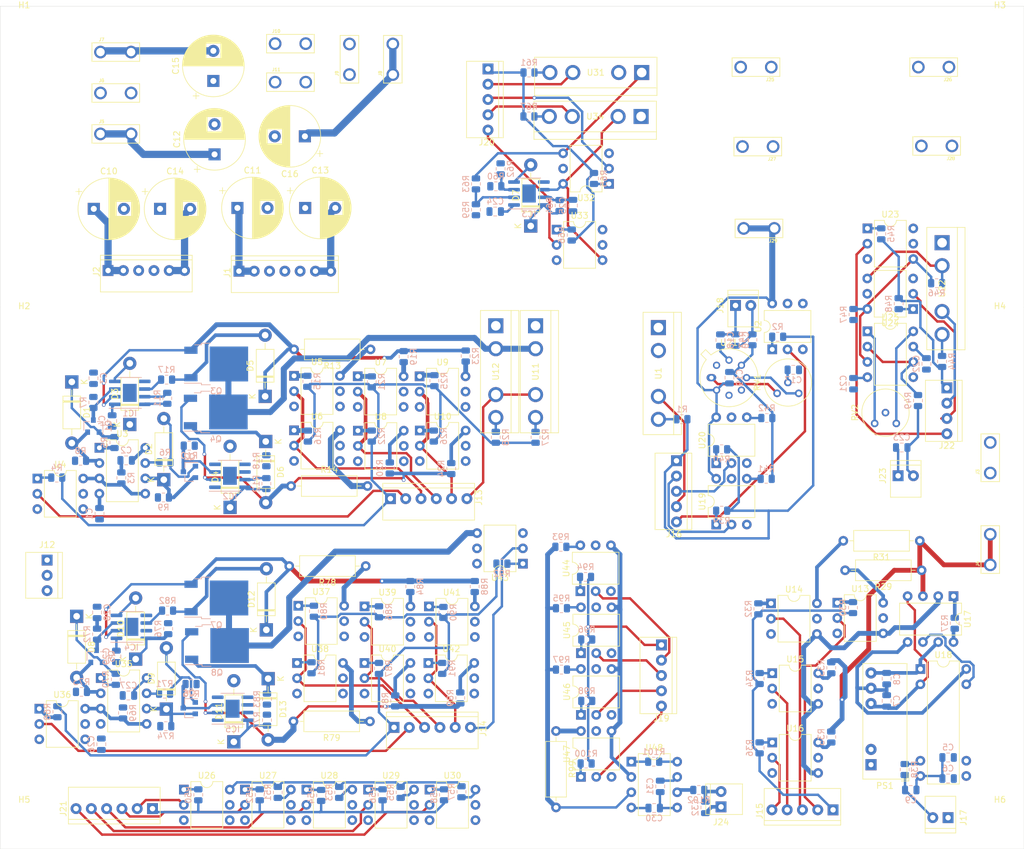
<source format=kicad_pcb>
(kicad_pcb (version 20171130) (host pcbnew "(5.1.10-1-10_14)")
  (layers (0 F.Cu signal) (1 In1.Cu signal) (2 In2.Cu signal) (31 B.Cu signal) (34 B.Paste user) (35 F.Paste user) (36 B.SilkS user) (37 F.SilkS user) (38 B.Mask user) (39 F.Mask user) (44 Edge.Cuts user))
  (net 0 "")
  (net 1 GND)
  (net 2 -15V)
  (net 3 +15V)
  (net 4 +24V)
  (net 5 -24V)
  (net 6 GND2)
  (net 7 "Net-(C7-Pad1)")
  (net 8 "Net-(C8-Pad1)")
  (net 9 adc0)
  (net 10 adc1)
  (net 11 adc2)
  (net 12 -45V)
  (net 13 +45V)
  (net 14 "Net-(D1-Pad2)")
  (net 15 "Net-(D1-Pad1)")
  (net 16 "Net-(D2-Pad2)")
  (net 17 "Net-(D2-Pad1)")
  (net 18 "Net-(D3-Pad1)")
  (net 19 "Net-(D4-Pad1)")
  (net 20 "Net-(D5-Pad2)")
  (net 21 "Net-(D5-Pad1)")
  (net 22 "Net-(D6-Pad2)")
  (net 23 "Net-(D6-Pad1)")
  (net 24 "Net-(D7-Pad1)")
  (net 25 "Net-(D8-Pad2)")
  (net 26 "Net-(D8-Pad1)")
  (net 27 "Net-(D9-Pad2)")
  (net 28 "Net-(D9-Pad1)")
  (net 29 "Net-(D10-Pad1)")
  (net 30 "Net-(D11-Pad1)")
  (net 31 "Net-(D12-Pad2)")
  (net 32 "Net-(D12-Pad1)")
  (net 33 "Net-(D13-Pad2)")
  (net 34 "Net-(D13-Pad1)")
  (net 35 "Net-(IC1-Pad6)")
  (net 36 "Net-(IC1-Pad3)")
  (net 37 "Net-(IC2-Pad6)")
  (net 38 "Net-(IC2-Pad3)")
  (net 39 "Net-(IC3-Pad6)")
  (net 40 "Net-(IC3-Pad3)")
  (net 41 "Net-(IC3-Pad2)")
  (net 42 "Net-(IC4-Pad6)")
  (net 43 "Net-(IC4-Pad3)")
  (net 44 "Net-(IC5-Pad6)")
  (net 45 "Net-(IC5-Pad3)")
  (net 46 "/measured transistor/base_supp")
  (net 47 "Net-(Q3-Pad2)")
  (net 48 "Net-(R2-Pad2)")
  (net 49 1_com_an)
  (net 50 "Net-(R4-Pad2)")
  (net 51 "Net-(R25-Pad2)")
  (net 52 "Net-(R26-Pad2)")
  (net 53 "Net-(R27-Pad2)")
  (net 54 "Net-(R28-Pad2)")
  (net 55 "Net-(R29-Pad2)")
  (net 56 "Net-(R31-Pad2)")
  (net 57 "Net-(R33-Pad2)")
  (net 58 "Net-(R36-Pad1)")
  (net 59 /base_resistors/in)
  (net 60 "Net-(R41-Pad2)")
  (net 61 "Net-(R42-Pad2)")
  (net 62 dac1)
  (net 63 "Net-(R46-Pad1)")
  (net 64 "Net-(R48-Pad2)")
  (net 65 2_com_an)
  (net 66 "Net-(R49-Pad1)")
  (net 67 "Net-(R51-Pad2)")
  (net 68 "Net-(R58-Pad1)")
  (net 69 "Net-(R65-Pad1)")
  (net 70 "Net-(R69-Pad1)")
  (net 71 "Net-(R70-Pad2)")
  (net 72 "Net-(R71-Pad2)")
  (net 73 /base_current_meter/in+)
  (net 74 "Net-(RV1-Pad1)")
  (net 75 "Net-(RV1-Pad3)")
  (net 76 "Net-(RV2-Pad1)")
  (net 77 "Net-(RV2-Pad3)")
  (net 78 1_ccs2)
  (net 79 1_ccs3)
  (net 80 1_ccs4)
  (net 81 1_ccs5)
  (net 82 "Net-(U17-Pad6)")
  (net 83 2_bcs2)
  (net 84 2_bcs3)
  (net 85 2_bcs4)
  (net 86 "/measured transistor/emitter")
  (net 87 adc3)
  (net 88 /connectors/40v-500v)
  (net 89 "/measured transistor/coll_supp")
  (net 90 /collector_base_voltage_meter/coll_in)
  (net 91 /collector_base_voltage_meter/base_in)
  (net 92 "Net-(Q7-Pad2)")
  (net 93 "Net-(R78-Pad1)")
  (net 94 +12V)
  (net 95 "Net-(C19-Pad2)")
  (net 96 dac0)
  (net 97 1_ccs1)
  (net 98 2_bcs1)
  (net 99 2_bcs5)
  (net 100 3_ccm4)
  (net 101 3_ccm3)
  (net 102 3_ccm2)
  (net 103 3_ccm1)
  (net 104 3_com_an)
  (net 105 4_rp2)
  (net 106 4_rp1)
  (net 107 4_ecm2)
  (net 108 4_ecm1)
  (net 109 4_com_an)
  (net 110 5_bcm4)
  (net 111 5_bcm3)
  (net 112 5_bcm2)
  (net 113 5_bcm1)
  (net 114 5_com_an)
  (net 115 6_bvs4)
  (net 116 6_bvs3)
  (net 117 6_bvs2)
  (net 118 6_bvs1)
  (net 119 6_com_an)
  (net 120 7_com_an)
  (net 121 7_br1)
  (net 122 7_br2)
  (net 123 7_br3)
  (net 124 7_br4)
  (net 125 7_br5)
  (net 126 8_cbvm3)
  (net 127 8_cbvm1)
  (net 128 8_com_an)
  (net 129 8_cbvm2)
  (net 130 "Net-(R1-Pad2)")
  (net 131 "Net-(R3-Pad1)")
  (net 132 "Net-(R5-Pad2)")
  (net 133 "Net-(R6-Pad2)")
  (net 134 "Net-(R13-Pad1)")
  (net 135 "Net-(R15-Pad2)")
  (net 136 "Net-(R16-Pad2)")
  (net 137 "Net-(R19-Pad1)")
  (net 138 "Net-(R20-Pad1)")
  (net 139 "Net-(R21-Pad2)")
  (net 140 "Net-(R23-Pad1)")
  (net 141 "Net-(R24-Pad1)")
  (net 142 "Net-(R30-Pad1)")
  (net 143 "Net-(R32-Pad1)")
  (net 144 "Net-(R34-Pad1)")
  (net 145 "Net-(R35-Pad2)")
  (net 146 "Net-(R37-Pad2)")
  (net 147 "Net-(R37-Pad1)")
  (net 148 "Net-(R38-Pad2)")
  (net 149 "Net-(R39-Pad1)")
  (net 150 "Net-(R40-Pad1)")
  (net 151 "Net-(R44-Pad2)")
  (net 152 "Net-(R45-Pad2)")
  (net 153 "Net-(R46-Pad2)")
  (net 154 "Net-(R50-Pad1)")
  (net 155 "Net-(R52-Pad1)")
  (net 156 "Net-(R53-Pad2)")
  (net 157 "Net-(R54-Pad1)")
  (net 158 "Net-(R55-Pad2)")
  (net 159 "Net-(R56-Pad1)")
  (net 160 "Net-(R57-Pad2)")
  (net 161 "Net-(R61-Pad1)")
  (net 162 "Net-(R63-Pad1)")
  (net 163 "Net-(R66-Pad1)")
  (net 164 "Net-(R67-Pad1)")
  (net 165 "Net-(R68-Pad2)")
  (net 166 "Net-(R79-Pad1)")
  (net 167 "Net-(R80-Pad2)")
  (net 168 "Net-(R81-Pad2)")
  (net 169 "Net-(R84-Pad1)")
  (net 170 "Net-(R85-Pad1)")
  (net 171 "Net-(R86-Pad2)")
  (net 172 "Net-(R87-Pad2)")
  (net 173 "Net-(R88-Pad1)")
  (net 174 "Net-(R89-Pad1)")
  (net 175 "Net-(R90-Pad2)")
  (net 176 "Net-(R91-Pad2)")
  (net 177 "Net-(R92-Pad2)")
  (net 178 "Net-(R93-Pad1)")
  (net 179 "Net-(R94-Pad2)")
  (net 180 "Net-(R95-Pad1)")
  (net 181 "Net-(R96-Pad2)")
  (net 182 "Net-(R97-Pad1)")
  (net 183 "Net-(R98-Pad2)")
  (net 184 "Net-(R99-Pad1)")
  (net 185 "Net-(R100-Pad2)")
  (net 186 "Net-(R101-Pad2)")
  (net 187 "Net-(R101-Pad1)")
  (net 188 "Net-(R102-Pad1)")
  (net 189 "Net-(R14-Pad2)")
  (net 190 "Net-(R22-Pad2)")
  (module Connector_KF2510:KF2510_5pin (layer F.Cu) (at 142.3 89.5)
    (fp_text reference J16 (at -0.4 12.2) (layer F.SilkS))
    (fp_text value KF2510_5pin)
    (pad 5 thru_hole circle (at 0 10.16) (size 1.8 1.8) (drill 0.9) (layers *.Cu *.Mask) (net 105 4_rp2))
    (pad 4 thru_hole circle (at 0 7.62) (size 1.8 1.8) (drill 0.9) (layers *.Cu *.Mask) (net 106 4_rp1))
    (pad 3 thru_hole circle (at 0 5.08) (size 1.8 1.8) (drill 0.9) (layers *.Cu *.Mask) (net 107 4_ecm2))
    (pad 2 thru_hole circle (at 0 2.54) (size 1.8 1.8) (drill 0.9) (layers *.Cu *.Mask) (net 108 4_ecm1))
    (pad 1 thru_hole rect (at 0 0) (size 1.8 1.8) (drill 0.9) (layers *.Cu *.Mask) (net 109 4_com_an))
  )
  (module Resistor_SMD:R_0805_2012Metric (layer B.Cu) (at 39.4 92.3 180)
    (fp_text reference R4 (at 0 1.65) (layer B.SilkS) (effects (justify mirror)))
    (fp_text value "1k 1%")
    (pad 2 smd roundrect (at 0.9125 0 180) (size 1.025 1.4) (layers B.Cu B.Paste B.Mask) (roundrect_rratio 0.243902) (net 50 "Net-(R4-Pad2)"))
    (pad 1 smd roundrect (at -0.9125 0 180) (size 1.025 1.4) (layers B.Cu B.Paste B.Mask) (roundrect_rratio 0.243902) (net 49 1_com_an))
  )
  (module Resistor_SMD:R_0805_2012Metric (layer B.Cu) (at 43.5 127.9 180)
    (fp_text reference R73 (at 0 1.65) (layer B.SilkS) (effects (justify mirror)))
    (fp_text value "1k 1%")
    (pad 2 smd roundrect (at 0.9125 0 180) (size 1.025 1.4) (layers B.Cu B.Paste B.Mask) (roundrect_rratio 0.243902) (net 1 GND))
    (pad 1 smd roundrect (at -0.9125 0 180) (size 1.025 1.4) (layers B.Cu B.Paste B.Mask) (roundrect_rratio 0.243902) (net 25 "Net-(D8-Pad2)"))
  )
  (module Connector_KF2510:KF2510_3pin (layer F.Cu) (at 37.8 106)
    (fp_text reference J12 (at 0 -2.54) (layer F.SilkS))
    (fp_text value KF2510_3pin)
    (pad 2 thru_hole circle (at 0 2.54) (size 1.8 1.8) (drill 0.9) (layers *.Cu *.Mask) (net 96 dac0))
    (pad 3 thru_hole circle (at 0 5.08) (size 1.8 1.8) (drill 0.9) (layers *.Cu *.Mask) (net 62 dac1))
    (pad 1 thru_hole rect (at 0 0) (size 1.8 1.8) (drill 0.9) (layers *.Cu *.Mask) (net 1 GND))
  )
  (module Connector:Knife_Terminal_6.3mm_P5.00mm_Vertical (layer F.Cu) (at 78.2 26.6)
    (fp_text reference J11 (at -2.354708 -2.073385) (layer F.SilkS) (effects (font (size 0.512401 0.512401))))
    (fp_text value DJ621-6.3)
    (pad 1 thru_hole circle (at -2.54 0) (size 2.1 2.1) (drill 1.4) (layers *.Cu *.Mask) (net 1 GND))
    (pad 1 thru_hole circle (at 2.54 0) (size 2.1 2.1) (drill 1.4) (layers *.Cu *.Mask) (net 1 GND))
  )
  (module Connector:Knife_Terminal_6.3mm_P5.00mm_Vertical (layer F.Cu) (at 78.2 20.2)
    (fp_text reference J10 (at -2.354708 -2.073385) (layer F.SilkS) (effects (font (size 0.512401 0.512401))))
    (fp_text value DJ621-6.3)
    (pad 1 thru_hole circle (at -2.54 0) (size 2.1 2.1) (drill 1.4) (layers *.Cu *.Mask) (net 1 GND))
    (pad 1 thru_hole circle (at 2.54 0) (size 2.1 2.1) (drill 1.4) (layers *.Cu *.Mask) (net 1 GND))
  )
  (module Package_DIP:DIP-6_W7.62mm (layer F.Cu) (at 122.4 51.1)
    (fp_text reference U33 (at 3.81 -2.33) (layer F.SilkS))
    (fp_text value PVG612)
    (pad 6 thru_hole oval (at 7.62 0) (size 1.6 1.6) (drill 0.8) (layers *.Cu *.Mask) (net 73 /base_current_meter/in+))
    (pad 3 thru_hole oval (at 0 5.08) (size 1.6 1.6) (drill 0.8) (layers *.Cu *.Mask))
    (pad 5 thru_hole oval (at 7.62 2.54) (size 1.6 1.6) (drill 0.8) (layers *.Cu *.Mask))
    (pad 2 thru_hole oval (at 0 2.54) (size 1.6 1.6) (drill 0.8) (layers *.Cu *.Mask) (net 115 6_bvs4))
    (pad 4 thru_hole oval (at 7.62 5.08) (size 1.6 1.6) (drill 0.8) (layers *.Cu *.Mask) (net 39 "Net-(IC3-Pad6)"))
    (pad 1 thru_hole rect (at 0 0) (size 1.6 1.6) (drill 0.8) (layers *.Cu *.Mask) (net 163 "Net-(R66-Pad1)"))
  )
  (module Connector:Knife_Terminal_6.3mm_P5.00mm_Vertical (layer F.Cu) (at 156 50.9 180)
    (fp_text reference J29 (at -2.354708 -2.073385) (layer F.SilkS) (effects (font (size 0.512401 0.512401))))
    (fp_text value DJ621-6.3)
    (pad 1 thru_hole circle (at -2.54 0 180) (size 2.1 2.1) (drill 1.4) (layers *.Cu *.Mask) (net 86 "/measured transistor/emitter"))
    (pad 1 thru_hole circle (at 2.54 0 180) (size 2.1 2.1) (drill 1.4) (layers *.Cu *.Mask) (net 86 "/measured transistor/emitter"))
  )
  (module Connector:Knife_Terminal_6.3mm_P5.00mm_Vertical (layer F.Cu) (at 185.5 37.2 180)
    (fp_text reference J28 (at -2.354708 -2.073385) (layer F.SilkS) (effects (font (size 0.512401 0.512401))))
    (fp_text value DJ621-6.3)
    (pad 1 thru_hole circle (at -2.54 0 180) (size 2.1 2.1) (drill 1.4) (layers *.Cu *.Mask) (net 91 /collector_base_voltage_meter/base_in))
    (pad 1 thru_hole circle (at 2.54 0 180) (size 2.1 2.1) (drill 1.4) (layers *.Cu *.Mask) (net 91 /collector_base_voltage_meter/base_in))
  )
  (module Connector:Knife_Terminal_6.3mm_P5.00mm_Vertical (layer F.Cu) (at 155.8 37.3 180)
    (fp_text reference J27 (at -2.354708 -2.073385) (layer F.SilkS) (effects (font (size 0.512401 0.512401))))
    (fp_text value DJ621-6.3)
    (pad 1 thru_hole circle (at -2.54 0 180) (size 2.1 2.1) (drill 1.4) (layers *.Cu *.Mask) (net 46 "/measured transistor/base_supp"))
    (pad 1 thru_hole circle (at 2.54 0 180) (size 2.1 2.1) (drill 1.4) (layers *.Cu *.Mask) (net 46 "/measured transistor/base_supp"))
  )
  (module Connector:Knife_Terminal_6.3mm_P5.00mm_Vertical (layer F.Cu) (at 185 24.1 180)
    (fp_text reference J26 (at -2.354708 -2.073385) (layer F.SilkS) (effects (font (size 0.512401 0.512401))))
    (fp_text value DJ621-6.3)
    (pad 1 thru_hole circle (at -2.54 0 180) (size 2.1 2.1) (drill 1.4) (layers *.Cu *.Mask) (net 90 /collector_base_voltage_meter/coll_in))
    (pad 1 thru_hole circle (at 2.54 0 180) (size 2.1 2.1) (drill 1.4) (layers *.Cu *.Mask) (net 90 /collector_base_voltage_meter/coll_in))
  )
  (module Connector:Knife_Terminal_6.3mm_P5.00mm_Vertical (layer F.Cu) (at 155.5 24.1 180)
    (fp_text reference J25 (at -2.354708 -2.073385) (layer F.SilkS) (effects (font (size 0.512401 0.512401))))
    (fp_text value DJ621-6.3)
    (pad 1 thru_hole circle (at -2.54 0 180) (size 2.1 2.1) (drill 1.4) (layers *.Cu *.Mask) (net 89 "/measured transistor/coll_supp"))
    (pad 1 thru_hole circle (at 2.54 0 180) (size 2.1 2.1) (drill 1.4) (layers *.Cu *.Mask) (net 89 "/measured transistor/coll_supp"))
  )
  (module Connector:Knife_Terminal_6.3mm_P5.00mm_Vertical (layer F.Cu) (at 194.4 104.26 90)
    (fp_text reference J4 (at -2.354708 -2.073385 90) (layer F.SilkS) (effects (font (size 0.512401 0.512401))))
    (fp_text value DJ621-6.3)
    (pad 1 thru_hole circle (at -2.54 0 90) (size 2.1 2.1) (drill 1.4) (layers *.Cu *.Mask) (net 88 /connectors/40v-500v))
    (pad 1 thru_hole circle (at 2.54 0 90) (size 2.1 2.1) (drill 1.4) (layers *.Cu *.Mask) (net 88 /connectors/40v-500v))
  )
  (module Connector:Knife_Terminal_6.3mm_P5.00mm_Vertical (layer F.Cu) (at 88 22.8 90)
    (fp_text reference J9 (at -2.354708 -2.073385 90) (layer F.SilkS) (effects (font (size 0.512401 0.512401))))
    (fp_text value DJ621-6.3)
    (pad 1 thru_hole circle (at -2.54 0 90) (size 2.1 2.1) (drill 1.4) (layers *.Cu *.Mask) (net 1 GND))
    (pad 1 thru_hole circle (at 2.54 0 90) (size 2.1 2.1) (drill 1.4) (layers *.Cu *.Mask) (net 1 GND))
  )
  (module Connector:Knife_Terminal_6.3mm_P5.00mm_Vertical (layer F.Cu) (at 95.2 22.8 90)
    (fp_text reference J8 (at -2.354708 -2.073385 90) (layer F.SilkS) (effects (font (size 0.512401 0.512401))))
    (fp_text value DJ621-6.3)
    (pad 1 thru_hole circle (at -2.54 0 90) (size 2.1 2.1) (drill 1.4) (layers *.Cu *.Mask) (net 94 +12V))
    (pad 1 thru_hole circle (at 2.54 0 90) (size 2.1 2.1) (drill 1.4) (layers *.Cu *.Mask) (net 94 +12V))
  )
  (module Connector:Knife_Terminal_6.3mm_P5.00mm_Vertical (layer F.Cu) (at 49.2 21.6)
    (fp_text reference J7 (at -2.354708 -2.073385) (layer F.SilkS) (effects (font (size 0.512401 0.512401))))
    (fp_text value DJ621-6.3)
    (pad 1 thru_hole circle (at -2.54 0) (size 2.1 2.1) (drill 1.4) (layers *.Cu *.Mask) (net 5 -24V))
    (pad 1 thru_hole circle (at 2.54 0) (size 2.1 2.1) (drill 1.4) (layers *.Cu *.Mask) (net 5 -24V))
  )
  (module Connector:Knife_Terminal_6.3mm_P5.00mm_Vertical (layer F.Cu) (at 49.2 28.4)
    (fp_text reference J6 (at -2.354708 -2.073385) (layer F.SilkS) (effects (font (size 0.512401 0.512401))))
    (fp_text value DJ621-6.3)
    (pad 1 thru_hole circle (at -2.54 0) (size 2.1 2.1) (drill 1.4) (layers *.Cu *.Mask) (net 1 GND))
    (pad 1 thru_hole circle (at 2.54 0) (size 2.1 2.1) (drill 1.4) (layers *.Cu *.Mask) (net 1 GND))
  )
  (module Connector:Knife_Terminal_6.3mm_P5.00mm_Vertical (layer F.Cu) (at 49.2 35.2)
    (fp_text reference J5 (at -2.354708 -2.073385) (layer F.SilkS) (effects (font (size 0.512401 0.512401))))
    (fp_text value DJ621-6.3)
    (pad 1 thru_hole circle (at -2.54 0) (size 2.1 2.1) (drill 1.4) (layers *.Cu *.Mask) (net 4 +24V))
    (pad 1 thru_hole circle (at 2.54 0) (size 2.1 2.1) (drill 1.4) (layers *.Cu *.Mask) (net 4 +24V))
  )
  (module Connector:Knife_Terminal_6.3mm_P5.00mm_Vertical (layer F.Cu) (at 194.4 89 90)
    (fp_text reference J3 (at -2.354708 -2.073385 90) (layer F.SilkS) (effects (font (size 0.512401 0.512401))))
    (fp_text value DJ621-6.3)
    (pad 1 thru_hole circle (at -2.54 0 90) (size 2.1 2.1) (drill 1.4) (layers *.Cu *.Mask) (net 1 GND))
    (pad 1 thru_hole circle (at 2.54 0 90) (size 2.1 2.1) (drill 1.4) (layers *.Cu *.Mask) (net 1 GND))
  )
  (module MountingHole:MountingHole_3.2mm_M3 (layer F.Cu) (at 196 150)
    (fp_text reference H6 (at 0 -4.2) (layer F.SilkS))
    (fp_text value MountingHole)
    (pad 1 np_thru_hole circle (at 0 0) (size 3.2 3.2) (drill 3.2) (layers *.Cu *.Mask))
  )
  (module MountingHole:MountingHole_3.2mm_M3 (layer F.Cu) (at 34 150)
    (fp_text reference H5 (at 0 -4.2) (layer F.SilkS))
    (fp_text value MountingHole)
    (pad 1 np_thru_hole circle (at 0 0) (size 3.2 3.2) (drill 3.2) (layers *.Cu *.Mask))
  )
  (module MountingHole:MountingHole_3.2mm_M3 (layer F.Cu) (at 196 68)
    (fp_text reference H4 (at 0 -4.2) (layer F.SilkS))
    (fp_text value MountingHole)
    (pad 1 np_thru_hole circle (at 0 0) (size 3.2 3.2) (drill 3.2) (layers *.Cu *.Mask))
  )
  (module MountingHole:MountingHole_3.2mm_M3 (layer F.Cu) (at 196 18)
    (fp_text reference H3 (at 0 -4.2) (layer F.SilkS))
    (fp_text value MountingHole)
    (pad 1 np_thru_hole circle (at 0 0) (size 3.2 3.2) (drill 3.2) (layers *.Cu *.Mask))
  )
  (module MountingHole:MountingHole_3.2mm_M3 (layer F.Cu) (at 34 68)
    (fp_text reference H2 (at 0 -4.2) (layer F.SilkS))
    (fp_text value MountingHole)
    (pad 1 np_thru_hole circle (at 0 0) (size 3.2 3.2) (drill 3.2) (layers *.Cu *.Mask))
  )
  (module MountingHole:MountingHole_3.2mm_M3 (layer F.Cu) (at 34 18)
    (fp_text reference H1 (at 0 -4.2) (layer F.SilkS))
    (fp_text value MountingHole)
    (pad 1 np_thru_hole circle (at 0 0) (size 3.2 3.2) (drill 3.2) (layers *.Cu *.Mask))
  )
  (module Package_DIP:DIP-8_W7.62mm (layer F.Cu) (at 134.8 139.5)
    (fp_text reference U48 (at 3.81 -2.33) (layer F.SilkS))
    (fp_text value INA118)
    (pad 8 thru_hole oval (at 7.62 0) (size 1.6 1.6) (drill 0.8) (layers *.Cu *.Mask) (net 187 "Net-(R101-Pad1)"))
    (pad 4 thru_hole oval (at 0 7.62) (size 1.6 1.6) (drill 0.8) (layers *.Cu *.Mask) (net 2 -15V))
    (pad 7 thru_hole oval (at 7.62 2.54) (size 1.6 1.6) (drill 0.8) (layers *.Cu *.Mask) (net 3 +15V))
    (pad 3 thru_hole oval (at 0 5.08) (size 1.6 1.6) (drill 0.8) (layers *.Cu *.Mask) (net 73 /base_current_meter/in+))
    (pad 6 thru_hole oval (at 7.62 5.08) (size 1.6 1.6) (drill 0.8) (layers *.Cu *.Mask) (net 188 "Net-(R102-Pad1)"))
    (pad 2 thru_hole oval (at 0 2.54) (size 1.6 1.6) (drill 0.8) (layers *.Cu *.Mask) (net 59 /base_resistors/in))
    (pad 5 thru_hole oval (at 7.62 7.62) (size 1.6 1.6) (drill 0.8) (layers *.Cu *.Mask) (net 1 GND))
    (pad 1 thru_hole rect (at 0 0) (size 1.6 1.6) (drill 0.8) (layers *.Cu *.Mask) (net 186 "Net-(R101-Pad2)"))
  )
  (module Package_DIP:DIP-6_W7.62mm (layer F.Cu) (at 126.435 142.02 90)
    (fp_text reference U47 (at 3.81 -2.33 90) (layer F.SilkS))
    (fp_text value PVG612)
    (pad 6 thru_hole oval (at 7.62 0 90) (size 1.6 1.6) (drill 0.8) (layers *.Cu *.Mask) (net 184 "Net-(R99-Pad1)"))
    (pad 3 thru_hole oval (at 0 5.08 90) (size 1.6 1.6) (drill 0.8) (layers *.Cu *.Mask))
    (pad 5 thru_hole oval (at 7.62 2.54 90) (size 1.6 1.6) (drill 0.8) (layers *.Cu *.Mask))
    (pad 2 thru_hole oval (at 0 2.54 90) (size 1.6 1.6) (drill 0.8) (layers *.Cu *.Mask) (net 110 5_bcm4))
    (pad 4 thru_hole oval (at 7.62 5.08 90) (size 1.6 1.6) (drill 0.8) (layers *.Cu *.Mask) (net 59 /base_resistors/in))
    (pad 1 thru_hole rect (at 0 0 90) (size 1.6 1.6) (drill 0.8) (layers *.Cu *.Mask) (net 185 "Net-(R100-Pad2)"))
  )
  (module Package_DIP:DIP-6_W7.62mm (layer F.Cu) (at 126.435 131.72 90)
    (fp_text reference U46 (at 3.81 -2.33 90) (layer F.SilkS))
    (fp_text value PVG612)
    (pad 6 thru_hole oval (at 7.62 0 90) (size 1.6 1.6) (drill 0.8) (layers *.Cu *.Mask) (net 182 "Net-(R97-Pad1)"))
    (pad 3 thru_hole oval (at 0 5.08 90) (size 1.6 1.6) (drill 0.8) (layers *.Cu *.Mask))
    (pad 5 thru_hole oval (at 7.62 2.54 90) (size 1.6 1.6) (drill 0.8) (layers *.Cu *.Mask))
    (pad 2 thru_hole oval (at 0 2.54 90) (size 1.6 1.6) (drill 0.8) (layers *.Cu *.Mask) (net 111 5_bcm3))
    (pad 4 thru_hole oval (at 7.62 5.08 90) (size 1.6 1.6) (drill 0.8) (layers *.Cu *.Mask) (net 59 /base_resistors/in))
    (pad 1 thru_hole rect (at 0 0 90) (size 1.6 1.6) (drill 0.8) (layers *.Cu *.Mask) (net 183 "Net-(R98-Pad2)"))
  )
  (module Package_DIP:DIP-6_W7.62mm (layer F.Cu) (at 126.435 121.47 90)
    (fp_text reference U45 (at 3.81 -2.33 90) (layer F.SilkS))
    (fp_text value PVG612)
    (pad 6 thru_hole oval (at 7.62 0 90) (size 1.6 1.6) (drill 0.8) (layers *.Cu *.Mask) (net 180 "Net-(R95-Pad1)"))
    (pad 3 thru_hole oval (at 0 5.08 90) (size 1.6 1.6) (drill 0.8) (layers *.Cu *.Mask))
    (pad 5 thru_hole oval (at 7.62 2.54 90) (size 1.6 1.6) (drill 0.8) (layers *.Cu *.Mask))
    (pad 2 thru_hole oval (at 0 2.54 90) (size 1.6 1.6) (drill 0.8) (layers *.Cu *.Mask) (net 112 5_bcm2))
    (pad 4 thru_hole oval (at 7.62 5.08 90) (size 1.6 1.6) (drill 0.8) (layers *.Cu *.Mask) (net 59 /base_resistors/in))
    (pad 1 thru_hole rect (at 0 0 90) (size 1.6 1.6) (drill 0.8) (layers *.Cu *.Mask) (net 181 "Net-(R96-Pad2)"))
  )
  (module Package_DIP:DIP-6_W7.62mm (layer F.Cu) (at 126.335 111.17 90)
    (fp_text reference U44 (at 3.81 -2.33 90) (layer F.SilkS))
    (fp_text value PVG612)
    (pad 6 thru_hole oval (at 7.62 0 90) (size 1.6 1.6) (drill 0.8) (layers *.Cu *.Mask) (net 178 "Net-(R93-Pad1)"))
    (pad 3 thru_hole oval (at 0 5.08 90) (size 1.6 1.6) (drill 0.8) (layers *.Cu *.Mask))
    (pad 5 thru_hole oval (at 7.62 2.54 90) (size 1.6 1.6) (drill 0.8) (layers *.Cu *.Mask))
    (pad 2 thru_hole oval (at 0 2.54 90) (size 1.6 1.6) (drill 0.8) (layers *.Cu *.Mask) (net 113 5_bcm1))
    (pad 4 thru_hole oval (at 7.62 5.08 90) (size 1.6 1.6) (drill 0.8) (layers *.Cu *.Mask) (net 59 /base_resistors/in))
    (pad 1 thru_hole rect (at 0 0 90) (size 1.6 1.6) (drill 0.8) (layers *.Cu *.Mask) (net 179 "Net-(R94-Pad2)"))
  )
  (module Package_DIP:DIP-6_W7.62mm (layer F.Cu) (at 116.8 106.6 180)
    (fp_text reference U43 (at 3.81 -2.33) (layer F.SilkS))
    (fp_text value PVG612)
    (pad 6 thru_hole oval (at 7.62 0 180) (size 1.6 1.6) (drill 0.8) (layers *.Cu *.Mask) (net 73 /base_current_meter/in+))
    (pad 3 thru_hole oval (at 0 5.08 180) (size 1.6 1.6) (drill 0.8) (layers *.Cu *.Mask))
    (pad 5 thru_hole oval (at 7.62 2.54 180) (size 1.6 1.6) (drill 0.8) (layers *.Cu *.Mask))
    (pad 2 thru_hole oval (at 0 2.54 180) (size 1.6 1.6) (drill 0.8) (layers *.Cu *.Mask) (net 99 2_bcs5))
    (pad 4 thru_hole oval (at 7.62 5.08 180) (size 1.6 1.6) (drill 0.8) (layers *.Cu *.Mask) (net 92 "Net-(Q7-Pad2)"))
    (pad 1 thru_hole rect (at 0 0 180) (size 1.6 1.6) (drill 0.8) (layers *.Cu *.Mask) (net 177 "Net-(R92-Pad2)"))
  )
  (module Package_DIP:DIP-6_W7.62mm (layer F.Cu) (at 101.1 123.1)
    (fp_text reference U42 (at 3.81 -2.33) (layer F.SilkS))
    (fp_text value PVN012)
    (pad 6 thru_hole oval (at 7.62 0) (size 1.6 1.6) (drill 0.8) (layers *.Cu *.Mask) (net 174 "Net-(R89-Pad1)"))
    (pad 3 thru_hole oval (at 0 5.08) (size 1.6 1.6) (drill 0.8) (layers *.Cu *.Mask))
    (pad 5 thru_hole oval (at 7.62 2.54) (size 1.6 1.6) (drill 0.8) (layers *.Cu *.Mask))
    (pad 2 thru_hole oval (at 0 2.54) (size 1.6 1.6) (drill 0.8) (layers *.Cu *.Mask) (net 85 2_bcs4))
    (pad 4 thru_hole oval (at 7.62 5.08) (size 1.6 1.6) (drill 0.8) (layers *.Cu *.Mask) (net 5 -24V))
    (pad 1 thru_hole rect (at 0 0) (size 1.6 1.6) (drill 0.8) (layers *.Cu *.Mask) (net 176 "Net-(R91-Pad2)"))
  )
  (module Package_DIP:DIP-6_W7.62mm (layer F.Cu) (at 101.2 113.7)
    (fp_text reference U41 (at 3.81 -2.33) (layer F.SilkS))
    (fp_text value PVN012)
    (pad 6 thru_hole oval (at 7.62 0) (size 1.6 1.6) (drill 0.8) (layers *.Cu *.Mask) (net 173 "Net-(R88-Pad1)"))
    (pad 3 thru_hole oval (at 0 5.08) (size 1.6 1.6) (drill 0.8) (layers *.Cu *.Mask))
    (pad 5 thru_hole oval (at 7.62 2.54) (size 1.6 1.6) (drill 0.8) (layers *.Cu *.Mask))
    (pad 2 thru_hole oval (at 0 2.54) (size 1.6 1.6) (drill 0.8) (layers *.Cu *.Mask) (net 85 2_bcs4))
    (pad 4 thru_hole oval (at 7.62 5.08) (size 1.6 1.6) (drill 0.8) (layers *.Cu *.Mask) (net 4 +24V))
    (pad 1 thru_hole rect (at 0 0) (size 1.6 1.6) (drill 0.8) (layers *.Cu *.Mask) (net 175 "Net-(R90-Pad2)"))
  )
  (module Package_DIP:DIP-6_W7.62mm (layer F.Cu) (at 90.5 123.1)
    (fp_text reference U40 (at 3.81 -2.33) (layer F.SilkS))
    (fp_text value PVN012)
    (pad 6 thru_hole oval (at 7.62 0) (size 1.6 1.6) (drill 0.8) (layers *.Cu *.Mask) (net 170 "Net-(R85-Pad1)"))
    (pad 3 thru_hole oval (at 0 5.08) (size 1.6 1.6) (drill 0.8) (layers *.Cu *.Mask))
    (pad 5 thru_hole oval (at 7.62 2.54) (size 1.6 1.6) (drill 0.8) (layers *.Cu *.Mask))
    (pad 2 thru_hole oval (at 0 2.54) (size 1.6 1.6) (drill 0.8) (layers *.Cu *.Mask) (net 84 2_bcs3))
    (pad 4 thru_hole oval (at 7.62 5.08) (size 1.6 1.6) (drill 0.8) (layers *.Cu *.Mask) (net 5 -24V))
    (pad 1 thru_hole rect (at 0 0) (size 1.6 1.6) (drill 0.8) (layers *.Cu *.Mask) (net 172 "Net-(R87-Pad2)"))
  )
  (module Package_DIP:DIP-6_W7.62mm (layer F.Cu) (at 90.5 113.7)
    (fp_text reference U39 (at 3.81 -2.33) (layer F.SilkS))
    (fp_text value PVN012)
    (pad 6 thru_hole oval (at 7.62 0) (size 1.6 1.6) (drill 0.8) (layers *.Cu *.Mask) (net 169 "Net-(R84-Pad1)"))
    (pad 3 thru_hole oval (at 0 5.08) (size 1.6 1.6) (drill 0.8) (layers *.Cu *.Mask))
    (pad 5 thru_hole oval (at 7.62 2.54) (size 1.6 1.6) (drill 0.8) (layers *.Cu *.Mask))
    (pad 2 thru_hole oval (at 0 2.54) (size 1.6 1.6) (drill 0.8) (layers *.Cu *.Mask) (net 84 2_bcs3))
    (pad 4 thru_hole oval (at 7.62 5.08) (size 1.6 1.6) (drill 0.8) (layers *.Cu *.Mask) (net 4 +24V))
    (pad 1 thru_hole rect (at 0 0) (size 1.6 1.6) (drill 0.8) (layers *.Cu *.Mask) (net 171 "Net-(R86-Pad2)"))
  )
  (module Package_DIP:DIP-6_W7.62mm (layer F.Cu) (at 79.3 123.1)
    (fp_text reference U38 (at 3.81 -2.33) (layer F.SilkS))
    (fp_text value PVN012)
    (pad 6 thru_hole oval (at 7.62 0) (size 1.6 1.6) (drill 0.8) (layers *.Cu *.Mask) (net 166 "Net-(R79-Pad1)"))
    (pad 3 thru_hole oval (at 0 5.08) (size 1.6 1.6) (drill 0.8) (layers *.Cu *.Mask))
    (pad 5 thru_hole oval (at 7.62 2.54) (size 1.6 1.6) (drill 0.8) (layers *.Cu *.Mask))
    (pad 2 thru_hole oval (at 0 2.54) (size 1.6 1.6) (drill 0.8) (layers *.Cu *.Mask) (net 83 2_bcs2))
    (pad 4 thru_hole oval (at 7.62 5.08) (size 1.6 1.6) (drill 0.8) (layers *.Cu *.Mask) (net 5 -24V))
    (pad 1 thru_hole rect (at 0 0) (size 1.6 1.6) (drill 0.8) (layers *.Cu *.Mask) (net 168 "Net-(R81-Pad2)"))
  )
  (module Package_DIP:DIP-6_W7.62mm (layer F.Cu) (at 79.5 113.6)
    (fp_text reference U37 (at 3.81 -2.33) (layer F.SilkS))
    (fp_text value PVN012)
    (pad 6 thru_hole oval (at 7.62 0) (size 1.6 1.6) (drill 0.8) (layers *.Cu *.Mask) (net 93 "Net-(R78-Pad1)"))
    (pad 3 thru_hole oval (at 0 5.08) (size 1.6 1.6) (drill 0.8) (layers *.Cu *.Mask))
    (pad 5 thru_hole oval (at 7.62 2.54) (size 1.6 1.6) (drill 0.8) (layers *.Cu *.Mask))
    (pad 2 thru_hole oval (at 0 2.54) (size 1.6 1.6) (drill 0.8) (layers *.Cu *.Mask) (net 83 2_bcs2))
    (pad 4 thru_hole oval (at 7.62 5.08) (size 1.6 1.6) (drill 0.8) (layers *.Cu *.Mask) (net 4 +24V))
    (pad 1 thru_hole rect (at 0 0) (size 1.6 1.6) (drill 0.8) (layers *.Cu *.Mask) (net 167 "Net-(R80-Pad2)"))
  )
  (module Package_DIP:DIP-6_W7.62mm (layer F.Cu) (at 36.5 130.7)
    (fp_text reference U36 (at 3.81 -2.33) (layer F.SilkS))
    (fp_text value PVN012)
    (pad 6 thru_hole oval (at 7.62 0) (size 1.6 1.6) (drill 0.8) (layers *.Cu *.Mask) (net 70 "Net-(R69-Pad1)"))
    (pad 3 thru_hole oval (at 0 5.08) (size 1.6 1.6) (drill 0.8) (layers *.Cu *.Mask))
    (pad 5 thru_hole oval (at 7.62 2.54) (size 1.6 1.6) (drill 0.8) (layers *.Cu *.Mask))
    (pad 2 thru_hole oval (at 0 2.54) (size 1.6 1.6) (drill 0.8) (layers *.Cu *.Mask) (net 98 2_bcs1))
    (pad 4 thru_hole oval (at 7.62 5.08) (size 1.6 1.6) (drill 0.8) (layers *.Cu *.Mask) (net 62 dac1))
    (pad 1 thru_hole rect (at 0 0) (size 1.6 1.6) (drill 0.8) (layers *.Cu *.Mask) (net 165 "Net-(R68-Pad2)"))
  )
  (module Package_DIP:DIP-8_W7.62mm (layer F.Cu) (at 46.7 125.6)
    (fp_text reference U35 (at 3.81 -2.33) (layer F.SilkS))
    (fp_text value AD822)
    (pad 8 thru_hole oval (at 7.62 0) (size 1.6 1.6) (drill 0.8) (layers *.Cu *.Mask) (net 3 +15V))
    (pad 4 thru_hole oval (at 0 7.62) (size 1.6 1.6) (drill 0.8) (layers *.Cu *.Mask) (net 2 -15V))
    (pad 7 thru_hole oval (at 7.62 2.54) (size 1.6 1.6) (drill 0.8) (layers *.Cu *.Mask) (net 72 "Net-(R71-Pad2)"))
    (pad 3 thru_hole oval (at 0 5.08) (size 1.6 1.6) (drill 0.8) (layers *.Cu *.Mask) (net 70 "Net-(R69-Pad1)"))
    (pad 6 thru_hole oval (at 7.62 5.08) (size 1.6 1.6) (drill 0.8) (layers *.Cu *.Mask) (net 28 "Net-(D9-Pad1)"))
    (pad 2 thru_hole oval (at 0 2.54) (size 1.6 1.6) (drill 0.8) (layers *.Cu *.Mask) (net 25 "Net-(D8-Pad2)"))
    (pad 5 thru_hole oval (at 7.62 7.62) (size 1.6 1.6) (drill 0.8) (layers *.Cu *.Mask) (net 70 "Net-(R69-Pad1)"))
    (pad 1 thru_hole rect (at 0 0) (size 1.6 1.6) (drill 0.8) (layers *.Cu *.Mask) (net 71 "Net-(R70-Pad2)"))
  )
  (module OptoDevice:i4-PAC (layer F.Cu) (at 128.8 32.3 180)
    (fp_text reference U34 (at 0 0) (layer F.SilkS))
    (fp_text value CPC1977)
    (pad 4 thru_hole circle (at 7.62 0 180) (size 2.5 2.5) (drill 1.6) (layers *.Cu *.Mask) (net 164 "Net-(R67-Pad1)"))
    (pad 3 thru_hole circle (at 3.81 0 180) (size 2.5 2.5) (drill 1.6) (layers *.Cu *.Mask) (net 116 6_bvs3))
    (pad 2 thru_hole circle (at -3.81 0 180) (size 2.5 2.5) (drill 1.6) (layers *.Cu *.Mask) (net 39 "Net-(IC3-Pad6)"))
    (pad 1 thru_hole rect (at -7.62 0 180) (size 2.5 2.5) (drill 1.6) (layers *.Cu *.Mask) (net 88 /connectors/40v-500v))
  )
  (module Package_DIP:DIP-6_W7.62mm (layer F.Cu) (at 131.1 43.5 180)
    (fp_text reference U32 (at 3.81 -2.33) (layer F.SilkS))
    (fp_text value PVG612)
    (pad 6 thru_hole oval (at 7.62 0 180) (size 1.6 1.6) (drill 0.8) (layers *.Cu *.Mask) (net 39 "Net-(IC3-Pad6)"))
    (pad 3 thru_hole oval (at 0 5.08 180) (size 1.6 1.6) (drill 0.8) (layers *.Cu *.Mask))
    (pad 5 thru_hole oval (at 7.62 2.54 180) (size 1.6 1.6) (drill 0.8) (layers *.Cu *.Mask))
    (pad 2 thru_hole oval (at 0 2.54 180) (size 1.6 1.6) (drill 0.8) (layers *.Cu *.Mask) (net 117 6_bvs2))
    (pad 4 thru_hole oval (at 7.62 5.08 180) (size 1.6 1.6) (drill 0.8) (layers *.Cu *.Mask) (net 162 "Net-(R63-Pad1)"))
    (pad 1 thru_hole rect (at 0 0 180) (size 1.6 1.6) (drill 0.8) (layers *.Cu *.Mask) (net 69 "Net-(R65-Pad1)"))
  )
  (module OptoDevice:i4-PAC (layer F.Cu) (at 128.9 25 180)
    (fp_text reference U31 (at 0 0) (layer F.SilkS))
    (fp_text value CPC1977)
    (pad 4 thru_hole circle (at 7.62 0 180) (size 2.5 2.5) (drill 1.6) (layers *.Cu *.Mask) (net 161 "Net-(R61-Pad1)"))
    (pad 3 thru_hole circle (at 3.81 0 180) (size 2.5 2.5) (drill 1.6) (layers *.Cu *.Mask) (net 118 6_bvs1))
    (pad 2 thru_hole circle (at -3.81 0 180) (size 2.5 2.5) (drill 1.6) (layers *.Cu *.Mask) (net 90 /collector_base_voltage_meter/coll_in))
    (pad 1 thru_hole rect (at -7.62 0 180) (size 2.5 2.5) (drill 1.6) (layers *.Cu *.Mask) (net 162 "Net-(R63-Pad1)"))
  )
  (module Package_DIP:DIP-6_W7.62mm (layer F.Cu) (at 101.3 144.135)
    (fp_text reference U30 (at 3.81 -2.33) (layer F.SilkS))
    (fp_text value PVN012)
    (pad 6 thru_hole oval (at 7.62 0) (size 1.6 1.6) (drill 0.8) (layers *.Cu *.Mask) (net 160 "Net-(R57-Pad2)"))
    (pad 3 thru_hole oval (at 0 5.08) (size 1.6 1.6) (drill 0.8) (layers *.Cu *.Mask))
    (pad 5 thru_hole oval (at 7.62 2.54) (size 1.6 1.6) (drill 0.8) (layers *.Cu *.Mask))
    (pad 2 thru_hole oval (at 0 2.54) (size 1.6 1.6) (drill 0.8) (layers *.Cu *.Mask) (net 125 7_br5))
    (pad 4 thru_hole oval (at 7.62 5.08) (size 1.6 1.6) (drill 0.8) (layers *.Cu *.Mask) (net 1 GND))
    (pad 1 thru_hole rect (at 0 0) (size 1.6 1.6) (drill 0.8) (layers *.Cu *.Mask) (net 68 "Net-(R58-Pad1)"))
  )
  (module Package_DIP:DIP-6_W7.62mm (layer F.Cu) (at 91.1 144.135)
    (fp_text reference U29 (at 3.81 -2.33) (layer F.SilkS))
    (fp_text value PVN012)
    (pad 6 thru_hole oval (at 7.62 0) (size 1.6 1.6) (drill 0.8) (layers *.Cu *.Mask) (net 158 "Net-(R55-Pad2)"))
    (pad 3 thru_hole oval (at 0 5.08) (size 1.6 1.6) (drill 0.8) (layers *.Cu *.Mask))
    (pad 5 thru_hole oval (at 7.62 2.54) (size 1.6 1.6) (drill 0.8) (layers *.Cu *.Mask))
    (pad 2 thru_hole oval (at 0 2.54) (size 1.6 1.6) (drill 0.8) (layers *.Cu *.Mask) (net 124 7_br4))
    (pad 4 thru_hole oval (at 7.62 5.08) (size 1.6 1.6) (drill 0.8) (layers *.Cu *.Mask) (net 1 GND))
    (pad 1 thru_hole rect (at 0 0) (size 1.6 1.6) (drill 0.8) (layers *.Cu *.Mask) (net 159 "Net-(R56-Pad1)"))
  )
  (module Package_DIP:DIP-6_W7.62mm (layer F.Cu) (at 80.85 144.135)
    (fp_text reference U28 (at 3.81 -2.33) (layer F.SilkS))
    (fp_text value PVN012)
    (pad 6 thru_hole oval (at 7.62 0) (size 1.6 1.6) (drill 0.8) (layers *.Cu *.Mask) (net 156 "Net-(R53-Pad2)"))
    (pad 3 thru_hole oval (at 0 5.08) (size 1.6 1.6) (drill 0.8) (layers *.Cu *.Mask))
    (pad 5 thru_hole oval (at 7.62 2.54) (size 1.6 1.6) (drill 0.8) (layers *.Cu *.Mask))
    (pad 2 thru_hole oval (at 0 2.54) (size 1.6 1.6) (drill 0.8) (layers *.Cu *.Mask) (net 123 7_br3))
    (pad 4 thru_hole oval (at 7.62 5.08) (size 1.6 1.6) (drill 0.8) (layers *.Cu *.Mask) (net 1 GND))
    (pad 1 thru_hole rect (at 0 0) (size 1.6 1.6) (drill 0.8) (layers *.Cu *.Mask) (net 157 "Net-(R54-Pad1)"))
  )
  (module Package_DIP:DIP-6_W7.62mm (layer F.Cu) (at 70.65 144.135)
    (fp_text reference U27 (at 3.81 -2.33) (layer F.SilkS))
    (fp_text value PVN012)
    (pad 6 thru_hole oval (at 7.62 0) (size 1.6 1.6) (drill 0.8) (layers *.Cu *.Mask) (net 67 "Net-(R51-Pad2)"))
    (pad 3 thru_hole oval (at 0 5.08) (size 1.6 1.6) (drill 0.8) (layers *.Cu *.Mask))
    (pad 5 thru_hole oval (at 7.62 2.54) (size 1.6 1.6) (drill 0.8) (layers *.Cu *.Mask))
    (pad 2 thru_hole oval (at 0 2.54) (size 1.6 1.6) (drill 0.8) (layers *.Cu *.Mask) (net 122 7_br2))
    (pad 4 thru_hole oval (at 7.62 5.08) (size 1.6 1.6) (drill 0.8) (layers *.Cu *.Mask) (net 1 GND))
    (pad 1 thru_hole rect (at 0 0) (size 1.6 1.6) (drill 0.8) (layers *.Cu *.Mask) (net 155 "Net-(R52-Pad1)"))
  )
  (module Package_DIP:DIP-6_W7.62mm (layer F.Cu) (at 60.5 144.135)
    (fp_text reference U26 (at 3.81 -2.33) (layer F.SilkS))
    (fp_text value PVN012)
    (pad 6 thru_hole oval (at 7.62 0) (size 1.6 1.6) (drill 0.8) (layers *.Cu *.Mask) (net 59 /base_resistors/in))
    (pad 3 thru_hole oval (at 0 5.08) (size 1.6 1.6) (drill 0.8) (layers *.Cu *.Mask))
    (pad 5 thru_hole oval (at 7.62 2.54) (size 1.6 1.6) (drill 0.8) (layers *.Cu *.Mask))
    (pad 2 thru_hole oval (at 0 2.54) (size 1.6 1.6) (drill 0.8) (layers *.Cu *.Mask) (net 121 7_br1))
    (pad 4 thru_hole oval (at 7.62 5.08) (size 1.6 1.6) (drill 0.8) (layers *.Cu *.Mask) (net 1 GND))
    (pad 1 thru_hole rect (at 0 0) (size 1.6 1.6) (drill 0.8) (layers *.Cu *.Mask) (net 154 "Net-(R50-Pad1)"))
  )
  (module Package_DIP:DIP-8_W7.62mm (layer F.Cu) (at 174 68)
    (fp_text reference U25 (at 3.81 -2.33) (layer F.SilkS))
    (fp_text value OP07)
    (pad 8 thru_hole oval (at 7.62 0) (size 1.6 1.6) (drill 0.8) (layers *.Cu *.Mask) (net 76 "Net-(RV2-Pad1)"))
    (pad 4 thru_hole oval (at 0 7.62) (size 1.6 1.6) (drill 0.8) (layers *.Cu *.Mask) (net 2 -15V))
    (pad 7 thru_hole oval (at 7.62 2.54) (size 1.6 1.6) (drill 0.8) (layers *.Cu *.Mask) (net 3 +15V))
    (pad 3 thru_hole oval (at 0 5.08) (size 1.6 1.6) (drill 0.8) (layers *.Cu *.Mask) (net 63 "Net-(R46-Pad1)"))
    (pad 6 thru_hole oval (at 7.62 5.08) (size 1.6 1.6) (drill 0.8) (layers *.Cu *.Mask) (net 66 "Net-(R49-Pad1)"))
    (pad 2 thru_hole oval (at 0 2.54) (size 1.6 1.6) (drill 0.8) (layers *.Cu *.Mask) (net 66 "Net-(R49-Pad1)"))
    (pad 5 thru_hole oval (at 7.62 7.62) (size 1.6 1.6) (drill 0.8) (layers *.Cu *.Mask))
    (pad 1 thru_hole rect (at 0 0) (size 1.6 1.6) (drill 0.8) (layers *.Cu *.Mask) (net 77 "Net-(RV2-Pad3)"))
  )
  (module Package_DIP:DIP-6_W7.62mm (layer F.Cu) (at 181.6 64.3 180)
    (fp_text reference U24 (at 3.81 -2.33) (layer F.SilkS))
    (fp_text value PVN012)
    (pad 6 thru_hole oval (at 7.62 0 180) (size 1.6 1.6) (drill 0.8) (layers *.Cu *.Mask) (net 63 "Net-(R46-Pad1)"))
    (pad 3 thru_hole oval (at 0 5.08 180) (size 1.6 1.6) (drill 0.8) (layers *.Cu *.Mask))
    (pad 5 thru_hole oval (at 7.62 2.54 180) (size 1.6 1.6) (drill 0.8) (layers *.Cu *.Mask))
    (pad 2 thru_hole oval (at 0 2.54 180) (size 1.6 1.6) (drill 0.8) (layers *.Cu *.Mask) (net 129 8_cbvm2))
    (pad 4 thru_hole oval (at 7.62 5.08 180) (size 1.6 1.6) (drill 0.8) (layers *.Cu *.Mask) (net 153 "Net-(R46-Pad2)"))
    (pad 1 thru_hole rect (at 0 0 180) (size 1.6 1.6) (drill 0.8) (layers *.Cu *.Mask) (net 64 "Net-(R48-Pad2)"))
  )
  (module Package_DIP:DIP-6_W7.62mm (layer F.Cu) (at 174 50.9)
    (fp_text reference U23 (at 3.81 -2.33) (layer F.SilkS))
    (fp_text value PVG612)
    (pad 6 thru_hole oval (at 7.62 0) (size 1.6 1.6) (drill 0.8) (layers *.Cu *.Mask) (net 91 /collector_base_voltage_meter/base_in))
    (pad 3 thru_hole oval (at 0 5.08) (size 1.6 1.6) (drill 0.8) (layers *.Cu *.Mask))
    (pad 5 thru_hole oval (at 7.62 2.54) (size 1.6 1.6) (drill 0.8) (layers *.Cu *.Mask))
    (pad 2 thru_hole oval (at 0 2.54) (size 1.6 1.6) (drill 0.8) (layers *.Cu *.Mask) (net 126 8_cbvm3))
    (pad 4 thru_hole oval (at 7.62 5.08) (size 1.6 1.6) (drill 0.8) (layers *.Cu *.Mask) (net 63 "Net-(R46-Pad1)"))
    (pad 1 thru_hole rect (at 0 0) (size 1.6 1.6) (drill 0.8) (layers *.Cu *.Mask) (net 152 "Net-(R45-Pad2)"))
  )
  (module OptoDevice:i4-PAC (layer F.Cu) (at 186.4 60.9 270)
    (fp_text reference U22 (at 0 0 90) (layer F.SilkS))
    (fp_text value CPC1977)
    (pad 4 thru_hole circle (at 7.62 0 270) (size 2.5 2.5) (drill 1.6) (layers *.Cu *.Mask) (net 151 "Net-(R44-Pad2)"))
    (pad 3 thru_hole circle (at 3.81 0 270) (size 2.5 2.5) (drill 1.6) (layers *.Cu *.Mask) (net 127 8_cbvm1))
    (pad 2 thru_hole circle (at -3.81 0 270) (size 2.5 2.5) (drill 1.6) (layers *.Cu *.Mask) (net 153 "Net-(R46-Pad2)"))
    (pad 1 thru_hole rect (at -7.62 0 270) (size 2.5 2.5) (drill 1.6) (layers *.Cu *.Mask) (net 90 /collector_base_voltage_meter/coll_in))
  )
  (module Package_TO_SOT_THT:TO-99-8 (layer F.Cu) (at 148.1 75.7)
    (fp_text reference U21 (at 2.92 -5.82) (layer F.SilkS))
    (fp_text value AD549)
    (pad 8 thru_hole oval (at 0.855248 -2.064752) (size 1.2 1.2) (drill 0.7) (layers *.Cu *.Mask))
    (pad 7 thru_hole oval (at 2.92 -2.92) (size 1.2 1.2) (drill 0.7) (layers *.Cu *.Mask) (net 3 +15V))
    (pad 6 thru_hole oval (at 4.984752 -2.064752) (size 1.2 1.2) (drill 0.7) (layers *.Cu *.Mask) (net 95 "Net-(C19-Pad2)"))
    (pad 5 thru_hole oval (at 5.84 0) (size 1.2 1.2) (drill 0.7) (layers *.Cu *.Mask) (net 74 "Net-(RV1-Pad1)"))
    (pad 4 thru_hole oval (at 4.984752 2.064752) (size 1.2 1.2) (drill 0.7) (layers *.Cu *.Mask) (net 2 -15V))
    (pad 3 thru_hole oval (at 2.92 2.92) (size 1.2 1.2) (drill 0.7) (layers *.Cu *.Mask) (net 1 GND))
    (pad 2 thru_hole oval (at 0.855248 2.064752) (size 1.2 1.2) (drill 0.7) (layers *.Cu *.Mask) (net 86 "/measured transistor/emitter"))
    (pad 1 thru_hole oval (at 0 0) (size 1.6 1.2) (drill 0.7) (layers *.Cu *.Mask) (net 75 "Net-(RV1-Pad3)"))
  )
  (module Package_DIP:DIP-6_W7.62mm (layer F.Cu) (at 148.9 89.9 90)
    (fp_text reference U20 (at 3.81 -2.33 90) (layer F.SilkS))
    (fp_text value PVN012)
    (pad 6 thru_hole oval (at 7.62 0 90) (size 1.6 1.6) (drill 0.8) (layers *.Cu *.Mask) (net 86 "/measured transistor/emitter"))
    (pad 3 thru_hole oval (at 0 5.08 90) (size 1.6 1.6) (drill 0.8) (layers *.Cu *.Mask))
    (pad 5 thru_hole oval (at 7.62 2.54 90) (size 1.6 1.6) (drill 0.8) (layers *.Cu *.Mask))
    (pad 2 thru_hole oval (at 0 2.54 90) (size 1.6 1.6) (drill 0.8) (layers *.Cu *.Mask) (net 107 4_ecm2))
    (pad 4 thru_hole oval (at 7.62 5.08 90) (size 1.6 1.6) (drill 0.8) (layers *.Cu *.Mask) (net 61 "Net-(R42-Pad2)"))
    (pad 1 thru_hole rect (at 0 0 90) (size 1.6 1.6) (drill 0.8) (layers *.Cu *.Mask) (net 150 "Net-(R40-Pad1)"))
  )
  (module Package_DIP:DIP-6_W7.62mm (layer F.Cu) (at 148.9 100.1 90)
    (fp_text reference U19 (at 3.81 -2.33 90) (layer F.SilkS))
    (fp_text value PVN012)
    (pad 6 thru_hole oval (at 7.62 0 90) (size 1.6 1.6) (drill 0.8) (layers *.Cu *.Mask) (net 86 "/measured transistor/emitter"))
    (pad 3 thru_hole oval (at 0 5.08 90) (size 1.6 1.6) (drill 0.8) (layers *.Cu *.Mask))
    (pad 5 thru_hole oval (at 7.62 2.54 90) (size 1.6 1.6) (drill 0.8) (layers *.Cu *.Mask))
    (pad 2 thru_hole oval (at 0 2.54 90) (size 1.6 1.6) (drill 0.8) (layers *.Cu *.Mask) (net 108 4_ecm1))
    (pad 4 thru_hole oval (at 7.62 5.08 90) (size 1.6 1.6) (drill 0.8) (layers *.Cu *.Mask) (net 60 "Net-(R41-Pad2)"))
    (pad 1 thru_hole rect (at 0 0 90) (size 1.6 1.6) (drill 0.8) (layers *.Cu *.Mask) (net 149 "Net-(R39-Pad1)"))
  )
  (module Package_DIP:DIP-8-16_W7.62mm (layer F.Cu) (at 182.8 124.1)
    (fp_text reference U18 (at 3.81 -2.33) (layer F.SilkS))
    (fp_text value ISO124P)
    (pad 8 thru_hole circle (at 7.62 0) (size 1.6 1.6) (drill 0.8) (layers *.Cu *.Mask) (net 6 GND2))
    (pad 4 thru_hole circle (at 0 17.78) (size 1.6 1.6) (drill 0.8) (layers *.Cu *.Mask) (net 1 GND))
    (pad 7 thru_hole circle (at 7.62 2.54) (size 1.6 1.6) (drill 0.8) (layers *.Cu *.Mask) (net 82 "Net-(U17-Pad6)"))
    (pad 3 thru_hole circle (at 0 15.24) (size 1.6 1.6) (drill 0.8) (layers *.Cu *.Mask) (net 148 "Net-(R38-Pad2)"))
    (pad 6 thru_hole circle (at 7.62 15.24) (size 1.6 1.6) (drill 0.8) (layers *.Cu *.Mask) (net 2 -15V))
    (pad 2 thru_hole circle (at 0 2.54) (size 1.6 1.6) (drill 0.8) (layers *.Cu *.Mask) (net 7 "Net-(C7-Pad1)"))
    (pad 5 thru_hole circle (at 7.62 17.78) (size 1.6 1.6) (drill 0.8) (layers *.Cu *.Mask) (net 3 +15V))
    (pad 1 thru_hole rect (at 0 0) (size 1.6 1.6) (drill 0.8) (layers *.Cu *.Mask) (net 8 "Net-(C8-Pad1)"))
  )
  (module Package_DIP:DIP-8_W7.62mm (layer F.Cu) (at 188.3 112 270)
    (fp_text reference U17 (at 3.81 -2.33 90) (layer F.SilkS))
    (fp_text value INA118)
    (pad 8 thru_hole oval (at 7.62 0 270) (size 1.6 1.6) (drill 0.8) (layers *.Cu *.Mask) (net 146 "Net-(R37-Pad2)"))
    (pad 4 thru_hole oval (at 0 7.62 270) (size 1.6 1.6) (drill 0.8) (layers *.Cu *.Mask) (net 7 "Net-(C7-Pad1)"))
    (pad 7 thru_hole oval (at 7.62 2.54 270) (size 1.6 1.6) (drill 0.8) (layers *.Cu *.Mask) (net 8 "Net-(C8-Pad1)"))
    (pad 3 thru_hole oval (at 0 5.08 270) (size 1.6 1.6) (drill 0.8) (layers *.Cu *.Mask) (net 88 /connectors/40v-500v))
    (pad 6 thru_hole oval (at 7.62 5.08 270) (size 1.6 1.6) (drill 0.8) (layers *.Cu *.Mask) (net 82 "Net-(U17-Pad6)"))
    (pad 2 thru_hole oval (at 0 2.54 270) (size 1.6 1.6) (drill 0.8) (layers *.Cu *.Mask) (net 89 "/measured transistor/coll_supp"))
    (pad 5 thru_hole oval (at 7.62 7.62 270) (size 1.6 1.6) (drill 0.8) (layers *.Cu *.Mask) (net 6 GND2))
    (pad 1 thru_hole rect (at 0 0 270) (size 1.6 1.6) (drill 0.8) (layers *.Cu *.Mask) (net 147 "Net-(R37-Pad1)"))
  )
  (module Package_DIP:DIP-6_W7.62mm (layer F.Cu) (at 158.2 136.3)
    (fp_text reference U16 (at 3.81 -2.33) (layer F.SilkS))
    (fp_text value PVN012)
    (pad 6 thru_hole oval (at 7.62 0) (size 1.6 1.6) (drill 0.8) (layers *.Cu *.Mask) (net 145 "Net-(R35-Pad2)"))
    (pad 3 thru_hole oval (at 0 5.08) (size 1.6 1.6) (drill 0.8) (layers *.Cu *.Mask))
    (pad 5 thru_hole oval (at 7.62 2.54) (size 1.6 1.6) (drill 0.8) (layers *.Cu *.Mask))
    (pad 2 thru_hole oval (at 0 2.54) (size 1.6 1.6) (drill 0.8) (layers *.Cu *.Mask) (net 100 3_ccm4))
    (pad 4 thru_hole oval (at 7.62 5.08) (size 1.6 1.6) (drill 0.8) (layers *.Cu *.Mask) (net 89 "/measured transistor/coll_supp"))
    (pad 1 thru_hole rect (at 0 0) (size 1.6 1.6) (drill 0.8) (layers *.Cu *.Mask) (net 58 "Net-(R36-Pad1)"))
  )
  (module Package_DIP:DIP-6_W7.62mm (layer F.Cu) (at 158.2 124.8)
    (fp_text reference U15 (at 3.81 -2.33) (layer F.SilkS))
    (fp_text value PVN012)
    (pad 6 thru_hole oval (at 7.62 0) (size 1.6 1.6) (drill 0.8) (layers *.Cu *.Mask) (net 57 "Net-(R33-Pad2)"))
    (pad 3 thru_hole oval (at 0 5.08) (size 1.6 1.6) (drill 0.8) (layers *.Cu *.Mask))
    (pad 5 thru_hole oval (at 7.62 2.54) (size 1.6 1.6) (drill 0.8) (layers *.Cu *.Mask))
    (pad 2 thru_hole oval (at 0 2.54) (size 1.6 1.6) (drill 0.8) (layers *.Cu *.Mask) (net 101 3_ccm3))
    (pad 4 thru_hole oval (at 7.62 5.08) (size 1.6 1.6) (drill 0.8) (layers *.Cu *.Mask) (net 89 "/measured transistor/coll_supp"))
    (pad 1 thru_hole rect (at 0 0) (size 1.6 1.6) (drill 0.8) (layers *.Cu *.Mask) (net 144 "Net-(R34-Pad1)"))
  )
  (module Package_DIP:DIP-6_W7.62mm (layer F.Cu) (at 158 113.2)
    (fp_text reference U14 (at 3.81 -2.33) (layer F.SilkS))
    (fp_text value PVN012)
    (pad 6 thru_hole oval (at 7.62 0) (size 1.6 1.6) (drill 0.8) (layers *.Cu *.Mask) (net 56 "Net-(R31-Pad2)"))
    (pad 3 thru_hole oval (at 0 5.08) (size 1.6 1.6) (drill 0.8) (layers *.Cu *.Mask))
    (pad 5 thru_hole oval (at 7.62 2.54) (size 1.6 1.6) (drill 0.8) (layers *.Cu *.Mask))
    (pad 2 thru_hole oval (at 0 2.54) (size 1.6 1.6) (drill 0.8) (layers *.Cu *.Mask) (net 102 3_ccm2))
    (pad 4 thru_hole oval (at 7.62 5.08) (size 1.6 1.6) (drill 0.8) (layers *.Cu *.Mask) (net 89 "/measured transistor/coll_supp"))
    (pad 1 thru_hole rect (at 0 0) (size 1.6 1.6) (drill 0.8) (layers *.Cu *.Mask) (net 143 "Net-(R32-Pad1)"))
  )
  (module Package_DIP:DIP-6_W7.62mm (layer F.Cu) (at 169 113.1)
    (fp_text reference U13 (at 3.81 -2.33) (layer F.SilkS))
    (fp_text value PVN012)
    (pad 6 thru_hole oval (at 7.62 0) (size 1.6 1.6) (drill 0.8) (layers *.Cu *.Mask) (net 55 "Net-(R29-Pad2)"))
    (pad 3 thru_hole oval (at 0 5.08) (size 1.6 1.6) (drill 0.8) (layers *.Cu *.Mask))
    (pad 5 thru_hole oval (at 7.62 2.54) (size 1.6 1.6) (drill 0.8) (layers *.Cu *.Mask))
    (pad 2 thru_hole oval (at 0 2.54) (size 1.6 1.6) (drill 0.8) (layers *.Cu *.Mask) (net 103 3_ccm1))
    (pad 4 thru_hole oval (at 7.62 5.08) (size 1.6 1.6) (drill 0.8) (layers *.Cu *.Mask) (net 89 "/measured transistor/coll_supp"))
    (pad 1 thru_hole rect (at 0 0) (size 1.6 1.6) (drill 0.8) (layers *.Cu *.Mask) (net 142 "Net-(R30-Pad1)"))
  )
  (module OptoDevice:i4-PAC (layer F.Cu) (at 112.3 74.7 270)
    (fp_text reference U12 (at 0 0 90) (layer F.SilkS))
    (fp_text value CPC1977)
    (pad 4 thru_hole circle (at 7.62 0 270) (size 2.5 2.5) (drill 1.6) (layers *.Cu *.Mask) (net 54 "Net-(R28-Pad2)"))
    (pad 3 thru_hole circle (at 3.81 0 270) (size 2.5 2.5) (drill 1.6) (layers *.Cu *.Mask) (net 81 1_ccs5))
    (pad 2 thru_hole circle (at -3.81 0 270) (size 2.5 2.5) (drill 1.6) (layers *.Cu *.Mask) (net 47 "Net-(Q3-Pad2)"))
    (pad 1 thru_hole rect (at -7.62 0 270) (size 2.5 2.5) (drill 1.6) (layers *.Cu *.Mask) (net 88 /connectors/40v-500v))
  )
  (module OptoDevice:i4-PAC (layer F.Cu) (at 118.9 74.7 270)
    (fp_text reference U11 (at 0 0 90) (layer F.SilkS))
    (fp_text value CPC1977)
    (pad 4 thru_hole circle (at 7.62 0 270) (size 2.5 2.5) (drill 1.6) (layers *.Cu *.Mask) (net 53 "Net-(R27-Pad2)"))
    (pad 3 thru_hole circle (at 3.81 0 270) (size 2.5 2.5) (drill 1.6) (layers *.Cu *.Mask) (net 81 1_ccs5))
    (pad 2 thru_hole circle (at -3.81 0 270) (size 2.5 2.5) (drill 1.6) (layers *.Cu *.Mask) (net 47 "Net-(Q3-Pad2)"))
    (pad 1 thru_hole rect (at -7.62 0 270) (size 2.5 2.5) (drill 1.6) (layers *.Cu *.Mask) (net 88 /connectors/40v-500v))
  )
  (module Package_DIP:DIP-6_W7.62mm (layer F.Cu) (at 99.675 84.475)
    (fp_text reference U10 (at 3.81 -2.33) (layer F.SilkS))
    (fp_text value PVN012)
    (pad 6 thru_hole oval (at 7.62 0) (size 1.6 1.6) (drill 0.8) (layers *.Cu *.Mask) (net 141 "Net-(R24-Pad1)"))
    (pad 3 thru_hole oval (at 0 5.08) (size 1.6 1.6) (drill 0.8) (layers *.Cu *.Mask))
    (pad 5 thru_hole oval (at 7.62 2.54) (size 1.6 1.6) (drill 0.8) (layers *.Cu *.Mask))
    (pad 2 thru_hole oval (at 0 2.54) (size 1.6 1.6) (drill 0.8) (layers *.Cu *.Mask) (net 80 1_ccs4))
    (pad 4 thru_hole oval (at 7.62 5.08) (size 1.6 1.6) (drill 0.8) (layers *.Cu *.Mask) (net 5 -24V))
    (pad 1 thru_hole rect (at 0 0) (size 1.6 1.6) (drill 0.8) (layers *.Cu *.Mask) (net 52 "Net-(R26-Pad2)"))
  )
  (module Package_DIP:DIP-6_W7.62mm (layer F.Cu) (at 99.65 75.475)
    (fp_text reference U9 (at 3.81 -2.33) (layer F.SilkS))
    (fp_text value PVN012)
    (pad 6 thru_hole oval (at 7.62 0) (size 1.6 1.6) (drill 0.8) (layers *.Cu *.Mask) (net 140 "Net-(R23-Pad1)"))
    (pad 3 thru_hole oval (at 0 5.08) (size 1.6 1.6) (drill 0.8) (layers *.Cu *.Mask))
    (pad 5 thru_hole oval (at 7.62 2.54) (size 1.6 1.6) (drill 0.8) (layers *.Cu *.Mask))
    (pad 2 thru_hole oval (at 0 2.54) (size 1.6 1.6) (drill 0.8) (layers *.Cu *.Mask) (net 80 1_ccs4))
    (pad 4 thru_hole oval (at 7.62 5.08) (size 1.6 1.6) (drill 0.8) (layers *.Cu *.Mask) (net 4 +24V))
    (pad 1 thru_hole rect (at 0 0) (size 1.6 1.6) (drill 0.8) (layers *.Cu *.Mask) (net 51 "Net-(R25-Pad2)"))
  )
  (module Package_DIP:DIP-6_W7.62mm (layer F.Cu) (at 89.4 84.5)
    (fp_text reference U8 (at 3.81 -2.33) (layer F.SilkS))
    (fp_text value PVN012)
    (pad 6 thru_hole oval (at 7.62 0) (size 1.6 1.6) (drill 0.8) (layers *.Cu *.Mask) (net 138 "Net-(R20-Pad1)"))
    (pad 3 thru_hole oval (at 0 5.08) (size 1.6 1.6) (drill 0.8) (layers *.Cu *.Mask))
    (pad 5 thru_hole oval (at 7.62 2.54) (size 1.6 1.6) (drill 0.8) (layers *.Cu *.Mask))
    (pad 2 thru_hole oval (at 0 2.54) (size 1.6 1.6) (drill 0.8) (layers *.Cu *.Mask) (net 79 1_ccs3))
    (pad 4 thru_hole oval (at 7.62 5.08) (size 1.6 1.6) (drill 0.8) (layers *.Cu *.Mask) (net 5 -24V))
    (pad 1 thru_hole rect (at 0 0) (size 1.6 1.6) (drill 0.8) (layers *.Cu *.Mask) (net 190 "Net-(R22-Pad2)"))
  )
  (module Package_DIP:DIP-6_W7.62mm (layer F.Cu) (at 89.375 75.475)
    (fp_text reference U7 (at 3.81 -2.33) (layer F.SilkS))
    (fp_text value PVN012)
    (pad 6 thru_hole oval (at 7.62 0) (size 1.6 1.6) (drill 0.8) (layers *.Cu *.Mask) (net 137 "Net-(R19-Pad1)"))
    (pad 3 thru_hole oval (at 0 5.08) (size 1.6 1.6) (drill 0.8) (layers *.Cu *.Mask))
    (pad 5 thru_hole oval (at 7.62 2.54) (size 1.6 1.6) (drill 0.8) (layers *.Cu *.Mask))
    (pad 2 thru_hole oval (at 0 2.54) (size 1.6 1.6) (drill 0.8) (layers *.Cu *.Mask) (net 79 1_ccs3))
    (pad 4 thru_hole oval (at 7.62 5.08) (size 1.6 1.6) (drill 0.8) (layers *.Cu *.Mask) (net 4 +24V))
    (pad 1 thru_hole rect (at 0 0) (size 1.6 1.6) (drill 0.8) (layers *.Cu *.Mask) (net 139 "Net-(R21-Pad2)"))
  )
  (module Package_DIP:DIP-6_W7.62mm (layer F.Cu) (at 78.8 84.45)
    (fp_text reference U6 (at 3.81 -2.33) (layer F.SilkS))
    (fp_text value PVN012)
    (pad 6 thru_hole oval (at 7.62 0) (size 1.6 1.6) (drill 0.8) (layers *.Cu *.Mask) (net 189 "Net-(R14-Pad2)"))
    (pad 3 thru_hole oval (at 0 5.08) (size 1.6 1.6) (drill 0.8) (layers *.Cu *.Mask))
    (pad 5 thru_hole oval (at 7.62 2.54) (size 1.6 1.6) (drill 0.8) (layers *.Cu *.Mask))
    (pad 2 thru_hole oval (at 0 2.54) (size 1.6 1.6) (drill 0.8) (layers *.Cu *.Mask) (net 78 1_ccs2))
    (pad 4 thru_hole oval (at 7.62 5.08) (size 1.6 1.6) (drill 0.8) (layers *.Cu *.Mask) (net 5 -24V))
    (pad 1 thru_hole rect (at 0 0) (size 1.6 1.6) (drill 0.8) (layers *.Cu *.Mask) (net 136 "Net-(R16-Pad2)"))
  )
  (module Package_DIP:DIP-6_W7.62mm (layer F.Cu) (at 78.8 75.4)
    (fp_text reference U5 (at 3.81 -2.33) (layer F.SilkS))
    (fp_text value PVN012)
    (pad 6 thru_hole oval (at 7.62 0) (size 1.6 1.6) (drill 0.8) (layers *.Cu *.Mask) (net 134 "Net-(R13-Pad1)"))
    (pad 3 thru_hole oval (at 0 5.08) (size 1.6 1.6) (drill 0.8) (layers *.Cu *.Mask))
    (pad 5 thru_hole oval (at 7.62 2.54) (size 1.6 1.6) (drill 0.8) (layers *.Cu *.Mask))
    (pad 2 thru_hole oval (at 0 2.54) (size 1.6 1.6) (drill 0.8) (layers *.Cu *.Mask) (net 78 1_ccs2))
    (pad 4 thru_hole oval (at 7.62 5.08) (size 1.6 1.6) (drill 0.8) (layers *.Cu *.Mask) (net 4 +24V))
    (pad 1 thru_hole rect (at 0 0) (size 1.6 1.6) (drill 0.8) (layers *.Cu *.Mask) (net 135 "Net-(R15-Pad2)"))
  )
  (module Package_DIP:DIP-6_W7.62mm (layer F.Cu) (at 36.175 92.45)
    (fp_text reference U4 (at 3.81 -2.33) (layer F.SilkS))
    (fp_text value PVN012)
    (pad 6 thru_hole oval (at 7.62 0) (size 1.6 1.6) (drill 0.8) (layers *.Cu *.Mask) (net 131 "Net-(R3-Pad1)"))
    (pad 3 thru_hole oval (at 0 5.08) (size 1.6 1.6) (drill 0.8) (layers *.Cu *.Mask))
    (pad 5 thru_hole oval (at 7.62 2.54) (size 1.6 1.6) (drill 0.8) (layers *.Cu *.Mask))
    (pad 2 thru_hole oval (at 0 2.54) (size 1.6 1.6) (drill 0.8) (layers *.Cu *.Mask) (net 97 1_ccs1))
    (pad 4 thru_hole oval (at 7.62 5.08) (size 1.6 1.6) (drill 0.8) (layers *.Cu *.Mask) (net 96 dac0))
    (pad 1 thru_hole rect (at 0 0) (size 1.6 1.6) (drill 0.8) (layers *.Cu *.Mask) (net 50 "Net-(R4-Pad2)"))
  )
  (module Package_DIP:DIP-8_W7.62mm (layer F.Cu) (at 46.475 87.35)
    (fp_text reference U3 (at 3.81 -2.33) (layer F.SilkS))
    (fp_text value AD822)
    (pad 8 thru_hole oval (at 7.62 0) (size 1.6 1.6) (drill 0.8) (layers *.Cu *.Mask) (net 3 +15V))
    (pad 4 thru_hole oval (at 0 7.62) (size 1.6 1.6) (drill 0.8) (layers *.Cu *.Mask) (net 2 -15V))
    (pad 7 thru_hole oval (at 7.62 2.54) (size 1.6 1.6) (drill 0.8) (layers *.Cu *.Mask) (net 133 "Net-(R6-Pad2)"))
    (pad 3 thru_hole oval (at 0 5.08) (size 1.6 1.6) (drill 0.8) (layers *.Cu *.Mask) (net 131 "Net-(R3-Pad1)"))
    (pad 6 thru_hole oval (at 7.62 5.08) (size 1.6 1.6) (drill 0.8) (layers *.Cu *.Mask) (net 17 "Net-(D2-Pad1)"))
    (pad 2 thru_hole oval (at 0 2.54) (size 1.6 1.6) (drill 0.8) (layers *.Cu *.Mask) (net 14 "Net-(D1-Pad2)"))
    (pad 5 thru_hole oval (at 7.62 7.62) (size 1.6 1.6) (drill 0.8) (layers *.Cu *.Mask) (net 131 "Net-(R3-Pad1)"))
    (pad 1 thru_hole rect (at 0 0) (size 1.6 1.6) (drill 0.8) (layers *.Cu *.Mask) (net 132 "Net-(R5-Pad2)"))
  )
  (module Package_DIP:DIP-6_W7.62mm (layer F.Cu) (at 158.2 71 90)
    (fp_text reference U2 (at 3.81 -2.33 90) (layer F.SilkS))
    (fp_text value PVN012)
    (pad 6 thru_hole oval (at 7.62 0 90) (size 1.6 1.6) (drill 0.8) (layers *.Cu *.Mask) (net 86 "/measured transistor/emitter"))
    (pad 3 thru_hole oval (at 0 5.08 90) (size 1.6 1.6) (drill 0.8) (layers *.Cu *.Mask))
    (pad 5 thru_hole oval (at 7.62 2.54 90) (size 1.6 1.6) (drill 0.8) (layers *.Cu *.Mask))
    (pad 2 thru_hole oval (at 0 2.54 90) (size 1.6 1.6) (drill 0.8) (layers *.Cu *.Mask) (net 105 4_rp2))
    (pad 4 thru_hole oval (at 7.62 5.08 90) (size 1.6 1.6) (drill 0.8) (layers *.Cu *.Mask) (net 1 GND))
    (pad 1 thru_hole rect (at 0 0 90) (size 1.6 1.6) (drill 0.8) (layers *.Cu *.Mask) (net 48 "Net-(R2-Pad2)"))
  )
  (module OptoDevice:i4-PAC (layer F.Cu) (at 139.3 75 270)
    (fp_text reference U1 (at 0 0 90) (layer F.SilkS))
    (fp_text value CPC1977)
    (pad 4 thru_hole circle (at 7.62 0 270) (size 2.5 2.5) (drill 1.6) (layers *.Cu *.Mask) (net 130 "Net-(R1-Pad2)"))
    (pad 3 thru_hole circle (at 3.81 0 270) (size 2.5 2.5) (drill 1.6) (layers *.Cu *.Mask) (net 106 4_rp1))
    (pad 2 thru_hole circle (at -3.81 0 270) (size 2.5 2.5) (drill 1.6) (layers *.Cu *.Mask) (net 59 /base_resistors/in))
    (pad 1 thru_hole rect (at -7.62 0 270) (size 2.5 2.5) (drill 1.6) (layers *.Cu *.Mask) (net 46 "/measured transistor/base_supp"))
  )
  (module Potentiometer_THT:Potentiometer_Bourns_3339H_Vertical (layer F.Cu) (at 178.8 83.3 90)
    (fp_text reference RV2 (at 1.796051 -6.856051 90) (layer F.SilkS))
    (fp_text value PV32H203)
    (pad 1 thru_hole circle (at 0 0 90) (size 1.26 1.26) (drill 0.7) (layers *.Cu *.Mask) (net 76 "Net-(RV2-Pad1)"))
    (pad 2 thru_hole circle (at 1.796051 -1.796051 90) (size 1.26 1.26) (drill 0.7) (layers *.Cu *.Mask) (net 3 +15V))
    (pad 3 thru_hole circle (at 0 -3.592102 90) (size 1.26 1.26) (drill 0.7) (layers *.Cu *.Mask) (net 77 "Net-(RV2-Pad3)"))
  )
  (module Potentiometer_THT:Potentiometer_Bourns_3339H_Vertical (layer F.Cu) (at 162.6 78.3 90)
    (fp_text reference RV1 (at 1.796051 -6.856051 90) (layer F.SilkS))
    (fp_text value PV32H103)
    (pad 1 thru_hole circle (at 0 0 90) (size 1.26 1.26) (drill 0.7) (layers *.Cu *.Mask) (net 74 "Net-(RV1-Pad1)"))
    (pad 2 thru_hole circle (at 1.796051 -1.796051 90) (size 1.26 1.26) (drill 0.7) (layers *.Cu *.Mask) (net 2 -15V))
    (pad 3 thru_hole circle (at 0 -3.592102 90) (size 1.26 1.26) (drill 0.7) (layers *.Cu *.Mask) (net 75 "Net-(RV1-Pad3)"))
  )
  (module Resistor_SMD:R_0805_2012Metric (layer B.Cu) (at 146 144.2)
    (fp_text reference R102 (at 0 1.65) (layer B.SilkS) (effects (justify mirror)))
    (fp_text value 100)
    (pad 2 smd roundrect (at 0.9125 0) (size 1.025 1.4) (layers B.Cu B.Paste B.Mask) (roundrect_rratio 0.243902) (net 87 adc3))
    (pad 1 smd roundrect (at -0.9125 0) (size 1.025 1.4) (layers B.Cu B.Paste B.Mask) (roundrect_rratio 0.243902) (net 188 "Net-(R102-Pad1)"))
  )
  (module Resistor_SMD:R_0805_2012Metric (layer B.Cu) (at 138.5125 139.5 180)
    (fp_text reference R101 (at 0 1.65) (layer B.SilkS) (effects (justify mirror)))
    (fp_text value "51k 1%")
    (pad 2 smd roundrect (at 0.9125 0 180) (size 1.025 1.4) (layers B.Cu B.Paste B.Mask) (roundrect_rratio 0.243902) (net 186 "Net-(R101-Pad2)"))
    (pad 1 smd roundrect (at -0.9125 0 180) (size 1.025 1.4) (layers B.Cu B.Paste B.Mask) (roundrect_rratio 0.243902) (net 187 "Net-(R101-Pad1)"))
  )
  (module Resistor_SMD:R_0805_2012Metric (layer B.Cu) (at 127.3 139.8 180)
    (fp_text reference R100 (at 0 1.65) (layer B.SilkS) (effects (justify mirror)))
    (fp_text value "1k 1%")
    (pad 2 smd roundrect (at 0.9125 0 180) (size 1.025 1.4) (layers B.Cu B.Paste B.Mask) (roundrect_rratio 0.243902) (net 185 "Net-(R100-Pad2)"))
    (pad 1 smd roundrect (at -0.9125 0 180) (size 1.025 1.4) (layers B.Cu B.Paste B.Mask) (roundrect_rratio 0.243902) (net 114 5_com_an))
  )
  (module Resistor_THT:R_Axial_DIN0309_L9.0mm_D3.2mm_P12.70mm_Horizontal (layer F.Cu) (at 122.3 134.4 270)
    (fp_text reference R99 (at 6.35 -2.72 90) (layer F.SilkS))
    (fp_text value "5 1% 0.5W")
    (pad 2 thru_hole oval (at 12.7 0 270) (size 1.6 1.6) (drill 0.8) (layers *.Cu *.Mask) (net 73 /base_current_meter/in+))
    (pad 1 thru_hole circle (at 0 0 270) (size 1.6 1.6) (drill 0.8) (layers *.Cu *.Mask) (net 184 "Net-(R99-Pad1)"))
  )
  (module Resistor_SMD:R_0805_2012Metric (layer B.Cu) (at 127.4 129.4 180)
    (fp_text reference R98 (at 0 1.65) (layer B.SilkS) (effects (justify mirror)))
    (fp_text value "1k 1%")
    (pad 2 smd roundrect (at 0.9125 0 180) (size 1.025 1.4) (layers B.Cu B.Paste B.Mask) (roundrect_rratio 0.243902) (net 183 "Net-(R98-Pad2)"))
    (pad 1 smd roundrect (at -0.9125 0 180) (size 1.025 1.4) (layers B.Cu B.Paste B.Mask) (roundrect_rratio 0.243902) (net 114 5_com_an))
  )
  (module Resistor_SMD:R_0805_2012Metric (layer B.Cu) (at 123.2 124.2 180)
    (fp_text reference R97 (at 0 1.65) (layer B.SilkS) (effects (justify mirror)))
    (fp_text value "1k 1%")
    (pad 2 smd roundrect (at 0.9125 0 180) (size 1.025 1.4) (layers B.Cu B.Paste B.Mask) (roundrect_rratio 0.243902) (net 73 /base_current_meter/in+))
    (pad 1 smd roundrect (at -0.9125 0 180) (size 1.025 1.4) (layers B.Cu B.Paste B.Mask) (roundrect_rratio 0.243902) (net 182 "Net-(R97-Pad1)"))
  )
  (module Resistor_SMD:R_0805_2012Metric (layer B.Cu) (at 127.4 119.2 180)
    (fp_text reference R96 (at 0 1.65) (layer B.SilkS) (effects (justify mirror)))
    (fp_text value "1k 1%")
    (pad 2 smd roundrect (at 0.9125 0 180) (size 1.025 1.4) (layers B.Cu B.Paste B.Mask) (roundrect_rratio 0.243902) (net 181 "Net-(R96-Pad2)"))
    (pad 1 smd roundrect (at -0.9125 0 180) (size 1.025 1.4) (layers B.Cu B.Paste B.Mask) (roundrect_rratio 0.243902) (net 114 5_com_an))
  )
  (module Resistor_SMD:R_0805_2012Metric (layer B.Cu) (at 123.2 114 180)
    (fp_text reference R95 (at 0 1.65) (layer B.SilkS) (effects (justify mirror)))
    (fp_text value "100k 1%")
    (pad 2 smd roundrect (at 0.9125 0 180) (size 1.025 1.4) (layers B.Cu B.Paste B.Mask) (roundrect_rratio 0.243902) (net 73 /base_current_meter/in+))
    (pad 1 smd roundrect (at -0.9125 0 180) (size 1.025 1.4) (layers B.Cu B.Paste B.Mask) (roundrect_rratio 0.243902) (net 180 "Net-(R95-Pad1)"))
  )
  (module Resistor_SMD:R_0805_2012Metric (layer B.Cu) (at 127.2 108.8 180)
    (fp_text reference R94 (at 0 1.65) (layer B.SilkS) (effects (justify mirror)))
    (fp_text value "1k 1%")
    (pad 2 smd roundrect (at 0.9125 0 180) (size 1.025 1.4) (layers B.Cu B.Paste B.Mask) (roundrect_rratio 0.243902) (net 179 "Net-(R94-Pad2)"))
    (pad 1 smd roundrect (at -0.9125 0 180) (size 1.025 1.4) (layers B.Cu B.Paste B.Mask) (roundrect_rratio 0.243902) (net 114 5_com_an))
  )
  (module Resistor_SMD:R_0805_2012Metric (layer B.Cu) (at 123.1 103.8 180)
    (fp_text reference R93 (at 0 1.65) (layer B.SilkS) (effects (justify mirror)))
    (fp_text value "10M 1%")
    (pad 2 smd roundrect (at 0.9125 0 180) (size 1.025 1.4) (layers B.Cu B.Paste B.Mask) (roundrect_rratio 0.243902) (net 73 /base_current_meter/in+))
    (pad 1 smd roundrect (at -0.9125 0 180) (size 1.025 1.4) (layers B.Cu B.Paste B.Mask) (roundrect_rratio 0.243902) (net 178 "Net-(R93-Pad1)"))
  )
  (module Resistor_SMD:R_0805_2012Metric (layer B.Cu) (at 113.3125 106.6)
    (fp_text reference R92 (at 0 1.65) (layer B.SilkS) (effects (justify mirror)))
    (fp_text value "1k 1%")
    (pad 2 smd roundrect (at 0.9125 0) (size 1.025 1.4) (layers B.Cu B.Paste B.Mask) (roundrect_rratio 0.243902) (net 177 "Net-(R92-Pad2)"))
    (pad 1 smd roundrect (at -0.9125 0) (size 1.025 1.4) (layers B.Cu B.Paste B.Mask) (roundrect_rratio 0.243902) (net 65 2_com_an))
  )
  (module Resistor_SMD:R_0805_2012Metric (layer B.Cu) (at 103.4 124 90)
    (fp_text reference R91 (at 0 1.65 90) (layer B.SilkS) (effects (justify mirror)))
    (fp_text value "1k 1%")
    (pad 2 smd roundrect (at 0.9125 0 90) (size 1.025 1.4) (layers B.Cu B.Paste B.Mask) (roundrect_rratio 0.243902) (net 176 "Net-(R91-Pad2)"))
    (pad 1 smd roundrect (at -0.9125 0 90) (size 1.025 1.4) (layers B.Cu B.Paste B.Mask) (roundrect_rratio 0.243902) (net 65 2_com_an))
  )
  (module Resistor_SMD:R_0805_2012Metric (layer B.Cu) (at 103.6 114.7 90)
    (fp_text reference R90 (at 0 1.65 90) (layer B.SilkS) (effects (justify mirror)))
    (fp_text value "1k 1%")
    (pad 2 smd roundrect (at 0.9125 0 90) (size 1.025 1.4) (layers B.Cu B.Paste B.Mask) (roundrect_rratio 0.243902) (net 175 "Net-(R90-Pad2)"))
    (pad 1 smd roundrect (at -0.9125 0 90) (size 1.025 1.4) (layers B.Cu B.Paste B.Mask) (roundrect_rratio 0.243902) (net 65 2_com_an))
  )
  (module Resistor_SMD:R_0805_2012Metric (layer B.Cu) (at 106.4 128.9 270)
    (fp_text reference R89 (at 0 1.65 90) (layer B.SilkS) (effects (justify mirror)))
    (fp_text value "20M 1%")
    (pad 2 smd roundrect (at 0.9125 0 270) (size 1.025 1.4) (layers B.Cu B.Paste B.Mask) (roundrect_rratio 0.243902) (net 33 "Net-(D13-Pad2)"))
    (pad 1 smd roundrect (at -0.9125 0 270) (size 1.025 1.4) (layers B.Cu B.Paste B.Mask) (roundrect_rratio 0.243902) (net 174 "Net-(R89-Pad1)"))
  )
  (module Resistor_SMD:R_0805_2012Metric (layer B.Cu) (at 108.8 110.4 90)
    (fp_text reference R88 (at 0 1.65 90) (layer B.SilkS) (effects (justify mirror)))
    (fp_text value "20M 1%")
    (pad 2 smd roundrect (at 0.9125 0 90) (size 1.025 1.4) (layers B.Cu B.Paste B.Mask) (roundrect_rratio 0.243902) (net 32 "Net-(D12-Pad1)"))
    (pad 1 smd roundrect (at -0.9125 0 90) (size 1.025 1.4) (layers B.Cu B.Paste B.Mask) (roundrect_rratio 0.243902) (net 173 "Net-(R88-Pad1)"))
  )
  (module Resistor_SMD:R_0805_2012Metric (layer B.Cu) (at 92.9 124 90)
    (fp_text reference R87 (at 0 1.65 90) (layer B.SilkS) (effects (justify mirror)))
    (fp_text value "1k 1%")
    (pad 2 smd roundrect (at 0.9125 0 90) (size 1.025 1.4) (layers B.Cu B.Paste B.Mask) (roundrect_rratio 0.243902) (net 172 "Net-(R87-Pad2)"))
    (pad 1 smd roundrect (at -0.9125 0 90) (size 1.025 1.4) (layers B.Cu B.Paste B.Mask) (roundrect_rratio 0.243902) (net 65 2_com_an))
  )
  (module Resistor_SMD:R_0805_2012Metric (layer B.Cu) (at 92.9 114.6 90)
    (fp_text reference R86 (at 0 1.65 90) (layer B.SilkS) (effects (justify mirror)))
    (fp_text value "1k 1%")
    (pad 2 smd roundrect (at 0.9125 0 90) (size 1.025 1.4) (layers B.Cu B.Paste B.Mask) (roundrect_rratio 0.243902) (net 171 "Net-(R86-Pad2)"))
    (pad 1 smd roundrect (at -0.9125 0 90) (size 1.025 1.4) (layers B.Cu B.Paste B.Mask) (roundrect_rratio 0.243902) (net 65 2_com_an))
  )
  (module Resistor_SMD:R_0805_2012Metric (layer B.Cu) (at 95.6 129.4 270)
    (fp_text reference R85 (at 0 1.65 90) (layer B.SilkS) (effects (justify mirror)))
    (fp_text value "20k 1%")
    (pad 2 smd roundrect (at 0.9125 0 270) (size 1.025 1.4) (layers B.Cu B.Paste B.Mask) (roundrect_rratio 0.243902) (net 33 "Net-(D13-Pad2)"))
    (pad 1 smd roundrect (at -0.9125 0 270) (size 1.025 1.4) (layers B.Cu B.Paste B.Mask) (roundrect_rratio 0.243902) (net 170 "Net-(R85-Pad1)"))
  )
  (module Resistor_SMD:R_0805_2012Metric (layer B.Cu) (at 98.1 110.4 90)
    (fp_text reference R84 (at 0 1.65 90) (layer B.SilkS) (effects (justify mirror)))
    (fp_text value "20k 1%")
    (pad 2 smd roundrect (at 0.9125 0 90) (size 1.025 1.4) (layers B.Cu B.Paste B.Mask) (roundrect_rratio 0.243902) (net 32 "Net-(D12-Pad1)"))
    (pad 1 smd roundrect (at -0.9125 0 90) (size 1.025 1.4) (layers B.Cu B.Paste B.Mask) (roundrect_rratio 0.243902) (net 169 "Net-(R84-Pad1)"))
  )
  (module Resistor_SMD:R_0805_2012Metric (layer B.Cu) (at 74.3 129.1 270)
    (fp_text reference R83 (at 0 1.65 90) (layer B.SilkS) (effects (justify mirror)))
    (fp_text value 2.2k)
    (pad 2 smd roundrect (at 0.9125 0 270) (size 1.025 1.4) (layers B.Cu B.Paste B.Mask) (roundrect_rratio 0.243902) (net 44 "Net-(IC5-Pad6)"))
    (pad 1 smd roundrect (at -0.9125 0 270) (size 1.025 1.4) (layers B.Cu B.Paste B.Mask) (roundrect_rratio 0.243902) (net 34 "Net-(D13-Pad1)"))
  )
  (module Resistor_SMD:R_0805_2012Metric (layer B.Cu) (at 57.8 114.4 180)
    (fp_text reference R82 (at 0 1.65) (layer B.SilkS) (effects (justify mirror)))
    (fp_text value 2.2k)
    (pad 2 smd roundrect (at 0.9125 0 180) (size 1.025 1.4) (layers B.Cu B.Paste B.Mask) (roundrect_rratio 0.243902) (net 42 "Net-(IC4-Pad6)"))
    (pad 1 smd roundrect (at -0.9125 0 180) (size 1.025 1.4) (layers B.Cu B.Paste B.Mask) (roundrect_rratio 0.243902) (net 31 "Net-(D12-Pad2)"))
  )
  (module Resistor_SMD:R_0805_2012Metric (layer B.Cu) (at 81.7 123.9 90)
    (fp_text reference R81 (at 0 1.65 90) (layer B.SilkS) (effects (justify mirror)))
    (fp_text value "1k 1%")
    (pad 2 smd roundrect (at 0.9125 0 90) (size 1.025 1.4) (layers B.Cu B.Paste B.Mask) (roundrect_rratio 0.243902) (net 168 "Net-(R81-Pad2)"))
    (pad 1 smd roundrect (at -0.9125 0 90) (size 1.025 1.4) (layers B.Cu B.Paste B.Mask) (roundrect_rratio 0.243902) (net 65 2_com_an))
  )
  (module Resistor_SMD:R_0805_2012Metric (layer B.Cu) (at 82.1 114.5 90)
    (fp_text reference R80 (at 0 1.65 90) (layer B.SilkS) (effects (justify mirror)))
    (fp_text value "1k 1%")
    (pad 2 smd roundrect (at 0.9125 0 90) (size 1.025 1.4) (layers B.Cu B.Paste B.Mask) (roundrect_rratio 0.243902) (net 167 "Net-(R80-Pad2)"))
    (pad 1 smd roundrect (at -0.9125 0 90) (size 1.025 1.4) (layers B.Cu B.Paste B.Mask) (roundrect_rratio 0.243902) (net 65 2_com_an))
  )
  (module Resistor_THT:R_Axial_DIN0309_L9.0mm_D3.2mm_P12.70mm_Horizontal (layer F.Cu) (at 91.4 132.8 180)
    (fp_text reference R79 (at 6.35 -2.72) (layer F.SilkS))
    (fp_text value "10 1% 0.5W")
    (pad 2 thru_hole oval (at 12.7 0 180) (size 1.6 1.6) (drill 0.8) (layers *.Cu *.Mask) (net 33 "Net-(D13-Pad2)"))
    (pad 1 thru_hole circle (at 0 0 180) (size 1.6 1.6) (drill 0.8) (layers *.Cu *.Mask) (net 166 "Net-(R79-Pad1)"))
  )
  (module Resistor_THT:R_Axial_DIN0309_L9.0mm_D3.2mm_P12.70mm_Horizontal (layer F.Cu) (at 90.7 107 180)
    (fp_text reference R78 (at 6.35 -2.72) (layer F.SilkS))
    (fp_text value "10 1% 0.5W")
    (pad 2 thru_hole oval (at 12.7 0 180) (size 1.6 1.6) (drill 0.8) (layers *.Cu *.Mask) (net 32 "Net-(D12-Pad1)"))
    (pad 1 thru_hole circle (at 0 0 180) (size 1.6 1.6) (drill 0.8) (layers *.Cu *.Mask) (net 93 "Net-(R78-Pad1)"))
  )
  (module Resistor_SMD:R_0805_2012Metric (layer B.Cu) (at 74.3 132.6 270)
    (fp_text reference R77 (at 0 1.65 90) (layer B.SilkS) (effects (justify mirror)))
    (fp_text value 51k)
    (pad 2 smd roundrect (at 0.9125 0 270) (size 1.025 1.4) (layers B.Cu B.Paste B.Mask) (roundrect_rratio 0.243902) (net 30 "Net-(D11-Pad1)"))
    (pad 1 smd roundrect (at -0.9125 0 270) (size 1.025 1.4) (layers B.Cu B.Paste B.Mask) (roundrect_rratio 0.243902) (net 4 +24V))
  )
  (module Resistor_SMD:R_0805_2012Metric (layer B.Cu) (at 57.9 117.4 270)
    (fp_text reference R76 (at 0 1.65 90) (layer B.SilkS) (effects (justify mirror)))
    (fp_text value 51k)
    (pad 2 smd roundrect (at 0.9125 0 270) (size 1.025 1.4) (layers B.Cu B.Paste B.Mask) (roundrect_rratio 0.243902) (net 29 "Net-(D10-Pad1)"))
    (pad 1 smd roundrect (at -0.9125 0 270) (size 1.025 1.4) (layers B.Cu B.Paste B.Mask) (roundrect_rratio 0.243902) (net 4 +24V))
  )
  (module Resistor_SMD:R_0805_2012Metric (layer B.Cu) (at 61.7 126.6)
    (fp_text reference R75 (at 0 1.65) (layer B.SilkS) (effects (justify mirror)))
    (fp_text value "1k 1%")
    (pad 2 smd roundrect (at 0.9125 0) (size 1.025 1.4) (layers B.Cu B.Paste B.Mask) (roundrect_rratio 0.243902) (net 5 -24V))
    (pad 1 smd roundrect (at -0.9125 0) (size 1.025 1.4) (layers B.Cu B.Paste B.Mask) (roundrect_rratio 0.243902) (net 45 "Net-(IC5-Pad3)"))
  )
  (module Resistor_SMD:R_0805_2012Metric (layer B.Cu) (at 57.5 133.6)
    (fp_text reference R74 (at 0 1.65) (layer B.SilkS) (effects (justify mirror)))
    (fp_text value "1k 1%")
    (pad 2 smd roundrect (at 0.9125 0) (size 1.025 1.4) (layers B.Cu B.Paste B.Mask) (roundrect_rratio 0.243902) (net 28 "Net-(D9-Pad1)"))
    (pad 1 smd roundrect (at -0.9125 0) (size 1.025 1.4) (layers B.Cu B.Paste B.Mask) (roundrect_rratio 0.243902) (net 1 GND))
  )
  (module Resistor_SMD:R_0805_2012Metric (layer B.Cu) (at 46.1 118.3125 270)
    (fp_text reference R72 (at 0 1.65 270) (layer B.SilkS) (effects (justify mirror)))
    (fp_text value "1k 1%")
    (pad 2 smd roundrect (at 0.9125 0 270) (size 1.025 1.4) (layers B.Cu B.Paste B.Mask) (roundrect_rratio 0.243902) (net 43 "Net-(IC4-Pad3)"))
    (pad 1 smd roundrect (at -0.9125 0 270) (size 1.025 1.4) (layers B.Cu B.Paste B.Mask) (roundrect_rratio 0.243902) (net 4 +24V))
  )
  (module Resistor_SMD:R_0805_2012Metric (layer B.Cu) (at 57.3 128.2 180)
    (fp_text reference R71 (at 0 1.65) (layer B.SilkS) (effects (justify mirror)))
    (fp_text value 270)
    (pad 2 smd roundrect (at 0.9125 0 180) (size 1.025 1.4) (layers B.Cu B.Paste B.Mask) (roundrect_rratio 0.243902) (net 72 "Net-(R71-Pad2)"))
    (pad 1 smd roundrect (at -0.9125 0 180) (size 1.025 1.4) (layers B.Cu B.Paste B.Mask) (roundrect_rratio 0.243902) (net 27 "Net-(D9-Pad2)"))
  )
  (module Resistor_SMD:R_0805_2012Metric (layer B.Cu) (at 49.2 125.8125 270)
    (fp_text reference R70 (at 0 1.65 270) (layer B.SilkS) (effects (justify mirror)))
    (fp_text value 270)
    (pad 2 smd roundrect (at 0.9125 0 270) (size 1.025 1.4) (layers B.Cu B.Paste B.Mask) (roundrect_rratio 0.243902) (net 71 "Net-(R70-Pad2)"))
    (pad 1 smd roundrect (at -0.9125 0 270) (size 1.025 1.4) (layers B.Cu B.Paste B.Mask) (roundrect_rratio 0.243902) (net 26 "Net-(D8-Pad1)"))
  )
  (module Resistor_SMD:R_0805_2012Metric (layer B.Cu) (at 50.4 131.4 90)
    (fp_text reference R69 (at 0 1.65 270) (layer B.SilkS) (effects (justify mirror)))
    (fp_text value 100k)
    (pad 2 smd roundrect (at 0.9125 0 90) (size 1.025 1.4) (layers B.Cu B.Paste B.Mask) (roundrect_rratio 0.243902) (net 1 GND))
    (pad 1 smd roundrect (at -0.9125 0 90) (size 1.025 1.4) (layers B.Cu B.Paste B.Mask) (roundrect_rratio 0.243902) (net 70 "Net-(R69-Pad1)"))
  )
  (module Resistor_SMD:R_0805_2012Metric (layer B.Cu) (at 39.5 131.2 270)
    (fp_text reference R68 (at 0 1.65 270) (layer B.SilkS) (effects (justify mirror)))
    (fp_text value "1k 1%")
    (pad 2 smd roundrect (at 0.9125 0 270) (size 1.025 1.4) (layers B.Cu B.Paste B.Mask) (roundrect_rratio 0.243902) (net 165 "Net-(R68-Pad2)"))
    (pad 1 smd roundrect (at -0.9125 0 270) (size 1.025 1.4) (layers B.Cu B.Paste B.Mask) (roundrect_rratio 0.243902) (net 65 2_com_an))
  )
  (module Resistor_SMD:R_0805_2012Metric (layer B.Cu) (at 117.8 32.3 180)
    (fp_text reference R67 (at 0 1.65) (layer B.SilkS) (effects (justify mirror)))
    (fp_text value "1k 1%")
    (pad 2 smd roundrect (at 0.9125 0 180) (size 1.025 1.4) (layers B.Cu B.Paste B.Mask) (roundrect_rratio 0.243902) (net 119 6_com_an))
    (pad 1 smd roundrect (at -0.9125 0 180) (size 1.025 1.4) (layers B.Cu B.Paste B.Mask) (roundrect_rratio 0.243902) (net 164 "Net-(R67-Pad1)"))
  )
  (module Resistor_SMD:R_0805_2012Metric (layer B.Cu) (at 124.9 52 270)
    (fp_text reference R66 (at 0 1.65 90) (layer B.SilkS) (effects (justify mirror)))
    (fp_text value "1k 1%")
    (pad 2 smd roundrect (at 0.9125 0 270) (size 1.025 1.4) (layers B.Cu B.Paste B.Mask) (roundrect_rratio 0.243902) (net 119 6_com_an))
    (pad 1 smd roundrect (at -0.9125 0 270) (size 1.025 1.4) (layers B.Cu B.Paste B.Mask) (roundrect_rratio 0.243902) (net 163 "Net-(R66-Pad1)"))
  )
  (module Resistor_SMD:R_0805_2012Metric (layer B.Cu) (at 128.6 42.6 90)
    (fp_text reference R65 (at 0 1.65 90) (layer B.SilkS) (effects (justify mirror)))
    (fp_text value "1k 1%")
    (pad 2 smd roundrect (at 0.9125 0 90) (size 1.025 1.4) (layers B.Cu B.Paste B.Mask) (roundrect_rratio 0.243902) (net 119 6_com_an))
    (pad 1 smd roundrect (at -0.9125 0 90) (size 1.025 1.4) (layers B.Cu B.Paste B.Mask) (roundrect_rratio 0.243902) (net 69 "Net-(R65-Pad1)"))
  )
  (module Resistor_SMD:R_0805_2012Metric (layer B.Cu) (at 122.9 47.1 270)
    (fp_text reference R64 (at 0 1.65 90) (layer B.SilkS) (effects (justify mirror)))
    (fp_text value 100k)
    (pad 2 smd roundrect (at 0.9125 0 270) (size 1.025 1.4) (layers B.Cu B.Paste B.Mask) (roundrect_rratio 0.243902) (net 24 "Net-(D7-Pad1)"))
    (pad 1 smd roundrect (at -0.9125 0 270) (size 1.025 1.4) (layers B.Cu B.Paste B.Mask) (roundrect_rratio 0.243902) (net 13 +45V))
  )
  (module Resistor_SMD:R_0805_2012Metric (layer B.Cu) (at 109 43.5 270)
    (fp_text reference R63 (at 0 1.65 90) (layer B.SilkS) (effects (justify mirror)))
    (fp_text value "1M 1%")
    (pad 2 smd roundrect (at 0.9125 0 270) (size 1.025 1.4) (layers B.Cu B.Paste B.Mask) (roundrect_rratio 0.243902) (net 41 "Net-(IC3-Pad2)"))
    (pad 1 smd roundrect (at -0.9125 0 270) (size 1.025 1.4) (layers B.Cu B.Paste B.Mask) (roundrect_rratio 0.243902) (net 162 "Net-(R63-Pad1)"))
  )
  (module Resistor_SMD:R_0805_2012Metric (layer B.Cu) (at 113.1 41 90)
    (fp_text reference R62 (at 0 1.65 90) (layer B.SilkS) (effects (justify mirror)))
    (fp_text value "1M 1%")
    (pad 2 smd roundrect (at 0.9125 0 90) (size 1.025 1.4) (layers B.Cu B.Paste B.Mask) (roundrect_rratio 0.243902) (net 1 GND))
    (pad 1 smd roundrect (at -0.9125 0 90) (size 1.025 1.4) (layers B.Cu B.Paste B.Mask) (roundrect_rratio 0.243902) (net 40 "Net-(IC3-Pad3)"))
  )
  (module Resistor_SMD:R_0805_2012Metric (layer B.Cu) (at 117.8125 25 180)
    (fp_text reference R61 (at 0 1.65) (layer B.SilkS) (effects (justify mirror)))
    (fp_text value "1k 1%")
    (pad 2 smd roundrect (at 0.9125 0 180) (size 1.025 1.4) (layers B.Cu B.Paste B.Mask) (roundrect_rratio 0.243902) (net 119 6_com_an))
    (pad 1 smd roundrect (at -0.9125 0 180) (size 1.025 1.4) (layers B.Cu B.Paste B.Mask) (roundrect_rratio 0.243902) (net 161 "Net-(R61-Pad1)"))
  )
  (module Resistor_SMD:R_0805_2012Metric (layer B.Cu) (at 112.3 43.9 180)
    (fp_text reference R60 (at 0 1.65) (layer B.SilkS) (effects (justify mirror)))
    (fp_text value 200k)
    (pad 2 smd roundrect (at 0.9125 0 180) (size 1.025 1.4) (layers B.Cu B.Paste B.Mask) (roundrect_rratio 0.243902) (net 62 dac1))
    (pad 1 smd roundrect (at -0.9125 0 180) (size 1.025 1.4) (layers B.Cu B.Paste B.Mask) (roundrect_rratio 0.243902) (net 40 "Net-(IC3-Pad3)"))
  )
  (module Resistor_SMD:R_0805_2012Metric (layer B.Cu) (at 109 47.8 270)
    (fp_text reference R59 (at 0 1.65 90) (layer B.SilkS) (effects (justify mirror)))
    (fp_text value 200k)
    (pad 2 smd roundrect (at 0.9125 0 270) (size 1.025 1.4) (layers B.Cu B.Paste B.Mask) (roundrect_rratio 0.243902) (net 1 GND))
    (pad 1 smd roundrect (at -0.9125 0 270) (size 1.025 1.4) (layers B.Cu B.Paste B.Mask) (roundrect_rratio 0.243902) (net 41 "Net-(IC3-Pad2)"))
  )
  (module Resistor_SMD:R_0805_2012Metric (layer B.Cu) (at 103.7 145 270)
    (fp_text reference R58 (at 0 1.65 90) (layer B.SilkS) (effects (justify mirror)))
    (fp_text value "1k 1%")
    (pad 2 smd roundrect (at 0.9125 0 270) (size 1.025 1.4) (layers B.Cu B.Paste B.Mask) (roundrect_rratio 0.243902) (net 120 7_com_an))
    (pad 1 smd roundrect (at -0.9125 0 270) (size 1.025 1.4) (layers B.Cu B.Paste B.Mask) (roundrect_rratio 0.243902) (net 68 "Net-(R58-Pad1)"))
  )
  (module Resistor_SMD:R_0805_2012Metric (layer B.Cu) (at 106.6 144.5 270)
    (fp_text reference R57 (at 0 1.65 90) (layer B.SilkS) (effects (justify mirror)))
    (fp_text value "1k 1%")
    (pad 2 smd roundrect (at 0.9125 0 270) (size 1.025 1.4) (layers B.Cu B.Paste B.Mask) (roundrect_rratio 0.243902) (net 160 "Net-(R57-Pad2)"))
    (pad 1 smd roundrect (at -0.9125 0 270) (size 1.025 1.4) (layers B.Cu B.Paste B.Mask) (roundrect_rratio 0.243902) (net 59 /base_resistors/in))
  )
  (module Resistor_SMD:R_0805_2012Metric (layer B.Cu) (at 93.5 145 270)
    (fp_text reference R56 (at 0 1.65 90) (layer B.SilkS) (effects (justify mirror)))
    (fp_text value "1k 1%")
    (pad 2 smd roundrect (at 0.9125 0 270) (size 1.025 1.4) (layers B.Cu B.Paste B.Mask) (roundrect_rratio 0.243902) (net 120 7_com_an))
    (pad 1 smd roundrect (at -0.9125 0 270) (size 1.025 1.4) (layers B.Cu B.Paste B.Mask) (roundrect_rratio 0.243902) (net 159 "Net-(R56-Pad1)"))
  )
  (module Resistor_SMD:R_0805_2012Metric (layer B.Cu) (at 96.5 144.6 270)
    (fp_text reference R55 (at 0 1.65 90) (layer B.SilkS) (effects (justify mirror)))
    (fp_text value "100 1%")
    (pad 2 smd roundrect (at 0.9125 0 270) (size 1.025 1.4) (layers B.Cu B.Paste B.Mask) (roundrect_rratio 0.243902) (net 158 "Net-(R55-Pad2)"))
    (pad 1 smd roundrect (at -0.9125 0 270) (size 1.025 1.4) (layers B.Cu B.Paste B.Mask) (roundrect_rratio 0.243902) (net 59 /base_resistors/in))
  )
  (module Resistor_SMD:R_0805_2012Metric (layer B.Cu) (at 83.3 145.1 270)
    (fp_text reference R54 (at 0 1.65 90) (layer B.SilkS) (effects (justify mirror)))
    (fp_text value "1k 1%")
    (pad 2 smd roundrect (at 0.9125 0 270) (size 1.025 1.4) (layers B.Cu B.Paste B.Mask) (roundrect_rratio 0.243902) (net 120 7_com_an))
    (pad 1 smd roundrect (at -0.9125 0 270) (size 1.025 1.4) (layers B.Cu B.Paste B.Mask) (roundrect_rratio 0.243902) (net 157 "Net-(R54-Pad1)"))
  )
  (module Resistor_SMD:R_0805_2012Metric (layer B.Cu) (at 86.3 144.6 270)
    (fp_text reference R53 (at 0 1.65 90) (layer B.SilkS) (effects (justify mirror)))
    (fp_text value "10 1%")
    (pad 2 smd roundrect (at 0.9125 0 270) (size 1.025 1.4) (layers B.Cu B.Paste B.Mask) (roundrect_rratio 0.243902) (net 156 "Net-(R53-Pad2)"))
    (pad 1 smd roundrect (at -0.9125 0 270) (size 1.025 1.4) (layers B.Cu B.Paste B.Mask) (roundrect_rratio 0.243902) (net 59 /base_resistors/in))
  )
  (module Resistor_SMD:R_0805_2012Metric (layer B.Cu) (at 73.1 145 270)
    (fp_text reference R52 (at 0 1.65 90) (layer B.SilkS) (effects (justify mirror)))
    (fp_text value "1k 1%")
    (pad 2 smd roundrect (at 0.9125 0 270) (size 1.025 1.4) (layers B.Cu B.Paste B.Mask) (roundrect_rratio 0.243902) (net 120 7_com_an))
    (pad 1 smd roundrect (at -0.9125 0 270) (size 1.025 1.4) (layers B.Cu B.Paste B.Mask) (roundrect_rratio 0.243902) (net 155 "Net-(R52-Pad1)"))
  )
  (module Resistor_SMD:R_0805_2012Metric (layer B.Cu) (at 76.1 144.6 270)
    (fp_text reference R51 (at 0 1.65 90) (layer B.SilkS) (effects (justify mirror)))
    (fp_text value "1 1%")
    (pad 2 smd roundrect (at 0.9125 0 270) (size 1.025 1.4) (layers B.Cu B.Paste B.Mask) (roundrect_rratio 0.243902) (net 67 "Net-(R51-Pad2)"))
    (pad 1 smd roundrect (at -0.9125 0 270) (size 1.025 1.4) (layers B.Cu B.Paste B.Mask) (roundrect_rratio 0.243902) (net 59 /base_resistors/in))
  )
  (module Resistor_SMD:R_0805_2012Metric (layer B.Cu) (at 62.9 145 270)
    (fp_text reference R50 (at 0 1.65 90) (layer B.SilkS) (effects (justify mirror)))
    (fp_text value "1k 1%")
    (pad 2 smd roundrect (at 0.9125 0 270) (size 1.025 1.4) (layers B.Cu B.Paste B.Mask) (roundrect_rratio 0.243902) (net 120 7_com_an))
    (pad 1 smd roundrect (at -0.9125 0 270) (size 1.025 1.4) (layers B.Cu B.Paste B.Mask) (roundrect_rratio 0.243902) (net 154 "Net-(R50-Pad1)"))
  )
  (module Resistor_SMD:R_0805_2012Metric (layer B.Cu) (at 182.4 79.5 270)
    (fp_text reference R49 (at 0 1.65 90) (layer B.SilkS) (effects (justify mirror)))
    (fp_text value 100)
    (pad 2 smd roundrect (at 0.9125 0 270) (size 1.025 1.4) (layers B.Cu B.Paste B.Mask) (roundrect_rratio 0.243902) (net 11 adc2))
    (pad 1 smd roundrect (at -0.9125 0 270) (size 1.025 1.4) (layers B.Cu B.Paste B.Mask) (roundrect_rratio 0.243902) (net 66 "Net-(R49-Pad1)"))
  )
  (module Resistor_SMD:R_0805_2012Metric (layer B.Cu) (at 179.2 63.4 270)
    (fp_text reference R48 (at 0 1.65 90) (layer B.SilkS) (effects (justify mirror)))
    (fp_text value "1k 1%")
    (pad 2 smd roundrect (at 0.9125 0 270) (size 1.025 1.4) (layers B.Cu B.Paste B.Mask) (roundrect_rratio 0.243902) (net 64 "Net-(R48-Pad2)"))
    (pad 1 smd roundrect (at -0.9125 0 270) (size 1.025 1.4) (layers B.Cu B.Paste B.Mask) (roundrect_rratio 0.243902) (net 128 8_com_an))
  )
  (module Resistor_SMD:R_0805_2012Metric (layer B.Cu) (at 171.7 65.2 270)
    (fp_text reference R47 (at 0 1.65 90) (layer B.SilkS) (effects (justify mirror)))
    (fp_text value "200k 1%")
    (pad 2 smd roundrect (at 0.9125 0 270) (size 1.025 1.4) (layers B.Cu B.Paste B.Mask) (roundrect_rratio 0.243902) (net 1 GND))
    (pad 1 smd roundrect (at -0.9125 0 270) (size 1.025 1.4) (layers B.Cu B.Paste B.Mask) (roundrect_rratio 0.243902) (net 63 "Net-(R46-Pad1)"))
  )
  (module Resistor_SMD:R_0805_2012Metric (layer B.Cu) (at 185.5 60)
    (fp_text reference R46 (at 0 1.65) (layer B.SilkS) (effects (justify mirror)))
    (fp_text value "1M 1%")
    (pad 2 smd roundrect (at 0.9125 0) (size 1.025 1.4) (layers B.Cu B.Paste B.Mask) (roundrect_rratio 0.243902) (net 153 "Net-(R46-Pad2)"))
    (pad 1 smd roundrect (at -0.9125 0) (size 1.025 1.4) (layers B.Cu B.Paste B.Mask) (roundrect_rratio 0.243902) (net 63 "Net-(R46-Pad1)"))
  )
  (module Resistor_SMD:R_0805_2012Metric (layer B.Cu) (at 176.3 51.8 90)
    (fp_text reference R45 (at 0 1.65 90) (layer B.SilkS) (effects (justify mirror)))
    (fp_text value "1k 1%")
    (pad 2 smd roundrect (at 0.9125 0 90) (size 1.025 1.4) (layers B.Cu B.Paste B.Mask) (roundrect_rratio 0.243902) (net 152 "Net-(R45-Pad2)"))
    (pad 1 smd roundrect (at -0.9125 0 90) (size 1.025 1.4) (layers B.Cu B.Paste B.Mask) (roundrect_rratio 0.243902) (net 128 8_com_an))
  )
  (module Resistor_SMD:R_0805_2012Metric (layer B.Cu) (at 186.4 73 90)
    (fp_text reference R44 (at 0 1.65 90) (layer B.SilkS) (effects (justify mirror)))
    (fp_text value "1k 1%")
    (pad 2 smd roundrect (at 0.9125 0 90) (size 1.025 1.4) (layers B.Cu B.Paste B.Mask) (roundrect_rratio 0.243902) (net 151 "Net-(R44-Pad2)"))
    (pad 1 smd roundrect (at -0.9125 0 90) (size 1.025 1.4) (layers B.Cu B.Paste B.Mask) (roundrect_rratio 0.243902) (net 128 8_com_an))
  )
  (module Resistor_SMD:R_0805_2012Metric (layer B.Cu) (at 154.9 69.4 270)
    (fp_text reference R43 (at 0 1.65 270) (layer B.SilkS) (effects (justify mirror)))
    (fp_text value 100)
    (pad 2 smd roundrect (at 0.9125 0 270) (size 1.025 1.4) (layers B.Cu B.Paste B.Mask) (roundrect_rratio 0.243902) (net 95 "Net-(C19-Pad2)"))
    (pad 1 smd roundrect (at -0.9125 0 270) (size 1.025 1.4) (layers B.Cu B.Paste B.Mask) (roundrect_rratio 0.243902) (net 10 adc1))
  )
  (module Resistor_SMD:R_0805_2012Metric (layer B.Cu) (at 157.3 82.4 180)
    (fp_text reference R42 (at 0 1.65) (layer B.SilkS) (effects (justify mirror)))
    (fp_text value "100M 1%")
    (pad 2 smd roundrect (at 0.9125 0 180) (size 1.025 1.4) (layers B.Cu B.Paste B.Mask) (roundrect_rratio 0.243902) (net 61 "Net-(R42-Pad2)"))
    (pad 1 smd roundrect (at -0.9125 0 180) (size 1.025 1.4) (layers B.Cu B.Paste B.Mask) (roundrect_rratio 0.243902) (net 95 "Net-(C19-Pad2)"))
  )
  (module Resistor_SMD:R_0805_2012Metric (layer B.Cu) (at 157.2 92.5 180)
    (fp_text reference R41 (at 0 1.65) (layer B.SilkS) (effects (justify mirror)))
    (fp_text value "1k 1%")
    (pad 2 smd roundrect (at 0.9125 0 180) (size 1.025 1.4) (layers B.Cu B.Paste B.Mask) (roundrect_rratio 0.243902) (net 60 "Net-(R41-Pad2)"))
    (pad 1 smd roundrect (at -0.9125 0 180) (size 1.025 1.4) (layers B.Cu B.Paste B.Mask) (roundrect_rratio 0.243902) (net 95 "Net-(C19-Pad2)"))
  )
  (module Resistor_SMD:R_0805_2012Metric (layer B.Cu) (at 149.8 87.6)
    (fp_text reference R40 (at 0 1.65) (layer B.SilkS) (effects (justify mirror)))
    (fp_text value "1k 1%")
    (pad 2 smd roundrect (at 0.9125 0) (size 1.025 1.4) (layers B.Cu B.Paste B.Mask) (roundrect_rratio 0.243902) (net 109 4_com_an))
    (pad 1 smd roundrect (at -0.9125 0) (size 1.025 1.4) (layers B.Cu B.Paste B.Mask) (roundrect_rratio 0.243902) (net 150 "Net-(R40-Pad1)"))
  )
  (module Resistor_SMD:R_0805_2012Metric (layer B.Cu) (at 149.8 97.8)
    (fp_text reference R39 (at 0 1.65) (layer B.SilkS) (effects (justify mirror)))
    (fp_text value "1k 1%")
    (pad 2 smd roundrect (at 0.9125 0) (size 1.025 1.4) (layers B.Cu B.Paste B.Mask) (roundrect_rratio 0.243902) (net 109 4_com_an))
    (pad 1 smd roundrect (at -0.9125 0) (size 1.025 1.4) (layers B.Cu B.Paste B.Mask) (roundrect_rratio 0.243902) (net 149 "Net-(R39-Pad1)"))
  )
  (module Resistor_SMD:R_0805_2012Metric (layer B.Cu) (at 180.2 140.8 90)
    (fp_text reference R38 (at 0 1.65 270) (layer B.SilkS) (effects (justify mirror)))
    (fp_text value 100)
    (pad 2 smd roundrect (at 0.9125 0 90) (size 1.025 1.4) (layers B.Cu B.Paste B.Mask) (roundrect_rratio 0.243902) (net 148 "Net-(R38-Pad2)"))
    (pad 1 smd roundrect (at -0.9125 0 90) (size 1.025 1.4) (layers B.Cu B.Paste B.Mask) (roundrect_rratio 0.243902) (net 9 adc0))
  )
  (module Resistor_SMD:R_0805_2012Metric (layer B.Cu) (at 188.5 116.5 270)
    (fp_text reference R37 (at 0 1.65 270) (layer B.SilkS) (effects (justify mirror)))
    (fp_text value "2k 1%")
    (pad 2 smd roundrect (at 0.9125 0 270) (size 1.025 1.4) (layers B.Cu B.Paste B.Mask) (roundrect_rratio 0.243902) (net 146 "Net-(R37-Pad2)"))
    (pad 1 smd roundrect (at -0.9125 0 270) (size 1.025 1.4) (layers B.Cu B.Paste B.Mask) (roundrect_rratio 0.243902) (net 147 "Net-(R37-Pad1)"))
  )
  (module Resistor_SMD:R_0805_2012Metric (layer B.Cu) (at 156.1 137.2 270)
    (fp_text reference R36 (at 0 1.65 270) (layer B.SilkS) (effects (justify mirror)))
    (fp_text value "1k 1%")
    (pad 2 smd roundrect (at 0.9125 0 270) (size 1.025 1.4) (layers B.Cu B.Paste B.Mask) (roundrect_rratio 0.243902) (net 104 3_com_an))
    (pad 1 smd roundrect (at -0.9125 0 270) (size 1.025 1.4) (layers B.Cu B.Paste B.Mask) (roundrect_rratio 0.243902) (net 58 "Net-(R36-Pad1)"))
  )
  (module Resistor_SMD:R_0805_2012Metric (layer B.Cu) (at 168 135.4 270)
    (fp_text reference R35 (at 0 1.65 270) (layer B.SilkS) (effects (justify mirror)))
    (fp_text value "100k 1%")
    (pad 2 smd roundrect (at 0.9125 0 270) (size 1.025 1.4) (layers B.Cu B.Paste B.Mask) (roundrect_rratio 0.243902) (net 145 "Net-(R35-Pad2)"))
    (pad 1 smd roundrect (at -0.9125 0 270) (size 1.025 1.4) (layers B.Cu B.Paste B.Mask) (roundrect_rratio 0.243902) (net 88 /connectors/40v-500v))
  )
  (module Resistor_SMD:R_0805_2012Metric (layer B.Cu) (at 156.1 125.6875 270)
    (fp_text reference R34 (at 0 1.65 270) (layer B.SilkS) (effects (justify mirror)))
    (fp_text value "1k 1%")
    (pad 2 smd roundrect (at 0.9125 0 270) (size 1.025 1.4) (layers B.Cu B.Paste B.Mask) (roundrect_rratio 0.243902) (net 104 3_com_an))
    (pad 1 smd roundrect (at -0.9125 0 270) (size 1.025 1.4) (layers B.Cu B.Paste B.Mask) (roundrect_rratio 0.243902) (net 144 "Net-(R34-Pad1)"))
  )
  (module Resistor_SMD:R_0805_2012Metric (layer B.Cu) (at 168 123.9 270)
    (fp_text reference R33 (at 0 1.65 270) (layer B.SilkS) (effects (justify mirror)))
    (fp_text value "1k 1%")
    (pad 2 smd roundrect (at 0.9125 0 270) (size 1.025 1.4) (layers B.Cu B.Paste B.Mask) (roundrect_rratio 0.243902) (net 57 "Net-(R33-Pad2)"))
    (pad 1 smd roundrect (at -0.9125 0 270) (size 1.025 1.4) (layers B.Cu B.Paste B.Mask) (roundrect_rratio 0.243902) (net 88 /connectors/40v-500v))
  )
  (module Resistor_SMD:R_0805_2012Metric (layer B.Cu) (at 155.9 114.1 270)
    (fp_text reference R32 (at 0 1.65 270) (layer B.SilkS) (effects (justify mirror)))
    (fp_text value "1k 1%")
    (pad 2 smd roundrect (at 0.9125 0 270) (size 1.025 1.4) (layers B.Cu B.Paste B.Mask) (roundrect_rratio 0.243902) (net 104 3_com_an))
    (pad 1 smd roundrect (at -0.9125 0 270) (size 1.025 1.4) (layers B.Cu B.Paste B.Mask) (roundrect_rratio 0.243902) (net 143 "Net-(R32-Pad1)"))
  )
  (module Resistor_THT:R_Axial_DIN0309_L9.0mm_D3.2mm_P12.70mm_Horizontal (layer F.Cu) (at 182.7 102.8 180)
    (fp_text reference R31 (at 6.35 -2.72) (layer F.SilkS))
    (fp_text value "10 1% 0.5W")
    (pad 2 thru_hole oval (at 12.7 0 180) (size 1.6 1.6) (drill 0.8) (layers *.Cu *.Mask) (net 56 "Net-(R31-Pad2)"))
    (pad 1 thru_hole circle (at 0 0 180) (size 1.6 1.6) (drill 0.8) (layers *.Cu *.Mask) (net 88 /connectors/40v-500v))
  )
  (module Resistor_SMD:R_0805_2012Metric (layer B.Cu) (at 171.6 113.9 270)
    (fp_text reference R30 (at 0 1.65 270) (layer B.SilkS) (effects (justify mirror)))
    (fp_text value "1k 1%")
    (pad 2 smd roundrect (at 0.9125 0 270) (size 1.025 1.4) (layers B.Cu B.Paste B.Mask) (roundrect_rratio 0.243902) (net 104 3_com_an))
    (pad 1 smd roundrect (at -0.9125 0 270) (size 1.025 1.4) (layers B.Cu B.Paste B.Mask) (roundrect_rratio 0.243902) (net 142 "Net-(R30-Pad1)"))
  )
  (module Resistor_THT:R_Axial_DIN0309_L9.0mm_D3.2mm_P12.70mm_Horizontal (layer F.Cu) (at 183 107.7 180)
    (fp_text reference R29 (at 6.35 -2.72) (layer F.SilkS))
    (fp_text value "0,1 1% 0.5W")
    (pad 2 thru_hole oval (at 12.7 0 180) (size 1.6 1.6) (drill 0.8) (layers *.Cu *.Mask) (net 55 "Net-(R29-Pad2)"))
    (pad 1 thru_hole circle (at 0 0 180) (size 1.6 1.6) (drill 0.8) (layers *.Cu *.Mask) (net 88 /connectors/40v-500v))
  )
  (module Resistor_SMD:R_0805_2012Metric (layer B.Cu) (at 112.3 85.6 90)
    (fp_text reference R28 (at 0 1.65 90) (layer B.SilkS) (effects (justify mirror)))
    (fp_text value "1k 1%")
    (pad 2 smd roundrect (at 0.9125 0 90) (size 1.025 1.4) (layers B.Cu B.Paste B.Mask) (roundrect_rratio 0.243902) (net 54 "Net-(R28-Pad2)"))
    (pad 1 smd roundrect (at -0.9125 0 90) (size 1.025 1.4) (layers B.Cu B.Paste B.Mask) (roundrect_rratio 0.243902) (net 49 1_com_an))
  )
  (module Resistor_SMD:R_0805_2012Metric (layer B.Cu) (at 118.9 85.6 90)
    (fp_text reference R27 (at 0 1.65 90) (layer B.SilkS) (effects (justify mirror)))
    (fp_text value "1k 1%")
    (pad 2 smd roundrect (at 0.9125 0 90) (size 1.025 1.4) (layers B.Cu B.Paste B.Mask) (roundrect_rratio 0.243902) (net 53 "Net-(R27-Pad2)"))
    (pad 1 smd roundrect (at -0.9125 0 90) (size 1.025 1.4) (layers B.Cu B.Paste B.Mask) (roundrect_rratio 0.243902) (net 49 1_com_an))
  )
  (module Resistor_SMD:R_0805_2012Metric (layer B.Cu) (at 102 85.4 90)
    (fp_text reference R26 (at 0 1.65 90) (layer B.SilkS) (effects (justify mirror)))
    (fp_text value "1k 1%")
    (pad 2 smd roundrect (at 0.9125 0 90) (size 1.025 1.4) (layers B.Cu B.Paste B.Mask) (roundrect_rratio 0.243902) (net 52 "Net-(R26-Pad2)"))
    (pad 1 smd roundrect (at -0.9125 0 90) (size 1.025 1.4) (layers B.Cu B.Paste B.Mask) (roundrect_rratio 0.243902) (net 49 1_com_an))
  )
  (module Resistor_SMD:R_0805_2012Metric (layer B.Cu) (at 102.1 76.2 90)
    (fp_text reference R25 (at 0 1.65 90) (layer B.SilkS) (effects (justify mirror)))
    (fp_text value "1k 1%")
    (pad 2 smd roundrect (at 0.9125 0 90) (size 1.025 1.4) (layers B.Cu B.Paste B.Mask) (roundrect_rratio 0.243902) (net 51 "Net-(R25-Pad2)"))
    (pad 1 smd roundrect (at -0.9125 0 90) (size 1.025 1.4) (layers B.Cu B.Paste B.Mask) (roundrect_rratio 0.243902) (net 49 1_com_an))
  )
  (module Resistor_SMD:R_0805_2012Metric (layer B.Cu) (at 104.9 90.8 270)
    (fp_text reference R24 (at 0 1.65 90) (layer B.SilkS) (effects (justify mirror)))
    (fp_text value "10k 1%")
    (pad 2 smd roundrect (at 0.9125 0 270) (size 1.025 1.4) (layers B.Cu B.Paste B.Mask) (roundrect_rratio 0.243902) (net 22 "Net-(D6-Pad2)"))
    (pad 1 smd roundrect (at -0.9125 0 270) (size 1.025 1.4) (layers B.Cu B.Paste B.Mask) (roundrect_rratio 0.243902) (net 141 "Net-(R24-Pad1)"))
  )
  (module Resistor_SMD:R_0805_2012Metric (layer B.Cu) (at 107.3 72.1 90)
    (fp_text reference R23 (at 0 1.65 90) (layer B.SilkS) (effects (justify mirror)))
    (fp_text value "10k 1%")
    (pad 2 smd roundrect (at 0.9125 0 90) (size 1.025 1.4) (layers B.Cu B.Paste B.Mask) (roundrect_rratio 0.243902) (net 21 "Net-(D5-Pad1)"))
    (pad 1 smd roundrect (at -0.9125 0 90) (size 1.025 1.4) (layers B.Cu B.Paste B.Mask) (roundrect_rratio 0.243902) (net 140 "Net-(R23-Pad1)"))
  )
  (module Resistor_SMD:R_0805_2012Metric (layer B.Cu) (at 91.7 85.4 90)
    (fp_text reference R22 (at 0 1.65 90) (layer B.SilkS) (effects (justify mirror)))
    (fp_text value "1k 1%")
    (pad 2 smd roundrect (at 0.9125 0 90) (size 1.025 1.4) (layers B.Cu B.Paste B.Mask) (roundrect_rratio 0.243902) (net 190 "Net-(R22-Pad2)"))
    (pad 1 smd roundrect (at -0.9125 0 90) (size 1.025 1.4) (layers B.Cu B.Paste B.Mask) (roundrect_rratio 0.243902) (net 49 1_com_an))
  )
  (module Resistor_SMD:R_0805_2012Metric (layer B.Cu) (at 91.7 76.4 90)
    (fp_text reference R21 (at 0 1.65 90) (layer B.SilkS) (effects (justify mirror)))
    (fp_text value "1k 1%")
    (pad 2 smd roundrect (at 0.9125 0 90) (size 1.025 1.4) (layers B.Cu B.Paste B.Mask) (roundrect_rratio 0.243902) (net 139 "Net-(R21-Pad2)"))
    (pad 1 smd roundrect (at -0.9125 0 90) (size 1.025 1.4) (layers B.Cu B.Paste B.Mask) (roundrect_rratio 0.243902) (net 49 1_com_an))
  )
  (module Resistor_SMD:R_0805_2012Metric (layer B.Cu) (at 94.7 90.7 270)
    (fp_text reference R20 (at 0 1.65 90) (layer B.SilkS) (effects (justify mirror)))
    (fp_text value "200 1%")
    (pad 2 smd roundrect (at 0.9125 0 270) (size 1.025 1.4) (layers B.Cu B.Paste B.Mask) (roundrect_rratio 0.243902) (net 22 "Net-(D6-Pad2)"))
    (pad 1 smd roundrect (at -0.9125 0 270) (size 1.025 1.4) (layers B.Cu B.Paste B.Mask) (roundrect_rratio 0.243902) (net 138 "Net-(R20-Pad1)"))
  )
  (module Resistor_SMD:R_0805_2012Metric (layer B.Cu) (at 97 72.2 90)
    (fp_text reference R19 (at 0 1.65 90) (layer B.SilkS) (effects (justify mirror)))
    (fp_text value "200 1%")
    (pad 2 smd roundrect (at 0.9125 0 90) (size 1.025 1.4) (layers B.Cu B.Paste B.Mask) (roundrect_rratio 0.243902) (net 21 "Net-(D5-Pad1)"))
    (pad 1 smd roundrect (at -0.9125 0 90) (size 1.025 1.4) (layers B.Cu B.Paste B.Mask) (roundrect_rratio 0.243902) (net 137 "Net-(R19-Pad1)"))
  )
  (module Resistor_SMD:R_0805_2012Metric (layer B.Cu) (at 74.2 89.5 270)
    (fp_text reference R18 (at 0 1.65 90) (layer B.SilkS) (effects (justify mirror)))
    (fp_text value 2.2k)
    (pad 2 smd roundrect (at 0.9125 0 270) (size 1.025 1.4) (layers B.Cu B.Paste B.Mask) (roundrect_rratio 0.243902) (net 37 "Net-(IC2-Pad6)"))
    (pad 1 smd roundrect (at -0.9125 0 270) (size 1.025 1.4) (layers B.Cu B.Paste B.Mask) (roundrect_rratio 0.243902) (net 23 "Net-(D6-Pad1)"))
  )
  (module Resistor_SMD:R_0805_2012Metric (layer B.Cu) (at 57.6375 76.025 180)
    (fp_text reference R17 (at 0 1.65) (layer B.SilkS) (effects (justify mirror)))
    (fp_text value 2.2k)
    (pad 2 smd roundrect (at 0.9125 0 180) (size 1.025 1.4) (layers B.Cu B.Paste B.Mask) (roundrect_rratio 0.243902) (net 35 "Net-(IC1-Pad6)"))
    (pad 1 smd roundrect (at -0.9125 0 180) (size 1.025 1.4) (layers B.Cu B.Paste B.Mask) (roundrect_rratio 0.243902) (net 20 "Net-(D5-Pad2)"))
  )
  (module Resistor_SMD:R_0805_2012Metric (layer B.Cu) (at 81.1 85.4 90)
    (fp_text reference R16 (at 0 1.65 90) (layer B.SilkS) (effects (justify mirror)))
    (fp_text value "1k 1%")
    (pad 2 smd roundrect (at 0.9125 0 90) (size 1.025 1.4) (layers B.Cu B.Paste B.Mask) (roundrect_rratio 0.243902) (net 136 "Net-(R16-Pad2)"))
    (pad 1 smd roundrect (at -0.9125 0 90) (size 1.025 1.4) (layers B.Cu B.Paste B.Mask) (roundrect_rratio 0.243902) (net 49 1_com_an))
  )
  (module Resistor_SMD:R_0805_2012Metric (layer B.Cu) (at 81 76.3 90)
    (fp_text reference R15 (at 0 1.65 90) (layer B.SilkS) (effects (justify mirror)))
    (fp_text value "1k 1%")
    (pad 2 smd roundrect (at 0.9125 0 90) (size 1.025 1.4) (layers B.Cu B.Paste B.Mask) (roundrect_rratio 0.243902) (net 135 "Net-(R15-Pad2)"))
    (pad 1 smd roundrect (at -0.9125 0 90) (size 1.025 1.4) (layers B.Cu B.Paste B.Mask) (roundrect_rratio 0.243902) (net 49 1_com_an))
  )
  (module Resistor_THT:R_Axial_DIN0309_L9.0mm_D3.2mm_P12.70mm_Horizontal (layer F.Cu) (at 78.3 93.7)
    (fp_text reference R14 (at 6.35 -2.72) (layer F.SilkS))
    (fp_text value "2 1% 0.5W")
    (pad 2 thru_hole oval (at 12.7 0) (size 1.6 1.6) (drill 0.8) (layers *.Cu *.Mask) (net 189 "Net-(R14-Pad2)"))
    (pad 1 thru_hole circle (at 0 0) (size 1.6 1.6) (drill 0.8) (layers *.Cu *.Mask) (net 22 "Net-(D6-Pad2)"))
  )
  (module Resistor_THT:R_Axial_DIN0309_L9.0mm_D3.2mm_P12.70mm_Horizontal (layer F.Cu) (at 91.5 71 180)
    (fp_text reference R13 (at 6.35 -2.72) (layer F.SilkS))
    (fp_text value "2 1% 0.5W")
    (pad 2 thru_hole oval (at 12.7 0 180) (size 1.6 1.6) (drill 0.8) (layers *.Cu *.Mask) (net 21 "Net-(D5-Pad1)"))
    (pad 1 thru_hole circle (at 0 0 180) (size 1.6 1.6) (drill 0.8) (layers *.Cu *.Mask) (net 134 "Net-(R13-Pad1)"))
  )
  (module Resistor_SMD:R_0805_2012Metric (layer B.Cu) (at 74.2 93.3 270)
    (fp_text reference R12 (at 0 1.65 90) (layer B.SilkS) (effects (justify mirror)))
    (fp_text value 51k)
    (pad 2 smd roundrect (at 0.9125 0 270) (size 1.025 1.4) (layers B.Cu B.Paste B.Mask) (roundrect_rratio 0.243902) (net 19 "Net-(D4-Pad1)"))
    (pad 1 smd roundrect (at -0.9125 0 270) (size 1.025 1.4) (layers B.Cu B.Paste B.Mask) (roundrect_rratio 0.243902) (net 4 +24V))
  )
  (module Resistor_SMD:R_0805_2012Metric (layer B.Cu) (at 57.75 79.125 270)
    (fp_text reference R11 (at 0 1.65 90) (layer B.SilkS) (effects (justify mirror)))
    (fp_text value 51k)
    (pad 2 smd roundrect (at 0.9125 0 270) (size 1.025 1.4) (layers B.Cu B.Paste B.Mask) (roundrect_rratio 0.243902) (net 18 "Net-(D3-Pad1)"))
    (pad 1 smd roundrect (at -0.9125 0 270) (size 1.025 1.4) (layers B.Cu B.Paste B.Mask) (roundrect_rratio 0.243902) (net 4 +24V))
  )
  (module Resistor_SMD:R_0805_2012Metric (layer B.Cu) (at 61.4 87)
    (fp_text reference R10 (at 0 1.65) (layer B.SilkS) (effects (justify mirror)))
    (fp_text value "1k 1%")
    (pad 2 smd roundrect (at 0.9125 0) (size 1.025 1.4) (layers B.Cu B.Paste B.Mask) (roundrect_rratio 0.243902) (net 5 -24V))
    (pad 1 smd roundrect (at -0.9125 0) (size 1.025 1.4) (layers B.Cu B.Paste B.Mask) (roundrect_rratio 0.243902) (net 38 "Net-(IC2-Pad3)"))
  )
  (module Resistor_SMD:R_0805_2012Metric (layer B.Cu) (at 57.1125 95.6)
    (fp_text reference R9 (at 0 1.65) (layer B.SilkS) (effects (justify mirror)))
    (fp_text value "1k 1%")
    (pad 2 smd roundrect (at 0.9125 0) (size 1.025 1.4) (layers B.Cu B.Paste B.Mask) (roundrect_rratio 0.243902) (net 17 "Net-(D2-Pad1)"))
    (pad 1 smd roundrect (at -0.9125 0) (size 1.025 1.4) (layers B.Cu B.Paste B.Mask) (roundrect_rratio 0.243902) (net 1 GND))
  )
  (module Resistor_SMD:R_0805_2012Metric (layer B.Cu) (at 43.35 89.5 180)
    (fp_text reference R8 (at 0 1.65) (layer B.SilkS) (effects (justify mirror)))
    (fp_text value "1k 1%")
    (pad 2 smd roundrect (at 0.9125 0 180) (size 1.025 1.4) (layers B.Cu B.Paste B.Mask) (roundrect_rratio 0.243902) (net 1 GND))
    (pad 1 smd roundrect (at -0.9125 0 180) (size 1.025 1.4) (layers B.Cu B.Paste B.Mask) (roundrect_rratio 0.243902) (net 14 "Net-(D1-Pad2)"))
  )
  (module Resistor_SMD:R_0805_2012Metric (layer B.Cu) (at 45.475 79.8125 270)
    (fp_text reference R7 (at 0 1.65 90) (layer B.SilkS) (effects (justify mirror)))
    (fp_text value "1k 1%")
    (pad 2 smd roundrect (at 0.9125 0 270) (size 1.025 1.4) (layers B.Cu B.Paste B.Mask) (roundrect_rratio 0.243902) (net 36 "Net-(IC1-Pad3)"))
    (pad 1 smd roundrect (at -0.9125 0 270) (size 1.025 1.4) (layers B.Cu B.Paste B.Mask) (roundrect_rratio 0.243902) (net 4 +24V))
  )
  (module Resistor_SMD:R_0805_2012Metric (layer B.Cu) (at 57.375 89.775 180)
    (fp_text reference R6 (at 0 1.65) (layer B.SilkS) (effects (justify mirror)))
    (fp_text value 270)
    (pad 2 smd roundrect (at 0.9125 0 180) (size 1.025 1.4) (layers B.Cu B.Paste B.Mask) (roundrect_rratio 0.243902) (net 133 "Net-(R6-Pad2)"))
    (pad 1 smd roundrect (at -0.9125 0 180) (size 1.025 1.4) (layers B.Cu B.Paste B.Mask) (roundrect_rratio 0.243902) (net 16 "Net-(D2-Pad2)"))
  )
  (module Resistor_SMD:R_0805_2012Metric (layer B.Cu) (at 48.975 86.475 270)
    (fp_text reference R5 (at 0 1.65 90) (layer B.SilkS) (effects (justify mirror)))
    (fp_text value 270)
    (pad 2 smd roundrect (at 0.9125 0 270) (size 1.025 1.4) (layers B.Cu B.Paste B.Mask) (roundrect_rratio 0.243902) (net 132 "Net-(R5-Pad2)"))
    (pad 1 smd roundrect (at -0.9125 0 270) (size 1.025 1.4) (layers B.Cu B.Paste B.Mask) (roundrect_rratio 0.243902) (net 15 "Net-(D1-Pad1)"))
  )
  (module Resistor_SMD:R_0805_2012Metric (layer B.Cu) (at 50.125 92.35 90)
    (fp_text reference R3 (at 0 1.65 90) (layer B.SilkS) (effects (justify mirror)))
    (fp_text value 100k)
    (pad 2 smd roundrect (at 0.9125 0 90) (size 1.025 1.4) (layers B.Cu B.Paste B.Mask) (roundrect_rratio 0.243902) (net 1 GND))
    (pad 1 smd roundrect (at -0.9125 0 90) (size 1.025 1.4) (layers B.Cu B.Paste B.Mask) (roundrect_rratio 0.243902) (net 131 "Net-(R3-Pad1)"))
  )
  (module Resistor_SMD:R_0805_2012Metric (layer B.Cu) (at 159.1 68.9 180)
    (fp_text reference R2 (at 0 1.65) (layer B.SilkS) (effects (justify mirror)))
    (fp_text value "1k 1%")
    (pad 2 smd roundrect (at 0.9125 0 180) (size 1.025 1.4) (layers B.Cu B.Paste B.Mask) (roundrect_rratio 0.243902) (net 48 "Net-(R2-Pad2)"))
    (pad 1 smd roundrect (at -0.9125 0 180) (size 1.025 1.4) (layers B.Cu B.Paste B.Mask) (roundrect_rratio 0.243902) (net 109 4_com_an))
  )
  (module Resistor_SMD:R_0805_2012Metric (layer B.Cu) (at 143.2 82.6 180)
    (fp_text reference R1 (at 0 1.65) (layer B.SilkS) (effects (justify mirror)))
    (fp_text value "1k 1%")
    (pad 2 smd roundrect (at 0.9125 0 180) (size 1.025 1.4) (layers B.Cu B.Paste B.Mask) (roundrect_rratio 0.243902) (net 130 "Net-(R1-Pad2)"))
    (pad 1 smd roundrect (at -0.9125 0 180) (size 1.025 1.4) (layers B.Cu B.Paste B.Mask) (roundrect_rratio 0.243902) (net 109 4_com_an))
  )
  (module Package_TO_SOT_SMD:TO-252-2 (layer B.Cu) (at 66 120.2)
    (fp_text reference Q8 (at 0 4.5) (layer B.SilkS) (effects (justify mirror)))
    (fp_text value IRF640)
    (pad 2 smd rect (at 2.1 0) (size 6.4 5.8) (layers B.Cu B.Mask) (net 92 "Net-(Q7-Pad2)"))
    (pad 3 smd rect (at -4.2 -2.28) (size 2.2 1.2) (layers B.Cu B.Paste B.Mask) (net 33 "Net-(D13-Pad2)"))
    (pad 1 smd rect (at -4.2 2.28) (size 2.2 1.2) (layers B.Cu B.Paste B.Mask) (net 34 "Net-(D13-Pad1)"))
  )
  (module Package_TO_SOT_SMD:TO-252-2 (layer B.Cu) (at 65.9 112.3)
    (fp_text reference Q7 (at 0 4.5) (layer B.SilkS) (effects (justify mirror)))
    (fp_text value IRFR9024)
    (pad 2 smd rect (at 2.1 0) (size 6.4 5.8) (layers B.Cu B.Mask) (net 92 "Net-(Q7-Pad2)"))
    (pad 3 smd rect (at -4.2 -2.28) (size 2.2 1.2) (layers B.Cu B.Paste B.Mask) (net 32 "Net-(D12-Pad1)"))
    (pad 1 smd rect (at -4.2 2.28) (size 2.2 1.2) (layers B.Cu B.Paste B.Mask) (net 31 "Net-(D12-Pad2)"))
  )
  (module Package_TO_SOT_SMD:SOT-23 (layer B.Cu) (at 61.4 130.6 180)
    (fp_text reference Q6 (at 0 2.5) (layer B.SilkS) (effects (justify mirror)))
    (fp_text value AO3401A)
    (pad 3 smd rect (at 1 0 180) (size 0.9 0.8) (layers B.Cu B.Paste B.Mask) (net 45 "Net-(IC5-Pad3)"))
    (pad 2 smd rect (at -1 -0.95 180) (size 0.9 0.8) (layers B.Cu B.Paste B.Mask) (net 28 "Net-(D9-Pad1)"))
    (pad 1 smd rect (at -1 0.95 180) (size 0.9 0.8) (layers B.Cu B.Paste B.Mask) (net 27 "Net-(D9-Pad2)"))
  )
  (module Package_TO_SOT_SMD:SOT-23 (layer B.Cu) (at 46 122 90)
    (fp_text reference Q5 (at 0 2.5 270) (layer B.SilkS) (effects (justify mirror)))
    (fp_text value AO3400A)
    (pad 3 smd rect (at 1 0 90) (size 0.9 0.8) (layers B.Cu B.Paste B.Mask) (net 43 "Net-(IC4-Pad3)"))
    (pad 2 smd rect (at -1 -0.95 90) (size 0.9 0.8) (layers B.Cu B.Paste B.Mask) (net 25 "Net-(D8-Pad2)"))
    (pad 1 smd rect (at -1 0.95 90) (size 0.9 0.8) (layers B.Cu B.Paste B.Mask) (net 26 "Net-(D8-Pad1)"))
  )
  (module Package_TO_SOT_SMD:TO-252-2 (layer B.Cu) (at 65.8 81.4)
    (fp_text reference Q4 (at 0 4.5) (layer B.SilkS) (effects (justify mirror)))
    (fp_text value IRF640)
    (pad 2 smd rect (at 2.1 0) (size 6.4 5.8) (layers B.Cu B.Mask) (net 47 "Net-(Q3-Pad2)"))
    (pad 3 smd rect (at -4.2 -2.28) (size 2.2 1.2) (layers B.Cu B.Paste B.Mask) (net 22 "Net-(D6-Pad2)"))
    (pad 1 smd rect (at -4.2 2.28) (size 2.2 1.2) (layers B.Cu B.Paste B.Mask) (net 23 "Net-(D6-Pad1)"))
  )
  (module Package_TO_SOT_SMD:TO-252-2 (layer B.Cu) (at 65.875 73.425)
    (fp_text reference Q3 (at 0 4.5) (layer B.SilkS) (effects (justify mirror)))
    (fp_text value IRFR9024)
    (pad 2 smd rect (at 2.1 0) (size 6.4 5.8) (layers B.Cu B.Mask) (net 47 "Net-(Q3-Pad2)"))
    (pad 3 smd rect (at -4.2 -2.28) (size 2.2 1.2) (layers B.Cu B.Paste B.Mask) (net 21 "Net-(D5-Pad1)"))
    (pad 1 smd rect (at -4.2 2.28) (size 2.2 1.2) (layers B.Cu B.Paste B.Mask) (net 20 "Net-(D5-Pad2)"))
  )
  (module Package_TO_SOT_SMD:SOT-23 (layer B.Cu) (at 61.425 91.35 180)
    (fp_text reference Q2 (at 0 2.5) (layer B.SilkS) (effects (justify mirror)))
    (fp_text value AO3401A)
    (pad 3 smd rect (at 1 0 180) (size 0.9 0.8) (layers B.Cu B.Paste B.Mask) (net 38 "Net-(IC2-Pad3)"))
    (pad 2 smd rect (at -1 -0.95 180) (size 0.9 0.8) (layers B.Cu B.Paste B.Mask) (net 17 "Net-(D2-Pad1)"))
    (pad 1 smd rect (at -1 0.95 180) (size 0.9 0.8) (layers B.Cu B.Paste B.Mask) (net 16 "Net-(D2-Pad2)"))
  )
  (module Package_TO_SOT_SMD:SOT-23 (layer B.Cu) (at 45.475 83.75 90)
    (fp_text reference Q1 (at 0 2.5 90) (layer B.SilkS) (effects (justify mirror)))
    (fp_text value AO3400A)
    (pad 3 smd rect (at 1 0 90) (size 0.9 0.8) (layers B.Cu B.Paste B.Mask) (net 36 "Net-(IC1-Pad3)"))
    (pad 2 smd rect (at -1 -0.95 90) (size 0.9 0.8) (layers B.Cu B.Paste B.Mask) (net 14 "Net-(D1-Pad2)"))
    (pad 1 smd rect (at -1 0.95 90) (size 0.9 0.8) (layers B.Cu B.Paste B.Mask) (net 15 "Net-(D1-Pad1)"))
  )
  (module Converter_DCDC:Converter_DCDC_XP_POWER-IHxxxxSH_THT (layer F.Cu) (at 174.6 140 180)
    (fp_text reference PS1 (at -2.31 -3.49) (layer F.SilkS))
    (fp_text value TMV1215D)
    (pad 6 thru_hole circle (at 0 15.24 180) (size 1.85 1.85) (drill 0.85) (layers *.Cu *.Mask) (net 8 "Net-(C8-Pad1)"))
    (pad 5 thru_hole circle (at 0 12.7 180) (size 1.85 1.85) (drill 0.85) (layers *.Cu *.Mask) (net 6 GND2))
    (pad 4 thru_hole circle (at 0 10.16 180) (size 1.85 1.85) (drill 0.85) (layers *.Cu *.Mask) (net 7 "Net-(C7-Pad1)"))
    (pad 2 thru_hole circle (at 0 2.54 180) (size 1.85 1.85) (drill 0.85) (layers *.Cu *.Mask) (net 1 GND))
    (pad 1 thru_hole rect (at 0 0 180) (size 1.85 1.85) (drill 0.85) (layers *.Cu *.Mask) (net 94 +12V))
  )
  (module Connector_KF2510:KF2510_2pin (layer F.Cu) (at 149.7 147 180)
    (fp_text reference J24 (at 0 -2.54) (layer F.SilkS))
    (fp_text value KF2510_2pin)
    (pad 2 thru_hole circle (at 0 2.54 180) (size 1.8 1.8) (drill 0.9) (layers *.Cu *.Mask) (net 87 adc3))
    (pad 1 thru_hole rect (at 0 0 180) (size 1.8 1.8) (drill 0.9) (layers *.Cu *.Mask) (net 1 GND))
  )
  (module Connector_KF2510:KF2510_2pin (layer F.Cu) (at 179.1 92 90)
    (fp_text reference J23 (at 0 -2.54 90) (layer F.SilkS))
    (fp_text value KF2510_2pin)
    (pad 2 thru_hole circle (at 0 2.54 90) (size 1.8 1.8) (drill 0.9) (layers *.Cu *.Mask) (net 11 adc2))
    (pad 1 thru_hole rect (at 0 0 90) (size 1.8 1.8) (drill 0.9) (layers *.Cu *.Mask) (net 1 GND))
  )
  (module Connector_KF2510:KF2510_4pin (layer F.Cu) (at 187.2 77.4)
    (fp_text reference J22 (at 0 9.6) (layer F.SilkS))
    (fp_text value KF2510_4pin)
    (pad 4 thru_hole circle (at 0 7.62) (size 1.8 1.8) (drill 0.9) (layers *.Cu *.Mask) (net 126 8_cbvm3))
    (pad 2 thru_hole circle (at 0 2.54) (size 1.8 1.8) (drill 0.9) (layers *.Cu *.Mask) (net 127 8_cbvm1))
    (pad 1 thru_hole rect (at 0 0) (size 1.8 1.8) (drill 0.9) (layers *.Cu *.Mask) (net 128 8_com_an))
    (pad 3 thru_hole circle (at 0 5.08) (size 1.8 1.8) (drill 0.9) (layers *.Cu *.Mask) (net 129 8_cbvm2))
  )
  (module Connector_KF2510:KF2510_6pin (layer F.Cu) (at 55.3 147.3 270)
    (fp_text reference J21 (at 0 14.8 90) (layer F.SilkS))
    (fp_text value KF2510_6pin)
    (pad 1 thru_hole rect (at 0 0 270) (size 1.8 1.8) (drill 0.9) (layers *.Cu *.Mask) (net 120 7_com_an))
    (pad 2 thru_hole circle (at 0 2.54 270) (size 1.8 1.8) (drill 0.9) (layers *.Cu *.Mask) (net 121 7_br1))
    (pad 3 thru_hole circle (at 0 5.08 270) (size 1.8 1.8) (drill 0.9) (layers *.Cu *.Mask) (net 122 7_br2))
    (pad 4 thru_hole circle (at 0 7.62 270) (size 1.8 1.8) (drill 0.9) (layers *.Cu *.Mask) (net 123 7_br3))
    (pad 5 thru_hole circle (at 0 10.16 270) (size 1.8 1.8) (drill 0.9) (layers *.Cu *.Mask) (net 124 7_br4))
    (pad 6 thru_hole circle (at 0 12.7 270) (size 1.8 1.8) (drill 0.9) (layers *.Cu *.Mask) (net 125 7_br5))
  )
  (module Connector_KF2510:KF2510_5pin (layer F.Cu) (at 111 24.4)
    (fp_text reference J20 (at -0.2 12.2) (layer F.SilkS))
    (fp_text value KF2510_5pin)
    (pad 5 thru_hole circle (at 0 10.16) (size 1.8 1.8) (drill 0.9) (layers *.Cu *.Mask) (net 115 6_bvs4))
    (pad 4 thru_hole circle (at 0 7.62) (size 1.8 1.8) (drill 0.9) (layers *.Cu *.Mask) (net 116 6_bvs3))
    (pad 3 thru_hole circle (at 0 5.08) (size 1.8 1.8) (drill 0.9) (layers *.Cu *.Mask) (net 117 6_bvs2))
    (pad 2 thru_hole circle (at 0 2.54) (size 1.8 1.8) (drill 0.9) (layers *.Cu *.Mask) (net 118 6_bvs1))
    (pad 1 thru_hole rect (at 0 0) (size 1.8 1.8) (drill 0.9) (layers *.Cu *.Mask) (net 119 6_com_an))
  )
  (module Connector_KF2510:KF2510_5pin (layer F.Cu) (at 139.8 120.1)
    (fp_text reference J19 (at 0 12.2) (layer F.SilkS))
    (fp_text value KF2510_5pin)
    (pad 5 thru_hole circle (at 0 10.16) (size 1.8 1.8) (drill 0.9) (layers *.Cu *.Mask) (net 110 5_bcm4))
    (pad 4 thru_hole circle (at 0 7.62) (size 1.8 1.8) (drill 0.9) (layers *.Cu *.Mask) (net 111 5_bcm3))
    (pad 3 thru_hole circle (at 0 5.08) (size 1.8 1.8) (drill 0.9) (layers *.Cu *.Mask) (net 112 5_bcm2))
    (pad 2 thru_hole circle (at 0 2.54) (size 1.8 1.8) (drill 0.9) (layers *.Cu *.Mask) (net 113 5_bcm1))
    (pad 1 thru_hole rect (at 0 0) (size 1.8 1.8) (drill 0.9) (layers *.Cu *.Mask) (net 114 5_com_an))
  )
  (module Connector_KF2510:KF2510_2pin (layer F.Cu) (at 152.1 63.7 90)
    (fp_text reference J18 (at 0 -2.54 90) (layer F.SilkS))
    (fp_text value KF2510_2pin)
    (pad 2 thru_hole circle (at 0 2.54 90) (size 1.8 1.8) (drill 0.9) (layers *.Cu *.Mask) (net 10 adc1))
    (pad 1 thru_hole rect (at 0 0 90) (size 1.8 1.8) (drill 0.9) (layers *.Cu *.Mask) (net 1 GND))
  )
  (module Connector_KF2510:KF2510_2pin (layer F.Cu) (at 187.4 148.8 270)
    (fp_text reference J17 (at 0 -2.54 90) (layer F.SilkS))
    (fp_text value KF2510_2pin)
    (pad 2 thru_hole circle (at 0 2.54 270) (size 1.8 1.8) (drill 0.9) (layers *.Cu *.Mask) (net 9 adc0))
    (pad 1 thru_hole rect (at 0 0 270) (size 1.8 1.8) (drill 0.9) (layers *.Cu *.Mask) (net 1 GND))
  )
  (module Connector_KF2510:KF2510_5pin (layer F.Cu) (at 168.3 147.5 270)
    (fp_text reference J15 (at 0.2 12.2 90) (layer F.SilkS))
    (fp_text value KF2510_5pin)
    (pad 5 thru_hole circle (at 0 10.16 270) (size 1.8 1.8) (drill 0.9) (layers *.Cu *.Mask) (net 100 3_ccm4))
    (pad 4 thru_hole circle (at 0 7.62 270) (size 1.8 1.8) (drill 0.9) (layers *.Cu *.Mask) (net 101 3_ccm3))
    (pad 3 thru_hole circle (at 0 5.08 270) (size 1.8 1.8) (drill 0.9) (layers *.Cu *.Mask) (net 102 3_ccm2))
    (pad 2 thru_hole circle (at 0 2.54 270) (size 1.8 1.8) (drill 0.9) (layers *.Cu *.Mask) (net 103 3_ccm1))
    (pad 1 thru_hole rect (at 0 0 270) (size 1.8 1.8) (drill 0.9) (layers *.Cu *.Mask) (net 104 3_com_an))
  )
  (module Connector_KF2510:KF2510_6pin (layer F.Cu) (at 95.4 133.8 90)
    (fp_text reference J14 (at -0.2 14.8 90) (layer F.SilkS))
    (fp_text value KF2510_6pin)
    (pad 1 thru_hole rect (at 0 0 90) (size 1.8 1.8) (drill 0.9) (layers *.Cu *.Mask) (net 65 2_com_an))
    (pad 2 thru_hole circle (at 0 2.54 90) (size 1.8 1.8) (drill 0.9) (layers *.Cu *.Mask) (net 98 2_bcs1))
    (pad 3 thru_hole circle (at 0 5.08 90) (size 1.8 1.8) (drill 0.9) (layers *.Cu *.Mask) (net 83 2_bcs2))
    (pad 4 thru_hole circle (at 0 7.62 90) (size 1.8 1.8) (drill 0.9) (layers *.Cu *.Mask) (net 84 2_bcs3))
    (pad 5 thru_hole circle (at 0 10.16 90) (size 1.8 1.8) (drill 0.9) (layers *.Cu *.Mask) (net 85 2_bcs4))
    (pad 6 thru_hole circle (at 0 12.7 90) (size 1.8 1.8) (drill 0.9) (layers *.Cu *.Mask) (net 99 2_bcs5))
  )
  (module Connector_KF2510:KF2510_6pin (layer F.Cu) (at 94.8 95.8 90)
    (fp_text reference J13 (at 0.2 14.7 90) (layer F.SilkS))
    (fp_text value KF2510_6pin)
    (pad 1 thru_hole rect (at 0 0 90) (size 1.8 1.8) (drill 0.9) (layers *.Cu *.Mask) (net 49 1_com_an))
    (pad 2 thru_hole circle (at 0 2.54 90) (size 1.8 1.8) (drill 0.9) (layers *.Cu *.Mask) (net 97 1_ccs1))
    (pad 3 thru_hole circle (at 0 5.08 90) (size 1.8 1.8) (drill 0.9) (layers *.Cu *.Mask) (net 78 1_ccs2))
    (pad 4 thru_hole circle (at 0 7.62 90) (size 1.8 1.8) (drill 0.9) (layers *.Cu *.Mask) (net 79 1_ccs3))
    (pad 5 thru_hole circle (at 0 10.16 90) (size 1.8 1.8) (drill 0.9) (layers *.Cu *.Mask) (net 80 1_ccs4))
    (pad 6 thru_hole circle (at 0 12.7 90) (size 1.8 1.8) (drill 0.9) (layers *.Cu *.Mask) (net 81 1_ccs5))
  )
  (module Connector_KF2510:KF2510_6pin (layer F.Cu) (at 47.92 57.9 90)
    (fp_text reference J2 (at -0.2 -1.92 90) (layer F.SilkS))
    (fp_text value KF2510_6pin)
    (pad 1 thru_hole rect (at 0 0 90) (size 1.8 1.8) (drill 0.9) (layers *.Cu *.Mask) (net 3 +15V))
    (pad 2 thru_hole circle (at 0 2.54 90) (size 1.8 1.8) (drill 0.9) (layers *.Cu *.Mask) (net 3 +15V))
    (pad 3 thru_hole circle (at 0 5.08 90) (size 1.8 1.8) (drill 0.9) (layers *.Cu *.Mask) (net 1 GND))
    (pad 4 thru_hole circle (at 0 7.62 90) (size 1.8 1.8) (drill 0.9) (layers *.Cu *.Mask) (net 1 GND))
    (pad 5 thru_hole circle (at 0 10.16 90) (size 1.8 1.8) (drill 0.9) (layers *.Cu *.Mask) (net 2 -15V))
    (pad 6 thru_hole circle (at 0 12.7 90) (size 1.8 1.8) (drill 0.9) (layers *.Cu *.Mask) (net 2 -15V))
  )
  (module Connector_KF2510:KF2510_7pin (layer F.Cu) (at 69.65 58 90)
    (fp_text reference J1 (at -0.254 -1.95 90) (layer F.SilkS))
    (fp_text value KF2510_7pin)
    (pad 4 thru_hole circle (at 0 7.62 90) (size 1.8 1.8) (drill 0.9) (layers *.Cu *.Mask) (net 1 GND))
    (pad 3 thru_hole circle (at 0 5.08 90) (size 1.8 1.8) (drill 0.9) (layers *.Cu *.Mask) (net 1 GND))
    (pad 6 thru_hole circle (at 0 12.7 90) (size 1.8 1.8) (drill 0.9) (layers *.Cu *.Mask) (net 12 -45V))
    (pad 1 thru_hole rect (at 0 0 90) (size 1.8 1.8) (drill 0.9) (layers *.Cu *.Mask) (net 13 +45V))
    (pad 5 thru_hole circle (at 0 10.16 90) (size 1.8 1.8) (drill 0.9) (layers *.Cu *.Mask) (net 1 GND))
    (pad 2 thru_hole circle (at 0 2.54 90) (size 1.8 1.8) (drill 0.9) (layers *.Cu *.Mask) (net 13 +45V))
    (pad 7 thru_hole circle (at 0 15.24 90) (size 1.8 1.8) (drill 0.9) (layers *.Cu *.Mask) (net 12 -45V))
  )
  (module Package_SO:SOIC-8-1EP_3.9x4.9mm_P1.27mm_EP2.29x3mm (layer B.Cu) (at 68.6 130.7)
    (fp_text reference IC5 (at 0 3.4) (layer B.SilkS) (effects (justify mirror)))
    (fp_text value OPA454)
    (pad 9 smd rect (at 0 0) (size 2.29 3) (layers B.Cu B.Mask))
    (pad 8 smd roundrect (at 2.475 1.905) (size 1.95 0.6) (layers B.Cu B.Paste B.Mask) (net 30 "Net-(D11-Pad1)"))
    (pad 7 smd roundrect (at 2.475 0.635) (size 1.95 0.6) (layers B.Cu B.Paste B.Mask) (net 4 +24V))
    (pad 6 smd roundrect (at 2.475 -0.635) (size 1.95 0.6) (layers B.Cu B.Paste B.Mask) (net 44 "Net-(IC5-Pad6)"))
    (pad 5 smd roundrect (at 2.475 -1.905) (size 1.95 0.6) (layers B.Cu B.Paste B.Mask))
    (pad 4 smd roundrect (at -2.475 -1.905) (size 1.95 0.6) (layers B.Cu B.Paste B.Mask) (net 5 -24V))
    (pad 3 smd roundrect (at -2.475 -0.635) (size 1.95 0.6) (layers B.Cu B.Paste B.Mask) (net 45 "Net-(IC5-Pad3)"))
    (pad 2 smd roundrect (at -2.475 0.635) (size 1.95 0.6) (layers B.Cu B.Paste B.Mask) (net 33 "Net-(D13-Pad2)"))
    (pad 1 smd roundrect (at -2.475 1.905) (size 1.95 0.6) (layers B.Cu B.Paste B.Mask) (net 5 -24V))
  )
  (module Package_SO:SOIC-8-1EP_3.9x4.9mm_P1.27mm_EP2.29x3mm (layer B.Cu) (at 51.8 117.1)
    (fp_text reference IC4 (at 0 3.4) (layer B.SilkS) (effects (justify mirror)))
    (fp_text value OPA454)
    (pad 9 smd rect (at 0 0) (size 2.29 3) (layers B.Cu B.Mask))
    (pad 8 smd roundrect (at 2.475 1.905) (size 1.95 0.6) (layers B.Cu B.Paste B.Mask) (net 29 "Net-(D10-Pad1)"))
    (pad 7 smd roundrect (at 2.475 0.635) (size 1.95 0.6) (layers B.Cu B.Paste B.Mask) (net 4 +24V))
    (pad 6 smd roundrect (at 2.475 -0.635) (size 1.95 0.6) (layers B.Cu B.Paste B.Mask) (net 42 "Net-(IC4-Pad6)"))
    (pad 5 smd roundrect (at 2.475 -1.905) (size 1.95 0.6) (layers B.Cu B.Paste B.Mask))
    (pad 4 smd roundrect (at -2.475 -1.905) (size 1.95 0.6) (layers B.Cu B.Paste B.Mask) (net 5 -24V))
    (pad 3 smd roundrect (at -2.475 -0.635) (size 1.95 0.6) (layers B.Cu B.Paste B.Mask) (net 43 "Net-(IC4-Pad3)"))
    (pad 2 smd roundrect (at -2.475 0.635) (size 1.95 0.6) (layers B.Cu B.Paste B.Mask) (net 32 "Net-(D12-Pad1)"))
    (pad 1 smd roundrect (at -2.475 1.905) (size 1.95 0.6) (layers B.Cu B.Paste B.Mask) (net 5 -24V))
  )
  (module Package_SO:SOIC-8-1EP_3.9x4.9mm_P1.27mm_EP2.29x3mm (layer B.Cu) (at 117.8 45.1)
    (fp_text reference IC3 (at 0 3.4) (layer B.SilkS) (effects (justify mirror)))
    (fp_text value OPA454)
    (pad 9 smd rect (at 0 0) (size 2.29 3) (layers B.Cu B.Mask))
    (pad 8 smd roundrect (at 2.475 1.905) (size 1.95 0.6) (layers B.Cu B.Paste B.Mask) (net 24 "Net-(D7-Pad1)"))
    (pad 7 smd roundrect (at 2.475 0.635) (size 1.95 0.6) (layers B.Cu B.Paste B.Mask) (net 13 +45V))
    (pad 6 smd roundrect (at 2.475 -0.635) (size 1.95 0.6) (layers B.Cu B.Paste B.Mask) (net 39 "Net-(IC3-Pad6)"))
    (pad 5 smd roundrect (at 2.475 -1.905) (size 1.95 0.6) (layers B.Cu B.Paste B.Mask))
    (pad 4 smd roundrect (at -2.475 -1.905) (size 1.95 0.6) (layers B.Cu B.Paste B.Mask) (net 12 -45V))
    (pad 3 smd roundrect (at -2.475 -0.635) (size 1.95 0.6) (layers B.Cu B.Paste B.Mask) (net 40 "Net-(IC3-Pad3)"))
    (pad 2 smd roundrect (at -2.475 0.635) (size 1.95 0.6) (layers B.Cu B.Paste B.Mask) (net 41 "Net-(IC3-Pad2)"))
    (pad 1 smd roundrect (at -2.475 1.905) (size 1.95 0.6) (layers B.Cu B.Paste B.Mask) (net 12 -45V))
  )
  (module Package_SO:SOIC-8-1EP_3.9x4.9mm_P1.27mm_EP2.29x3mm (layer B.Cu) (at 68.15 92)
    (fp_text reference IC2 (at 0 3.4) (layer B.SilkS) (effects (justify mirror)))
    (fp_text value OPA454)
    (pad 9 smd rect (at 0 0) (size 2.29 3) (layers B.Cu B.Mask))
    (pad 8 smd roundrect (at 2.475 1.905) (size 1.95 0.6) (layers B.Cu B.Paste B.Mask) (net 19 "Net-(D4-Pad1)"))
    (pad 7 smd roundrect (at 2.475 0.635) (size 1.95 0.6) (layers B.Cu B.Paste B.Mask) (net 4 +24V))
    (pad 6 smd roundrect (at 2.475 -0.635) (size 1.95 0.6) (layers B.Cu B.Paste B.Mask) (net 37 "Net-(IC2-Pad6)"))
    (pad 5 smd roundrect (at 2.475 -1.905) (size 1.95 0.6) (layers B.Cu B.Paste B.Mask))
    (pad 4 smd roundrect (at -2.475 -1.905) (size 1.95 0.6) (layers B.Cu B.Paste B.Mask) (net 5 -24V))
    (pad 3 smd roundrect (at -2.475 -0.635) (size 1.95 0.6) (layers B.Cu B.Paste B.Mask) (net 38 "Net-(IC2-Pad3)"))
    (pad 2 smd roundrect (at -2.475 0.635) (size 1.95 0.6) (layers B.Cu B.Paste B.Mask) (net 22 "Net-(D6-Pad2)"))
    (pad 1 smd roundrect (at -2.475 1.905) (size 1.95 0.6) (layers B.Cu B.Paste B.Mask) (net 5 -24V))
  )
  (module Package_SO:SOIC-8-1EP_3.9x4.9mm_P1.27mm_EP2.29x3mm (layer B.Cu) (at 51.52 78.225)
    (fp_text reference IC1 (at 0 3.4) (layer B.SilkS) (effects (justify mirror)))
    (fp_text value OPA454)
    (pad 9 smd rect (at 0 0) (size 2.29 3) (layers B.Cu B.Mask))
    (pad 8 smd roundrect (at 2.475 1.905) (size 1.95 0.6) (layers B.Cu B.Paste B.Mask) (net 18 "Net-(D3-Pad1)"))
    (pad 7 smd roundrect (at 2.475 0.635) (size 1.95 0.6) (layers B.Cu B.Paste B.Mask) (net 4 +24V))
    (pad 6 smd roundrect (at 2.475 -0.635) (size 1.95 0.6) (layers B.Cu B.Paste B.Mask) (net 35 "Net-(IC1-Pad6)"))
    (pad 5 smd roundrect (at 2.475 -1.905) (size 1.95 0.6) (layers B.Cu B.Paste B.Mask))
    (pad 4 smd roundrect (at -2.475 -1.905) (size 1.95 0.6) (layers B.Cu B.Paste B.Mask) (net 5 -24V))
    (pad 3 smd roundrect (at -2.475 -0.635) (size 1.95 0.6) (layers B.Cu B.Paste B.Mask) (net 36 "Net-(IC1-Pad3)"))
    (pad 2 smd roundrect (at -2.475 0.635) (size 1.95 0.6) (layers B.Cu B.Paste B.Mask) (net 21 "Net-(D5-Pad1)"))
    (pad 1 smd roundrect (at -2.475 1.905) (size 1.95 0.6) (layers B.Cu B.Paste B.Mask) (net 5 -24V))
  )
  (module Diode_THT:D_DO-41_SOD81_P10.16mm_Horizontal (layer F.Cu) (at 74.5 125.7 270)
    (fp_text reference D13 (at 5.08 -2.47 90) (layer F.SilkS))
    (fp_text value 1N4744A)
    (fp_text user K (at 0 -2.1 90) (layer F.SilkS))
    (pad 2 thru_hole oval (at 10.16 0 270) (size 2.2 2.2) (drill 1.1) (layers *.Cu *.Mask) (net 33 "Net-(D13-Pad2)"))
    (pad 1 thru_hole rect (at 0 0 270) (size 2.2 2.2) (drill 1.1) (layers *.Cu *.Mask) (net 34 "Net-(D13-Pad1)"))
  )
  (module Diode_THT:D_DO-41_SOD81_P10.16mm_Horizontal (layer F.Cu) (at 74.2 117.6 90)
    (fp_text reference D12 (at 5.08 -2.47 90) (layer F.SilkS))
    (fp_text value 1N4744A)
    (fp_text user K (at 0 -2.1 90) (layer F.SilkS))
    (pad 2 thru_hole oval (at 10.16 0 90) (size 2.2 2.2) (drill 1.1) (layers *.Cu *.Mask) (net 31 "Net-(D12-Pad2)"))
    (pad 1 thru_hole rect (at 0 0 90) (size 2.2 2.2) (drill 1.1) (layers *.Cu *.Mask) (net 32 "Net-(D12-Pad1)"))
  )
  (module Diode_THT:D_DO-41_SOD81_P10.16mm_Horizontal (layer F.Cu) (at 68.8 136.2 90)
    (fp_text reference D11 (at 5.08 -2.47 90) (layer F.SilkS))
    (fp_text value 1N4731A)
    (fp_text user K (at 0 -2.1 90) (layer F.SilkS))
    (pad 2 thru_hole oval (at 10.16 0 90) (size 2.2 2.2) (drill 1.1) (layers *.Cu *.Mask) (net 5 -24V))
    (pad 1 thru_hole rect (at 0 0 90) (size 2.2 2.2) (drill 1.1) (layers *.Cu *.Mask) (net 30 "Net-(D11-Pad1)"))
  )
  (module Diode_THT:D_DO-41_SOD81_P10.16mm_Horizontal (layer F.Cu) (at 52.5 122.46 90)
    (fp_text reference D10 (at 5.08 -2.47 90) (layer F.SilkS))
    (fp_text value 1N4731A)
    (fp_text user K (at 0 -2.1 90) (layer F.SilkS))
    (pad 2 thru_hole oval (at 10.16 0 90) (size 2.2 2.2) (drill 1.1) (layers *.Cu *.Mask) (net 5 -24V))
    (pad 1 thru_hole rect (at 0 0 90) (size 2.2 2.2) (drill 1.1) (layers *.Cu *.Mask) (net 29 "Net-(D10-Pad1)"))
  )
  (module Diode_THT:D_DO-41_SOD81_P10.16mm_Horizontal (layer F.Cu) (at 57.6 130.76 90)
    (fp_text reference D9 (at 5.08 -2.47 90) (layer F.SilkS))
    (fp_text value 1N4740A)
    (fp_text user K (at 0 -2.1 90) (layer F.SilkS))
    (pad 2 thru_hole oval (at 10.16 0 90) (size 2.2 2.2) (drill 1.1) (layers *.Cu *.Mask) (net 27 "Net-(D9-Pad2)"))
    (pad 1 thru_hole rect (at 0 0 90) (size 2.2 2.2) (drill 1.1) (layers *.Cu *.Mask) (net 28 "Net-(D9-Pad1)"))
  )
  (module Diode_THT:D_DO-41_SOD81_P10.16mm_Horizontal (layer F.Cu) (at 42.7 115.34 270)
    (fp_text reference D8 (at 5.08 -2.47 90) (layer F.SilkS))
    (fp_text value 1N4740A)
    (fp_text user K (at 0 -2.1 90) (layer F.SilkS))
    (pad 2 thru_hole oval (at 10.16 0 270) (size 2.2 2.2) (drill 1.1) (layers *.Cu *.Mask) (net 25 "Net-(D8-Pad2)"))
    (pad 1 thru_hole rect (at 0 0 270) (size 2.2 2.2) (drill 1.1) (layers *.Cu *.Mask) (net 26 "Net-(D8-Pad1)"))
  )
  (module Diode_THT:D_DO-41_SOD81_P10.16mm_Horizontal (layer F.Cu) (at 118.1 50.5 90)
    (fp_text reference D7 (at 5.08 -2.47 90) (layer F.SilkS))
    (fp_text value 1N4731A)
    (fp_text user K (at 0 -2.1 90) (layer F.SilkS))
    (pad 2 thru_hole oval (at 10.16 0 90) (size 2.2 2.2) (drill 1.1) (layers *.Cu *.Mask) (net 12 -45V))
    (pad 1 thru_hole rect (at 0 0 90) (size 2.2 2.2) (drill 1.1) (layers *.Cu *.Mask) (net 24 "Net-(D7-Pad1)"))
  )
  (module Diode_THT:D_DO-41_SOD81_P10.16mm_Horizontal (layer F.Cu) (at 74.1 86.3 270)
    (fp_text reference D6 (at 5.08 -2.47 90) (layer F.SilkS))
    (fp_text value 1N4744A)
    (fp_text user K (at 0 -2.1 90) (layer F.SilkS))
    (pad 2 thru_hole oval (at 10.16 0 270) (size 2.2 2.2) (drill 1.1) (layers *.Cu *.Mask) (net 22 "Net-(D6-Pad2)"))
    (pad 1 thru_hole rect (at 0 0 270) (size 2.2 2.2) (drill 1.1) (layers *.Cu *.Mask) (net 23 "Net-(D6-Pad1)"))
  )
  (module Diode_THT:D_DO-41_SOD81_P10.16mm_Horizontal (layer F.Cu) (at 74 78.8 90)
    (fp_text reference D5 (at 5.08 -2.47 90) (layer F.SilkS))
    (fp_text value 1N4744A)
    (fp_text user K (at 0 -2.1 90) (layer F.SilkS))
    (pad 2 thru_hole oval (at 10.16 0 90) (size 2.2 2.2) (drill 1.1) (layers *.Cu *.Mask) (net 20 "Net-(D5-Pad2)"))
    (pad 1 thru_hole rect (at 0 0 90) (size 2.2 2.2) (drill 1.1) (layers *.Cu *.Mask) (net 21 "Net-(D5-Pad1)"))
  )
  (module Diode_THT:D_DO-41_SOD81_P10.16mm_Horizontal (layer F.Cu) (at 68.175 97.25 90)
    (fp_text reference D4 (at 5.08 -2.47 90) (layer F.SilkS))
    (fp_text value 1N4731A)
    (fp_text user K (at 0 -2.1 90) (layer F.SilkS))
    (pad 2 thru_hole oval (at 10.16 0 90) (size 2.2 2.2) (drill 1.1) (layers *.Cu *.Mask) (net 5 -24V))
    (pad 1 thru_hole rect (at 0 0 90) (size 2.2 2.2) (drill 1.1) (layers *.Cu *.Mask) (net 19 "Net-(D4-Pad1)"))
  )
  (module Diode_THT:D_DO-41_SOD81_P10.16mm_Horizontal (layer F.Cu) (at 51.525 83.475 90)
    (fp_text reference D3 (at 5.08 -2.47 90) (layer F.SilkS))
    (fp_text value 1N4731A)
    (fp_text user K (at 0 -2.1 90) (layer F.SilkS))
    (pad 2 thru_hole oval (at 10.16 0 90) (size 2.2 2.2) (drill 1.1) (layers *.Cu *.Mask) (net 5 -24V))
    (pad 1 thru_hole rect (at 0 0 90) (size 2.2 2.2) (drill 1.1) (layers *.Cu *.Mask) (net 18 "Net-(D3-Pad1)"))
  )
  (module Diode_THT:D_DO-41_SOD81_P10.16mm_Horizontal (layer F.Cu) (at 57.175 92.65 90)
    (fp_text reference D2 (at 5.08 -2.47 90) (layer F.SilkS))
    (fp_text value 1N4740A)
    (fp_text user K (at 0 -2.1 90) (layer F.SilkS))
    (pad 2 thru_hole oval (at 10.16 0 90) (size 2.2 2.2) (drill 1.1) (layers *.Cu *.Mask) (net 16 "Net-(D2-Pad2)"))
    (pad 1 thru_hole rect (at 0 0 90) (size 2.2 2.2) (drill 1.1) (layers *.Cu *.Mask) (net 17 "Net-(D2-Pad1)"))
  )
  (module Diode_THT:D_DO-41_SOD81_P10.16mm_Horizontal (layer F.Cu) (at 41.9 76.4 270)
    (fp_text reference D1 (at 5.08 -2.47 90) (layer F.SilkS))
    (fp_text value 1N4740A)
    (fp_text user K (at 0 -2.1 90) (layer F.SilkS))
    (pad 2 thru_hole oval (at 10.16 0 270) (size 2.2 2.2) (drill 1.1) (layers *.Cu *.Mask) (net 14 "Net-(D1-Pad2)"))
    (pad 1 thru_hole rect (at 0 0 270) (size 2.2 2.2) (drill 1.1) (layers *.Cu *.Mask) (net 15 "Net-(D1-Pad1)"))
  )
  (module Capacitor_SMD:C_0805_2012Metric (layer B.Cu) (at 147.1 147.1 270)
    (fp_text reference C32 (at 0 1.68 90) (layer B.SilkS) (effects (justify mirror)))
    (fp_text value 100n)
    (pad 2 smd roundrect (at 0.95 0 270) (size 1 1.45) (layers B.Cu B.Paste B.Mask) (net 1 GND))
    (pad 1 smd roundrect (at -0.95 0 270) (size 1 1.45) (layers B.Cu B.Paste B.Mask) (net 87 adc3))
  )
  (module Capacitor_SMD:C_0805_2012Metric (layer B.Cu) (at 139.6 143.6 270)
    (fp_text reference C31 (at 0 1.68 90) (layer B.SilkS) (effects (justify mirror)))
    (fp_text value 100n)
    (pad 2 smd roundrect (at 0.95 0 270) (size 1 1.45) (layers B.Cu B.Paste B.Mask) (net 1 GND))
    (pad 1 smd roundrect (at -0.95 0 270) (size 1 1.45) (layers B.Cu B.Paste B.Mask) (net 3 +15V))
  )
  (module Capacitor_SMD:C_0805_2012Metric (layer B.Cu) (at 138.6 147.2)
    (fp_text reference C30 (at 0 1.68) (layer B.SilkS) (effects (justify mirror)))
    (fp_text value 100n)
    (pad 2 smd roundrect (at 0.95 0) (size 1 1.45) (layers B.Cu B.Paste B.Mask) (net 1 GND))
    (pad 1 smd roundrect (at -0.95 0) (size 1 1.45) (layers B.Cu B.Paste B.Mask) (net 2 -15V))
  )
  (module Capacitor_SMD:C_0805_2012Metric (layer B.Cu) (at 49.3 122 270)
    (fp_text reference C29 (at 0 1.68 270) (layer B.SilkS) (effects (justify mirror)))
    (fp_text value 100n)
    (pad 2 smd roundrect (at 0.95 0 270) (size 1 1.45) (layers B.Cu B.Paste B.Mask) (net 1 GND))
    (pad 1 smd roundrect (at -0.95 0 270) (size 1 1.45) (layers B.Cu B.Paste B.Mask) (net 5 -24V))
  )
  (module Capacitor_SMD:C_0805_2012Metric (layer B.Cu) (at 46.1 114.7 90)
    (fp_text reference C28 (at 0 1.68 270) (layer B.SilkS) (effects (justify mirror)))
    (fp_text value 100n)
    (pad 2 smd roundrect (at 0.95 0 90) (size 1 1.45) (layers B.Cu B.Paste B.Mask) (net 1 GND))
    (pad 1 smd roundrect (at -0.95 0 90) (size 1 1.45) (layers B.Cu B.Paste B.Mask) (net 4 +24V))
  )
  (module Capacitor_SMD:C_0805_2012Metric (layer B.Cu) (at 51.3 128.5 180)
    (fp_text reference C27 (at 0 1.68) (layer B.SilkS) (effects (justify mirror)))
    (fp_text value 100n)
    (pad 2 smd roundrect (at 0.95 0 180) (size 1 1.45) (layers B.Cu B.Paste B.Mask) (net 1 GND))
    (pad 1 smd roundrect (at -0.95 0 180) (size 1 1.45) (layers B.Cu B.Paste B.Mask) (net 3 +15V))
  )
  (module Capacitor_SMD:C_0805_2012Metric (layer B.Cu) (at 46.8 136.6 270)
    (fp_text reference C26 (at 0 1.68 90) (layer B.SilkS) (effects (justify mirror)))
    (fp_text value 100n)
    (pad 2 smd roundrect (at 0.95 0 270) (size 1 1.45) (layers B.Cu B.Paste B.Mask) (net 1 GND))
    (pad 1 smd roundrect (at -0.95 0 270) (size 1 1.45) (layers B.Cu B.Paste B.Mask) (net 2 -15V))
  )
  (module Capacitor_SMD:C_0805_2012Metric (layer B.Cu) (at 125.1 47.1 270)
    (fp_text reference C25 (at 0 1.68 90) (layer B.SilkS) (effects (justify mirror)))
    (fp_text value 100n)
    (pad 2 smd roundrect (at 0.95 0 270) (size 1 1.45) (layers B.Cu B.Paste B.Mask) (net 1 GND))
    (pad 1 smd roundrect (at -0.95 0 270) (size 1 1.45) (layers B.Cu B.Paste B.Mask) (net 13 +45V))
  )
  (module Capacitor_SMD:C_0805_2012Metric (layer B.Cu) (at 112.2 48.1 180)
    (fp_text reference C24 (at 0 1.68) (layer B.SilkS) (effects (justify mirror)))
    (fp_text value 100n)
    (pad 2 smd roundrect (at 0.95 0 180) (size 1 1.45) (layers B.Cu B.Paste B.Mask) (net 1 GND))
    (pad 1 smd roundrect (at -0.95 0 180) (size 1 1.45) (layers B.Cu B.Paste B.Mask) (net 12 -45V))
  )
  (module Capacitor_SMD:C_0805_2012Metric (layer B.Cu) (at 179.7 87.3 180)
    (fp_text reference C23 (at 0 1.68) (layer B.SilkS) (effects (justify mirror)))
    (fp_text value 100n)
    (pad 2 smd roundrect (at 0.95 0 180) (size 1 1.45) (layers B.Cu B.Paste B.Mask) (net 1 GND))
    (pad 1 smd roundrect (at -0.95 0 180) (size 1 1.45) (layers B.Cu B.Paste B.Mask) (net 11 adc2))
  )
  (module Capacitor_SMD:C_0805_2012Metric (layer B.Cu) (at 183.8 73.4 270)
    (fp_text reference C22 (at 0 1.68 90) (layer B.SilkS) (effects (justify mirror)))
    (fp_text value 100n)
    (pad 2 smd roundrect (at 0.95 0 270) (size 1 1.45) (layers B.Cu B.Paste B.Mask) (net 1 GND))
    (pad 1 smd roundrect (at -0.95 0 270) (size 1 1.45) (layers B.Cu B.Paste B.Mask) (net 3 +15V))
  )
  (module Capacitor_SMD:C_0805_2012Metric (layer B.Cu) (at 171.7 76.7 270)
    (fp_text reference C21 (at 0 1.68 90) (layer B.SilkS) (effects (justify mirror)))
    (fp_text value 100n)
    (pad 2 smd roundrect (at 0.95 0 270) (size 1 1.45) (layers B.Cu B.Paste B.Mask) (net 1 GND))
    (pad 1 smd roundrect (at -0.95 0 270) (size 1 1.45) (layers B.Cu B.Paste B.Mask) (net 2 -15V))
  )
  (module Capacitor_SMD:C_0805_2012Metric (layer B.Cu) (at 152.1 69.45 90)
    (fp_text reference C20 (at 0 1.68 -90) (layer B.SilkS) (effects (justify mirror)))
    (fp_text value 100n)
    (pad 2 smd roundrect (at 0.95 0 90) (size 1 1.45) (layers B.Cu B.Paste B.Mask) (net 1 GND))
    (pad 1 smd roundrect (at -0.95 0 90) (size 1 1.45) (layers B.Cu B.Paste B.Mask) (net 10 adc1))
  )
  (module Capacitor_SMD:C_0805_2012Metric (layer B.Cu) (at 151.1 75.7 90)
    (fp_text reference C19 (at 0 1.68 270) (layer B.SilkS) (effects (justify mirror)))
    (fp_text value 20p)
    (pad 2 smd roundrect (at 0.95 0 90) (size 1 1.45) (layers B.Cu B.Paste B.Mask) (net 95 "Net-(C19-Pad2)"))
    (pad 1 smd roundrect (at -0.95 0 90) (size 1 1.45) (layers B.Cu B.Paste B.Mask) (net 86 "/measured transistor/emitter"))
  )
  (module Capacitor_SMD:C_0805_2012Metric (layer B.Cu) (at 149.6 69.45 90)
    (fp_text reference C18 (at 0 1.68 -90) (layer B.SilkS) (effects (justify mirror)))
    (fp_text value 100n)
    (pad 2 smd roundrect (at 0.95 0 90) (size 1 1.45) (layers B.Cu B.Paste B.Mask) (net 1 GND))
    (pad 1 smd roundrect (at -0.95 0 90) (size 1 1.45) (layers B.Cu B.Paste B.Mask) (net 3 +15V))
  )
  (module Capacitor_SMD:C_0805_2012Metric (layer B.Cu) (at 161.7 74.4)
    (fp_text reference C17 (at 0 1.68) (layer B.SilkS) (effects (justify mirror)))
    (fp_text value 100n)
    (pad 2 smd roundrect (at 0.95 0) (size 1 1.45) (layers B.Cu B.Paste B.Mask) (net 1 GND))
    (pad 1 smd roundrect (at -0.95 0) (size 1 1.45) (layers B.Cu B.Paste B.Mask) (net 2 -15V))
  )
  (module Capacitor_THT:CP_Radial_D10.0mm_P5.00mm (layer F.Cu) (at 80.6 35.6 180)
    (fp_text reference C16 (at 2.5 -6.25) (layer F.SilkS))
    (fp_text value "220uF 63V")
    (pad 2 thru_hole circle (at 5 0 180) (size 2 2) (drill 1) (layers *.Cu *.Mask) (net 1 GND))
    (pad 1 thru_hole rect (at 0 0 180) (size 2 2) (drill 1) (layers *.Cu *.Mask) (net 94 +12V))
  )
  (module Capacitor_THT:CP_Radial_D10.0mm_P5.00mm (layer F.Cu) (at 65.4 26.4 90)
    (fp_text reference C15 (at 2.5 -6.25 90) (layer F.SilkS))
    (fp_text value "220uF 63V")
    (pad 2 thru_hole circle (at 5 0 90) (size 2 2) (drill 1) (layers *.Cu *.Mask) (net 5 -24V))
    (pad 1 thru_hole rect (at 0 0 90) (size 2 2) (drill 1) (layers *.Cu *.Mask) (net 1 GND))
  )
  (module Capacitor_THT:CP_Radial_D10.0mm_P5.00mm (layer F.Cu) (at 56.55 47.65)
    (fp_text reference C14 (at 2.5 -6.25) (layer F.SilkS))
    (fp_text value "220uF 63V")
    (pad 2 thru_hole circle (at 5 0) (size 2 2) (drill 1) (layers *.Cu *.Mask) (net 2 -15V))
    (pad 1 thru_hole rect (at 0 0) (size 2 2) (drill 1) (layers *.Cu *.Mask) (net 1 GND))
  )
  (module Capacitor_THT:CP_Radial_D10.0mm_P5.00mm (layer F.Cu) (at 80.65 47.5)
    (fp_text reference C13 (at 2.5 -6.25) (layer F.SilkS))
    (fp_text value "220uF 63V")
    (pad 2 thru_hole circle (at 5 0) (size 2 2) (drill 1) (layers *.Cu *.Mask) (net 12 -45V))
    (pad 1 thru_hole rect (at 0 0) (size 2 2) (drill 1) (layers *.Cu *.Mask) (net 1 GND))
  )
  (module Capacitor_THT:CP_Radial_D10.0mm_P5.00mm (layer F.Cu) (at 65.6 38.6 90)
    (fp_text reference C12 (at 2.5 -6.25 90) (layer F.SilkS))
    (fp_text value "220uF 63V")
    (pad 2 thru_hole circle (at 5 0 90) (size 2 2) (drill 1) (layers *.Cu *.Mask) (net 1 GND))
    (pad 1 thru_hole rect (at 0 0 90) (size 2 2) (drill 1) (layers *.Cu *.Mask) (net 4 +24V))
  )
  (module Capacitor_THT:CP_Radial_D10.0mm_P5.00mm (layer F.Cu) (at 69.4 47.5)
    (fp_text reference C11 (at 2.5 -6.25) (layer F.SilkS))
    (fp_text value "220uF 63V")
    (pad 2 thru_hole circle (at 5 0) (size 2 2) (drill 1) (layers *.Cu *.Mask) (net 1 GND))
    (pad 1 thru_hole rect (at 0 0) (size 2 2) (drill 1) (layers *.Cu *.Mask) (net 13 +45V))
  )
  (module Capacitor_THT:CP_Radial_D10.0mm_P5.00mm (layer F.Cu) (at 45.55 47.65)
    (fp_text reference C10 (at 2.5 -6.25) (layer F.SilkS))
    (fp_text value "220uF 63V")
    (pad 2 thru_hole circle (at 5 0) (size 2 2) (drill 1) (layers *.Cu *.Mask) (net 1 GND))
    (pad 1 thru_hole rect (at 0 0) (size 2 2) (drill 1) (layers *.Cu *.Mask) (net 3 +15V))
  )
  (module Capacitor_SMD:C_0805_2012Metric (layer B.Cu) (at 181.2 144.2)
    (fp_text reference C9 (at 0 1.68) (layer B.SilkS) (effects (justify mirror)))
    (fp_text value 100n)
    (pad 2 smd roundrect (at 0.95 0) (size 1 1.45) (layers B.Cu B.Paste B.Mask) (net 1 GND))
    (pad 1 smd roundrect (at -0.95 0) (size 1 1.45) (layers B.Cu B.Paste B.Mask) (net 9 adc0))
  )
  (module Capacitor_SMD:C_0805_2012Metric (layer B.Cu) (at 177.2 125.7 270)
    (fp_text reference C8 (at 0.1 -1.7 270) (layer B.SilkS) (effects (justify mirror)))
    (fp_text value 1u)
    (pad 2 smd roundrect (at 0.95 0 270) (size 1 1.45) (layers B.Cu B.Paste B.Mask) (net 6 GND2))
    (pad 1 smd roundrect (at -0.95 0 270) (size 1 1.45) (layers B.Cu B.Paste B.Mask) (net 8 "Net-(C8-Pad1)"))
  )
  (module Capacitor_SMD:C_0805_2012Metric (layer B.Cu) (at 177.2 129.4 90)
    (fp_text reference C7 (at 0 1.68 270) (layer B.SilkS) (effects (justify mirror)))
    (fp_text value 1u)
    (pad 2 smd roundrect (at 0.95 0 90) (size 1 1.45) (layers B.Cu B.Paste B.Mask) (net 6 GND2))
    (pad 1 smd roundrect (at -0.95 0 90) (size 1 1.45) (layers B.Cu B.Paste B.Mask) (net 7 "Net-(C7-Pad1)"))
  )
  (module Capacitor_SMD:C_0805_2012Metric (layer B.Cu) (at 187.4 142.3 180)
    (fp_text reference C6 (at 0 1.68) (layer B.SilkS) (effects (justify mirror)))
    (fp_text value 100n)
    (pad 2 smd roundrect (at 0.95 0 180) (size 1 1.45) (layers B.Cu B.Paste B.Mask) (net 1 GND))
    (pad 1 smd roundrect (at -0.95 0 180) (size 1 1.45) (layers B.Cu B.Paste B.Mask) (net 3 +15V))
  )
  (module Capacitor_SMD:C_0805_2012Metric (layer B.Cu) (at 187.4 138.8 180)
    (fp_text reference C5 (at 0 1.68) (layer B.SilkS) (effects (justify mirror)))
    (fp_text value 100n)
    (pad 2 smd roundrect (at 0.95 0 180) (size 1 1.45) (layers B.Cu B.Paste B.Mask) (net 1 GND))
    (pad 1 smd roundrect (at -0.95 0 180) (size 1 1.45) (layers B.Cu B.Paste B.Mask) (net 2 -15V))
  )
  (module Capacitor_SMD:C_0805_2012Metric (layer B.Cu) (at 48.6 82.9 270)
    (fp_text reference C4 (at 0 1.68 90) (layer B.SilkS) (effects (justify mirror)))
    (fp_text value 100n)
    (pad 2 smd roundrect (at 0.95 0 270) (size 1 1.45) (layers B.Cu B.Paste B.Mask) (net 1 GND))
    (pad 1 smd roundrect (at -0.95 0 270) (size 1 1.45) (layers B.Cu B.Paste B.Mask) (net 5 -24V))
  )
  (module Capacitor_SMD:C_0805_2012Metric (layer B.Cu) (at 45.5 75.8 90)
    (fp_text reference C3 (at 0 1.68 90) (layer B.SilkS) (effects (justify mirror)))
    (fp_text value 100n)
    (pad 2 smd roundrect (at 0.95 0 90) (size 1 1.45) (layers B.Cu B.Paste B.Mask) (net 1 GND))
    (pad 1 smd roundrect (at -0.95 0 90) (size 1 1.45) (layers B.Cu B.Paste B.Mask) (net 4 +24V))
  )
  (module Capacitor_SMD:C_0805_2012Metric (layer B.Cu) (at 50.92 89.44 180)
    (fp_text reference C2 (at 0 1.68) (layer B.SilkS) (effects (justify mirror)))
    (fp_text value 100n)
    (pad 2 smd roundrect (at 0.95 0 180) (size 1 1.45) (layers B.Cu B.Paste B.Mask) (net 1 GND))
    (pad 1 smd roundrect (at -0.95 0 180) (size 1 1.45) (layers B.Cu B.Paste B.Mask) (net 3 +15V))
  )
  (module Capacitor_SMD:C_0805_2012Metric (layer B.Cu) (at 46.5 98.3 270)
    (fp_text reference C1 (at 0 1.68 90) (layer B.SilkS) (effects (justify mirror)))
    (fp_text value 100n)
    (pad 2 smd roundrect (at 0.95 0 270) (size 1 1.45) (layers B.Cu B.Paste B.Mask) (net 1 GND))
    (pad 1 smd roundrect (at -0.95 0 270) (size 1 1.45) (layers B.Cu B.Paste B.Mask) (net 2 -15V))
  )
  (gr_line (start 200 14) (end 200 64) (layer Edge.Cuts) (width 0.05))
  (gr_line (start 30 14) (end 200 14) (layer Edge.Cuts) (width 0.05))
  (gr_line (start 30 64) (end 30 14) (layer Edge.Cuts) (width 0.05))
  (gr_line (start 200 154) (end 200 64) (layer Edge.Cuts) (width 0.05))
  (gr_line (start 30 154) (end 200 154) (layer Edge.Cuts) (width 0.05))
  (gr_line (start 30 64) (end 30 154) (layer Edge.Cuts) (width 0.05))
  (segment (start 139.55 144.6) (end 139.6 144.55) (width 0.4) (layer B.Cu) (net 1))
  (segment (start 139.55 147.2) (end 139.55 144.6) (width 0.4) (layer B.Cu) (net 1))
  (segment (start 142.34 147.2) (end 142.42 147.12) (width 0.4) (layer B.Cu) (net 1))
  (segment (start 139.55 147.2) (end 142.34 147.2) (width 0.4) (layer B.Cu) (net 1))
  (segment (start 148.15 147) (end 147.1 148.05) (width 0.6) (layer B.Cu) (net 1))
  (segment (start 149.7 147) (end 148.15 147) (width 0.6) (layer B.Cu) (net 1))
  (segment (start 182.15 142.53) (end 182.8 141.88) (width 0.4) (layer B.Cu) (net 1))
  (segment (start 182.15 144.2) (end 182.15 142.53) (width 0.4) (layer B.Cu) (net 1))
  (segment (start 186.03 141.88) (end 186.45 142.3) (width 0.4) (layer B.Cu) (net 1))
  (segment (start 182.8 141.88) (end 186.03 141.88) (width 0.4) (layer B.Cu) (net 1))
  (segment (start 186.45 142.3) (end 186.45 138.8) (width 0.4) (layer B.Cu) (net 1))
  (segment (start 50.125 89.595) (end 49.97 89.44) (width 0.6) (layer B.Cu) (net 1))
  (segment (start 50.125 91.4375) (end 50.125 89.595) (width 0.6) (layer B.Cu) (net 1))
  (segment (start 149.6 68.5) (end 152.1 68.5) (width 0.4) (layer B.Cu) (net 1))
  (segment (start 152.1 63.7) (end 152.1 68.5) (width 0.4) (layer B.Cu) (net 1))
  (segment (start 179.1 87.65) (end 178.75 87.3) (width 0.4) (layer B.Cu) (net 1))
  (segment (start 179.1 92) (end 179.1 87.65) (width 0.4) (layer B.Cu) (net 1))
  (segment (start 134.88 147.2) (end 134.8 147.12) (width 0.4) (layer B.Cu) (net 2))
  (segment (start 137.65 147.2) (end 134.88 147.2) (width 0.4) (layer B.Cu) (net 2))
  (segment (start 46.5 94.995) (end 46.475 94.97) (width 0.6) (layer B.Cu) (net 2))
  (segment (start 46.5 97.35) (end 46.5 94.995) (width 0.6) (layer B.Cu) (net 2))
  (segment (start 160.75 76.45) (end 160.803949 76.503949) (width 0.4) (layer B.Cu) (net 2))
  (segment (start 160.75 74.4) (end 160.75 76.45) (width 0.4) (layer B.Cu) (net 2))
  (segment (start 173.87 75.75) (end 174 75.62) (width 0.4) (layer B.Cu) (net 2))
  (segment (start 171.7 75.75) (end 173.87 75.75) (width 0.4) (layer B.Cu) (net 2))
  (segment (start 58.08 57.9) (end 60.62 57.9) (width 1.2) (layer B.Cu) (net 2))
  (segment (start 60.62 48.58) (end 61.55 47.65) (width 1.2) (layer B.Cu) (net 2))
  (segment (start 60.62 57.9) (end 60.62 48.58) (width 1.2) (layer B.Cu) (net 2))
  (segment (start 52.25 127.67) (end 54.32 125.6) (width 0.4) (layer B.Cu) (net 3))
  (segment (start 52.25 128.5) (end 52.25 127.67) (width 0.4) (layer B.Cu) (net 3))
  (segment (start 141.81 142.65) (end 142.42 142.04) (width 0.4) (layer B.Cu) (net 3))
  (segment (start 139.6 142.65) (end 141.81 142.65) (width 0.4) (layer B.Cu) (net 3))
  (segment (start 52.005 89.44) (end 54.095 87.35) (width 0.6) (layer B.Cu) (net 3))
  (segment (start 51.87 89.44) (end 52.005 89.44) (width 0.6) (layer B.Cu) (net 3))
  (segment (start 149.6 71.36) (end 151.02 72.78) (width 0.4) (layer B.Cu) (net 3))
  (segment (start 149.6 70.4) (end 149.6 71.36) (width 0.4) (layer B.Cu) (net 3))
  (segment (start 50.46 57.9) (end 47.92 57.9) (width 1.2) (layer B.Cu) (net 3))
  (segment (start 47.92 50.02) (end 45.55 47.65) (width 1.2) (layer B.Cu) (net 3))
  (segment (start 47.92 57.9) (end 47.92 50.02) (width 1.2) (layer B.Cu) (net 3))
  (segment (start 183.53 72.45) (end 181.62 70.54) (width 0.4) (layer B.Cu) (net 3))
  (segment (start 183.8 72.45) (end 183.53 72.45) (width 0.4) (layer B.Cu) (net 3))
  (segment (start 46.1 117.4) (end 46.1 115.65) (width 0.6) (layer B.Cu) (net 4))
  (segment (start 57.1025 78.86) (end 53.995 78.86) (width 0.4) (layer B.Cu) (net 4))
  (segment (start 57.75 78.2125) (end 57.1025 78.86) (width 0.4) (layer B.Cu) (net 4))
  (segment (start 74.2 92.3875) (end 72.5125 92.3875) (width 0.4) (layer B.Cu) (net 4))
  (segment (start 72.265 92.635) (end 70.625 92.635) (width 0.4) (layer B.Cu) (net 4))
  (segment (start 72.5125 92.3875) (end 72.265 92.635) (width 0.4) (layer B.Cu) (net 4))
  (segment (start 65.6 38.6) (end 53.8 38.6) (width 1.2) (layer B.Cu) (net 4))
  (segment (start 51.74 36.54) (end 51.74 35.2) (width 1.2) (layer B.Cu) (net 4))
  (segment (start 53.8 38.6) (end 51.74 36.54) (width 1.2) (layer B.Cu) (net 4))
  (segment (start 46.66 35.2) (end 51.74 35.2) (width 1.2) (layer B.Cu) (net 4))
  (segment (start 49.605 115.195) (end 49.325 115.195) (width 0.4) (layer B.Cu) (net 5))
  (segment (start 52.5 112.3) (end 49.605 115.195) (width 0.4) (layer B.Cu) (net 5))
  (segment (start 49.3 119.03) (end 49.325 119.005) (width 0.4) (layer B.Cu) (net 5))
  (segment (start 49.3 121.05) (end 49.3 119.03) (width 0.4) (layer B.Cu) (net 5))
  (segment (start 49.045 75.795) (end 49.045 76.32) (width 0.4) (layer B.Cu) (net 5))
  (segment (start 51.525 73.315) (end 49.045 75.795) (width 0.4) (layer B.Cu) (net 5))
  (segment (start 48.6 80.575) (end 49.045 80.13) (width 0.4) (layer B.Cu) (net 5))
  (segment (start 48.6 81.95) (end 48.6 80.575) (width 0.4) (layer B.Cu) (net 5))
  (segment (start 46.86 21.4) (end 46.66 21.6) (width 1.2) (layer B.Cu) (net 5))
  (segment (start 65.4 21.4) (end 46.86 21.4) (width 1.2) (layer B.Cu) (net 5))
  (segment (start 174.9 127.6) (end 174.6 127.3) (width 0.6) (layer B.Cu) (net 6))
  (segment (start 177.2 127.6) (end 174.9 127.6) (width 0.6) (layer B.Cu) (net 6))
  (segment (start 177.2 126.65) (end 177.2 127.6) (width 0.6) (layer B.Cu) (net 6))
  (segment (start 177.2 127.6) (end 177.2 128.45) (width 0.6) (layer B.Cu) (net 6))
  (segment (start 174.6 127.3) (end 172.3 127.3) (width 0.6) (layer B.Cu) (net 6))
  (segment (start 172.3 123.8) (end 174.8 121.3) (width 0.6) (layer B.Cu) (net 6))
  (segment (start 179 121.3) (end 180.68 119.62) (width 0.6) (layer B.Cu) (net 6))
  (segment (start 174.8 121.3) (end 179 121.3) (width 0.6) (layer B.Cu) (net 6))
  (segment (start 174.051008 131.40001) (end 172.3 129.649002) (width 0.6) (layer B.Cu) (net 6))
  (segment (start 183.11999 131.40001) (end 174.051008 131.40001) (width 0.6) (layer B.Cu) (net 6))
  (segment (start 190.42 124.1) (end 183.11999 131.40001) (width 0.6) (layer B.Cu) (net 6))
  (segment (start 172.3 129.649002) (end 172.3 127.1) (width 0.6) (layer B.Cu) (net 6))
  (segment (start 172.3 127.1) (end 172.3 123.8) (width 0.6) (layer B.Cu) (net 6))
  (segment (start 172.3 127.3) (end 172.3 127.1) (width 0.6) (layer B.Cu) (net 6))
  (segment (start 175.11 130.35) (end 174.6 129.84) (width 0.6) (layer B.Cu) (net 7))
  (segment (start 177.2 130.35) (end 175.11 130.35) (width 0.6) (layer B.Cu) (net 7))
  (segment (start 182.8 126.64) (end 178.84 130.6) (width 0.6) (layer B.Cu) (net 7))
  (segment (start 177.45 130.6) (end 177.2 130.35) (width 0.6) (layer B.Cu) (net 7))
  (segment (start 178.84 130.6) (end 177.45 130.6) (width 0.6) (layer B.Cu) (net 7))
  (segment (start 181.880001 114.331371) (end 180.68 113.13137) (width 0.4) (layer F.Cu) (net 7))
  (segment (start 181.880001 120.859999) (end 181.880001 114.331371) (width 0.4) (layer F.Cu) (net 7))
  (segment (start 180.68 113.13137) (end 180.68 112) (width 0.4) (layer F.Cu) (net 7))
  (segment (start 184.000001 122.979999) (end 181.880001 120.859999) (width 0.4) (layer F.Cu) (net 7))
  (segment (start 184.000001 125.439999) (end 184.000001 122.979999) (width 0.4) (layer F.Cu) (net 7))
  (segment (start 182.8 126.64) (end 184.000001 125.439999) (width 0.4) (layer F.Cu) (net 7))
  (segment (start 174.61 124.75) (end 174.6 124.76) (width 0.6) (layer B.Cu) (net 8))
  (segment (start 177.2 124.75) (end 174.61 124.75) (width 0.6) (layer B.Cu) (net 8))
  (segment (start 182.15 124.75) (end 182.8 124.1) (width 0.6) (layer B.Cu) (net 8))
  (segment (start 177.2 124.75) (end 182.15 124.75) (width 0.6) (layer B.Cu) (net 8))
  (segment (start 182.8 122.58) (end 185.76 119.62) (width 0.6) (layer B.Cu) (net 8))
  (segment (start 182.8 124.1) (end 182.8 122.58) (width 0.6) (layer B.Cu) (net 8))
  (segment (start 180.25 141.7625) (end 180.2 141.7125) (width 0.4) (layer B.Cu) (net 9))
  (segment (start 180.25 144.2) (end 180.25 141.7625) (width 0.4) (layer B.Cu) (net 9))
  (segment (start 180.26 144.2) (end 180.25 144.2) (width 0.4) (layer B.Cu) (net 9))
  (segment (start 184.86 148.8) (end 180.26 144.2) (width 0.4) (layer B.Cu) (net 9))
  (segment (start 154.9 63.96) (end 154.64 63.7) (width 0.4) (layer B.Cu) (net 10))
  (segment (start 154.9 68.4875) (end 154.9 63.96) (width 0.4) (layer B.Cu) (net 10))
  (segment (start 152.9875 70.4) (end 154.9 68.4875) (width 0.4) (layer B.Cu) (net 10))
  (segment (start 152.1 70.4) (end 152.9875 70.4) (width 0.4) (layer B.Cu) (net 10))
  (segment (start 182.4 85.55) (end 180.65 87.3) (width 0.4) (layer B.Cu) (net 11))
  (segment (start 182.4 80.4125) (end 182.4 85.55) (width 0.4) (layer B.Cu) (net 11))
  (segment (start 180.65 91.01) (end 181.64 92) (width 0.4) (layer B.Cu) (net 11))
  (segment (start 180.65 87.3) (end 180.65 91.01) (width 0.4) (layer B.Cu) (net 11))
  (segment (start 82.35 58) (end 84.89 58) (width 1.2) (layer B.Cu) (net 12))
  (segment (start 84.89 48.26) (end 85.65 47.5) (width 1.2) (layer B.Cu) (net 12))
  (segment (start 84.89 58) (end 84.89 48.26) (width 1.2) (layer B.Cu) (net 12))
  (segment (start 114.23 48.1) (end 115.325 47.005) (width 0.4) (layer B.Cu) (net 12))
  (segment (start 113.15 48.1) (end 114.23 48.1) (width 0.4) (layer B.Cu) (net 12))
  (segment (start 118.1 40.42) (end 118.1 40.34) (width 0.4) (layer B.Cu) (net 12))
  (segment (start 115.325 43.195) (end 118.1 40.42) (width 0.4) (layer B.Cu) (net 12))
  (segment (start 72.19 58) (end 69.65 58) (width 1.2) (layer B.Cu) (net 13))
  (segment (start 69.65 47.75) (end 69.4 47.5) (width 1.2) (layer B.Cu) (net 13))
  (segment (start 69.65 58) (end 69.65 47.75) (width 1.2) (layer B.Cu) (net 13))
  (segment (start 122.9375 46.15) (end 122.9 46.1875) (width 0.4) (layer B.Cu) (net 13))
  (segment (start 125.1 46.15) (end 122.9375 46.15) (width 0.4) (layer B.Cu) (net 13))
  (segment (start 122.9 46.1875) (end 121.8875 46.1875) (width 0.4) (layer B.Cu) (net 13))
  (segment (start 121.435 45.735) (end 120.275 45.735) (width 0.4) (layer B.Cu) (net 13))
  (segment (start 121.8875 46.1875) (end 121.435 45.735) (width 0.4) (layer B.Cu) (net 13))
  (segment (start 46.085 89.5) (end 46.475 89.89) (width 0.6) (layer B.Cu) (net 14))
  (segment (start 44.2625 89.5) (end 46.085 89.5) (width 0.6) (layer B.Cu) (net 14))
  (segment (start 44.2625 88.9225) (end 41.9 86.56) (width 0.6) (layer B.Cu) (net 14))
  (segment (start 44.2625 89.5) (end 44.2625 88.9225) (width 0.6) (layer B.Cu) (net 14))
  (segment (start 42.715 86.56) (end 44.525 84.75) (width 0.6) (layer B.Cu) (net 14))
  (segment (start 41.9 86.56) (end 42.715 86.56) (width 0.6) (layer B.Cu) (net 14))
  (segment (start 47.2375 85.5625) (end 48.975 85.5625) (width 0.6) (layer B.Cu) (net 15))
  (segment (start 46.425 84.75) (end 47.2375 85.5625) (width 0.6) (layer B.Cu) (net 15))
  (segment (start 41.9 80.745002) (end 41.9 76.4) (width 0.4) (layer B.Cu) (net 15))
  (segment (start 45.574999 83.899999) (end 45.054997 83.899999) (width 0.4) (layer B.Cu) (net 15))
  (segment (start 45.054997 83.899999) (end 41.9 80.745002) (width 0.4) (layer B.Cu) (net 15))
  (segment (start 46.425 84.75) (end 45.574999 83.899999) (width 0.4) (layer B.Cu) (net 15))
  (segment (start 61.275001 91.549999) (end 62.425 90.4) (width 0.4) (layer B.Cu) (net 16))
  (segment (start 61.275001 92.070001) (end 61.275001 91.549999) (width 0.4) (layer B.Cu) (net 16))
  (segment (start 61.195001 92.150001) (end 61.275001 92.070001) (width 0.4) (layer B.Cu) (net 16))
  (segment (start 59.654999 92.150001) (end 61.195001 92.150001) (width 0.4) (layer B.Cu) (net 16))
  (segment (start 58.2875 90.782502) (end 59.654999 92.150001) (width 0.4) (layer B.Cu) (net 16))
  (segment (start 58.2875 89.775) (end 58.2875 90.782502) (width 0.4) (layer B.Cu) (net 16))
  (segment (start 58.2875 83.6025) (end 57.175 82.49) (width 0.4) (layer B.Cu) (net 16))
  (segment (start 58.2875 89.775) (end 58.2875 83.6025) (width 0.4) (layer B.Cu) (net 16))
  (segment (start 57.175 92.65) (end 57.175 93.475) (width 0.6) (layer B.Cu) (net 17))
  (segment (start 58.025 94.325) (end 58.025 95.6) (width 0.6) (layer B.Cu) (net 17))
  (segment (start 57.175 93.475) (end 58.025 94.325) (width 0.6) (layer B.Cu) (net 17))
  (segment (start 56.955 92.43) (end 57.175 92.65) (width 0.6) (layer B.Cu) (net 17))
  (segment (start 54.095 92.43) (end 56.955 92.43) (width 0.6) (layer B.Cu) (net 17))
  (segment (start 62.425 92.3) (end 62.1 92.3) (width 0.6) (layer B.Cu) (net 17))
  (segment (start 58.8 95.6) (end 58.025 95.6) (width 0.6) (layer B.Cu) (net 17))
  (segment (start 62.1 92.3) (end 58.8 95.6) (width 0.6) (layer B.Cu) (net 17))
  (segment (start 54.0875 80.0375) (end 53.995 80.13) (width 0.4) (layer B.Cu) (net 18))
  (segment (start 57.75 80.0375) (end 54.0875 80.0375) (width 0.4) (layer B.Cu) (net 18))
  (segment (start 70.9325 94.2125) (end 70.625 93.905) (width 0.4) (layer B.Cu) (net 19))
  (segment (start 74.2 94.2125) (end 70.9325 94.2125) (width 0.4) (layer B.Cu) (net 19))
  (segment (start 68.175 96.355) (end 70.625 93.905) (width 0.4) (layer B.Cu) (net 19))
  (segment (start 68.175 97.25) (end 68.175 96.355) (width 0.4) (layer B.Cu) (net 19))
  (segment (start 61.355 76.025) (end 61.675 75.705) (width 0.4) (layer B.Cu) (net 20))
  (segment (start 58.55 76.025) (end 61.355 76.025) (width 0.4) (layer B.Cu) (net 20))
  (segment (start 65.759998 68.64) (end 74 68.64) (width 0.6) (layer B.Cu) (net 20))
  (segment (start 64.274999 70.124999) (end 65.759998 68.64) (width 0.6) (layer B.Cu) (net 20))
  (segment (start 64.274999 73.105001) (end 64.274999 70.124999) (width 0.6) (layer B.Cu) (net 20))
  (segment (start 61.675 75.705) (end 64.274999 73.105001) (width 0.6) (layer B.Cu) (net 20))
  (segment (start 48.562166 78.86) (end 47.2 80.222166) (width 0.4) (layer B.Cu) (net 21))
  (segment (start 49.045 78.86) (end 48.562166 78.86) (width 0.4) (layer B.Cu) (net 21))
  (segment (start 47.2 80.222166) (end 47.2 80.222166) (width 0.4) (layer B.Cu) (net 21))
  (via (at 47.2 80.222166) (size 0.6) (drill 0.4) (layers F.Cu B.Cu) (net 21))
  (segment (start 47.2 80.222166) (end 47.2 76.6) (width 0.4) (layer F.Cu) (net 21))
  (segment (start 47.2 76.6) (end 47.2 76.6) (width 0.4) (layer F.Cu) (net 21))
  (via (at 47.2 76.6) (size 0.6) (drill 0.4) (layers F.Cu B.Cu) (net 21))
  (segment (start 51.474998 71.145) (end 61.675 71.145) (width 0.4) (layer B.Cu) (net 21))
  (segment (start 47.2 75.419998) (end 51.474998 71.145) (width 0.4) (layer B.Cu) (net 21))
  (segment (start 47.2 76.6) (end 47.2 75.419998) (width 0.4) (layer B.Cu) (net 21))
  (segment (start 78.8 71) (end 74.7 66.9) (width 0.8) (layer B.Cu) (net 21))
  (segment (start 65.92 66.9) (end 61.675 71.145) (width 0.8) (layer B.Cu) (net 21))
  (segment (start 74.7 66.9) (end 65.92 66.9) (width 0.8) (layer B.Cu) (net 21))
  (segment (start 97.1 71.1875) (end 97 71.2875) (width 0.6) (layer B.Cu) (net 21))
  (segment (start 107.3 71.1875) (end 97.1 71.1875) (width 0.6) (layer B.Cu) (net 21))
  (segment (start 74 78.8) (end 74 74.8) (width 0.6) (layer B.Cu) (net 21))
  (segment (start 77.8 71) (end 78.8 71) (width 0.6) (layer B.Cu) (net 21))
  (segment (start 74 74.8) (end 77.8 71) (width 0.6) (layer B.Cu) (net 21))
  (segment (start 78.8 71) (end 80.2 72.4) (width 0.6) (layer F.Cu) (net 21))
  (segment (start 80.2 72.4) (end 93.8 72.4) (width 0.6) (layer F.Cu) (net 21))
  (segment (start 93.8 72.4) (end 93.8 72.4) (width 0.6) (layer F.Cu) (net 21))
  (via (at 93.8 72.4) (size 0.6) (drill 0.4) (layers F.Cu B.Cu) (net 21))
  (segment (start 93.8 72.4) (end 94.9 72.4) (width 0.6) (layer B.Cu) (net 21))
  (segment (start 96.0125 71.2875) (end 97 71.2875) (width 0.6) (layer B.Cu) (net 21))
  (segment (start 94.9 72.4) (end 96.0125 71.2875) (width 0.6) (layer B.Cu) (net 21))
  (segment (start 76.86 93.7) (end 74.1 96.46) (width 0.8) (layer B.Cu) (net 22))
  (segment (start 78.3 93.7) (end 76.86 93.7) (width 0.8) (layer B.Cu) (net 22))
  (segment (start 104.8 91.6125) (end 104.9 91.7125) (width 0.6) (layer B.Cu) (net 22))
  (segment (start 65.675 92.635) (end 64.335 92.635) (width 0.4) (layer B.Cu) (net 22))
  (segment (start 64.335 92.635) (end 64 92.3) (width 0.4) (layer B.Cu) (net 22))
  (segment (start 61.399988 85.89999) (end 62.844246 85.89999) (width 0.4) (layer B.Cu) (net 22))
  (segment (start 60.099999 84.600001) (end 61.399988 85.89999) (width 0.4) (layer B.Cu) (net 22))
  (segment (start 60.099999 80.620001) (end 60.099999 84.600001) (width 0.4) (layer B.Cu) (net 22))
  (segment (start 62.844246 85.89999) (end 63.9 86.955744) (width 0.4) (layer B.Cu) (net 22))
  (segment (start 61.6 79.12) (end 60.099999 80.620001) (width 0.4) (layer B.Cu) (net 22))
  (segment (start 63.9 86.955744) (end 63.9 88.4) (width 0.4) (layer B.Cu) (net 22))
  (segment (start 63.9 88.4) (end 63.9 88.4) (width 0.4) (layer B.Cu) (net 22))
  (via (at 63.9 88.4) (size 0.6) (drill 0.4) (layers F.Cu B.Cu) (net 22))
  (segment (start 64 92.3) (end 63.9 92.2) (width 0.4) (layer B.Cu) (net 22))
  (via (at 64 92.3) (size 0.6) (drill 0.4) (layers F.Cu B.Cu) (net 22))
  (segment (start 64 88.5) (end 63.9 88.4) (width 0.4) (layer F.Cu) (net 22))
  (segment (start 64 92.3) (end 64 88.5) (width 0.4) (layer F.Cu) (net 22))
  (segment (start 69.94 92.3) (end 64 92.3) (width 0.4) (layer F.Cu) (net 22))
  (segment (start 74.1 96.46) (end 69.94 92.3) (width 0.4) (layer F.Cu) (net 22))
  (segment (start 94.7 91.6125) (end 96.9875 91.6125) (width 0.6) (layer B.Cu) (net 22))
  (segment (start 96.9875 91.6125) (end 104.8 91.6125) (width 0.6) (layer B.Cu) (net 22))
  (via (at 97 92.7) (size 0.6) (drill 0.4) (layers F.Cu B.Cu) (net 22))
  (segment (start 97 91.625) (end 96.9875 91.6125) (width 0.4) (layer B.Cu) (net 22))
  (segment (start 97 92.7) (end 97 91.625) (width 0.4) (layer B.Cu) (net 22))
  (segment (start 79.599999 92.400001) (end 78.3 93.7) (width 0.4) (layer F.Cu) (net 22))
  (segment (start 96.700001 92.400001) (end 79.599999 92.400001) (width 0.4) (layer F.Cu) (net 22))
  (segment (start 97 92.7) (end 96.700001 92.400001) (width 0.4) (layer F.Cu) (net 22))
  (segment (start 74.1 86.3) (end 74 86.3) (width 0.6) (layer B.Cu) (net 23))
  (segment (start 62.720001 84.800001) (end 61.6 83.68) (width 0.6) (layer B.Cu) (net 23))
  (segment (start 72.500001 84.800001) (end 62.720001 84.800001) (width 0.6) (layer B.Cu) (net 23))
  (segment (start 74 86.3) (end 72.500001 84.800001) (width 0.6) (layer B.Cu) (net 23))
  (segment (start 118.1 49.18) (end 120.275 47.005) (width 0.4) (layer B.Cu) (net 24))
  (segment (start 118.1 50.5) (end 118.1 49.18) (width 0.4) (layer B.Cu) (net 24))
  (segment (start 120.275 47.005) (end 121.67 48.4) (width 0.4) (layer B.Cu) (net 24))
  (segment (start 122.5125 48.4) (end 122.9 48.0125) (width 0.4) (layer B.Cu) (net 24))
  (segment (start 121.67 48.4) (end 122.5125 48.4) (width 0.4) (layer B.Cu) (net 24))
  (segment (start 45.05 123.15) (end 42.7 125.5) (width 0.6) (layer B.Cu) (net 25))
  (segment (start 45.05 123) (end 45.05 123.15) (width 0.6) (layer B.Cu) (net 25))
  (segment (start 44.4125 127.2125) (end 42.7 125.5) (width 0.6) (layer B.Cu) (net 25))
  (segment (start 44.4125 127.9) (end 44.4125 127.2125) (width 0.6) (layer B.Cu) (net 25))
  (segment (start 46.46 127.9) (end 46.7 128.14) (width 0.6) (layer B.Cu) (net 25))
  (segment (start 44.4125 127.9) (end 46.46 127.9) (width 0.6) (layer B.Cu) (net 25))
  (segment (start 42.7 119.270002) (end 42.7 115.34) (width 0.4) (layer B.Cu) (net 26))
  (segment (start 45.579997 122.149999) (end 42.7 119.270002) (width 0.4) (layer B.Cu) (net 26))
  (segment (start 46.099999 122.149999) (end 45.579997 122.149999) (width 0.4) (layer B.Cu) (net 26))
  (segment (start 46.95 123) (end 46.099999 122.149999) (width 0.4) (layer B.Cu) (net 26))
  (segment (start 48.85 124.9) (end 46.95 123) (width 0.4) (layer B.Cu) (net 26))
  (segment (start 49.2 124.9) (end 48.85 124.9) (width 0.4) (layer B.Cu) (net 26))
  (segment (start 61.7 128.95) (end 62.4 129.65) (width 0.4) (layer B.Cu) (net 27))
  (segment (start 61.7 125.880744) (end 61.7 128.95) (width 0.4) (layer B.Cu) (net 27))
  (segment (start 61.319246 125.49999) (end 61.7 125.880744) (width 0.4) (layer B.Cu) (net 27))
  (segment (start 60.21251 125.49999) (end 61.319246 125.49999) (width 0.4) (layer B.Cu) (net 27))
  (segment (start 58.2125 127.5) (end 60.21251 125.49999) (width 0.4) (layer B.Cu) (net 27))
  (segment (start 58.2125 128.2) (end 58.2125 127.5) (width 0.4) (layer B.Cu) (net 27))
  (segment (start 60.21251 125.49999) (end 59.79999 125.49999) (width 0.4) (layer B.Cu) (net 27))
  (segment (start 57.6 123.3) (end 57.6 120.6) (width 0.4) (layer B.Cu) (net 27))
  (segment (start 59.79999 125.49999) (end 57.6 123.3) (width 0.4) (layer B.Cu) (net 27))
  (segment (start 58.4125 131.5725) (end 57.6 130.76) (width 0.6) (layer B.Cu) (net 28))
  (segment (start 58.4125 133.6) (end 58.4125 131.5725) (width 0.6) (layer B.Cu) (net 28))
  (segment (start 57.52 130.68) (end 57.6 130.76) (width 0.6) (layer B.Cu) (net 28))
  (segment (start 54.32 130.68) (end 57.52 130.68) (width 0.6) (layer B.Cu) (net 28))
  (segment (start 58.39 131.55) (end 57.6 130.76) (width 0.4) (layer B.Cu) (net 28))
  (segment (start 62.4 131.55) (end 58.39 131.55) (width 0.4) (layer B.Cu) (net 28))
  (segment (start 57.2075 119.005) (end 54.275 119.005) (width 0.6) (layer B.Cu) (net 29))
  (segment (start 57.9 118.3125) (end 57.2075 119.005) (width 0.6) (layer B.Cu) (net 29))
  (segment (start 52.5 122.46) (end 52.5 122.4) (width 0.4) (layer B.Cu) (net 29))
  (segment (start 54.275 120.625) (end 54.275 119.005) (width 0.4) (layer B.Cu) (net 29))
  (segment (start 52.5 122.4) (end 54.275 120.625) (width 0.4) (layer B.Cu) (net 29))
  (segment (start 68.8 136.2) (end 69 136.2) (width 0.4) (layer B.Cu) (net 30))
  (segment (start 71.075 134.125) (end 71.075 132.605) (width 0.4) (layer B.Cu) (net 30))
  (segment (start 69 136.2) (end 71.075 134.125) (width 0.4) (layer B.Cu) (net 30))
  (segment (start 71.6875 133.5125) (end 71.075 134.125) (width 0.4) (layer B.Cu) (net 30))
  (segment (start 74.3 133.5125) (end 71.6875 133.5125) (width 0.4) (layer B.Cu) (net 30))
  (segment (start 58.8925 114.58) (end 58.7125 114.4) (width 0.4) (layer B.Cu) (net 31))
  (segment (start 61.7 114.58) (end 58.8925 114.58) (width 0.4) (layer B.Cu) (net 31))
  (segment (start 65.859998 107.44) (end 74.2 107.44) (width 0.6) (layer B.Cu) (net 31))
  (segment (start 64.299999 108.999999) (end 65.859998 107.44) (width 0.6) (layer B.Cu) (net 31))
  (segment (start 64.299999 111.980001) (end 64.299999 108.999999) (width 0.6) (layer B.Cu) (net 31))
  (segment (start 61.7 114.58) (end 64.299999 111.980001) (width 0.6) (layer B.Cu) (net 31))
  (segment (start 49.325 117.735) (end 48.665 117.735) (width 0.4) (layer B.Cu) (net 32))
  (segment (start 48.665 117.735) (end 47.6 118.8) (width 0.4) (layer B.Cu) (net 32))
  (segment (start 47.6 118.8) (end 47.6 118.8) (width 0.4) (layer B.Cu) (net 32))
  (via (at 47.6 118.8) (size 0.6) (drill 0.4) (layers F.Cu B.Cu) (net 32))
  (segment (start 47.6 118.8) (end 47.6 114.979998) (width 0.4) (layer F.Cu) (net 32))
  (segment (start 47.6 114.979998) (end 47.6 114.2) (width 0.4) (layer F.Cu) (net 32))
  (segment (start 47.6 114.2) (end 47.6 114.2) (width 0.4) (layer F.Cu) (net 32))
  (via (at 47.6 114.2) (size 0.6) (drill 0.4) (layers F.Cu B.Cu) (net 32))
  (segment (start 51.78 110.02) (end 61.7 110.02) (width 0.4) (layer B.Cu) (net 32))
  (segment (start 47.6 114.2) (end 51.78 110.02) (width 0.4) (layer B.Cu) (net 32))
  (segment (start 74.2 117.6) (end 74.2 111.3) (width 0.6) (layer B.Cu) (net 32))
  (segment (start 78 107.5) (end 78 107) (width 0.6) (layer B.Cu) (net 32))
  (segment (start 74.2 111.3) (end 78 107.5) (width 0.6) (layer B.Cu) (net 32))
  (segment (start 65.880001 105.839999) (end 61.7 110.02) (width 0.6) (layer B.Cu) (net 32))
  (segment (start 76.839999 105.839999) (end 65.880001 105.839999) (width 0.6) (layer B.Cu) (net 32))
  (segment (start 78 107) (end 76.839999 105.839999) (width 0.6) (layer B.Cu) (net 32))
  (segment (start 108.8 109.4875) (end 93.4125 109.4875) (width 0.8) (layer B.Cu) (net 32))
  (segment (start 93.4125 109.4875) (end 93.4125 109.4875) (width 0.8) (layer B.Cu) (net 32))
  (via (at 93.4125 109.4875) (size 0.6) (drill 0.4) (layers F.Cu B.Cu) (net 32))
  (segment (start 80.4875 109.4875) (end 78 107) (width 0.8) (layer F.Cu) (net 32))
  (segment (start 93.4125 109.4875) (end 80.4875 109.4875) (width 0.8) (layer F.Cu) (net 32))
  (segment (start 63.144246 125.49999) (end 64.1 126.455744) (width 0.4) (layer B.Cu) (net 33))
  (segment (start 62.399988 125.49999) (end 63.144246 125.49999) (width 0.4) (layer B.Cu) (net 33))
  (segment (start 60.299999 123.400001) (end 62.399988 125.49999) (width 0.4) (layer B.Cu) (net 33))
  (segment (start 60.299999 119.420001) (end 60.299999 123.400001) (width 0.4) (layer B.Cu) (net 33))
  (segment (start 61.8 117.92) (end 60.299999 119.420001) (width 0.4) (layer B.Cu) (net 33))
  (segment (start 64.1 126.455744) (end 64.1 129.5) (width 0.4) (layer B.Cu) (net 33))
  (segment (start 64.1 129.5) (end 64.1 129.5) (width 0.4) (layer B.Cu) (net 33))
  (via (at 64.1 129.5) (size 0.6) (drill 0.4) (layers F.Cu B.Cu) (net 33))
  (segment (start 64.1 129.5) (end 64.1 131.4) (width 0.4) (layer F.Cu) (net 33))
  (segment (start 64.1 131.4) (end 64.1 131.4) (width 0.4) (layer F.Cu) (net 33))
  (via (at 64.1 131.4) (size 0.6) (drill 0.4) (layers F.Cu B.Cu) (net 33))
  (segment (start 66.06 131.4) (end 66.125 131.335) (width 0.4) (layer B.Cu) (net 33))
  (segment (start 64.1 131.4) (end 66.06 131.4) (width 0.4) (layer B.Cu) (net 33))
  (segment (start 105.9 130.3125) (end 106.4 129.8125) (width 0.8) (layer B.Cu) (net 33))
  (segment (start 95.6 130.3125) (end 105.9 130.3125) (width 0.8) (layer B.Cu) (net 33))
  (segment (start 78.7 132.8) (end 78.7 134.2) (width 1) (layer B.Cu) (net 33))
  (segment (start 77.04 135.86) (end 74.5 135.86) (width 1) (layer B.Cu) (net 33))
  (segment (start 78.7 134.2) (end 77.04 135.86) (width 1) (layer B.Cu) (net 33))
  (segment (start 70.04 131.4) (end 64.1 131.4) (width 0.4) (layer F.Cu) (net 33))
  (segment (start 74.5 135.86) (end 70.04 131.4) (width 0.4) (layer F.Cu) (net 33))
  (segment (start 95.6 130.3125) (end 93.9125 130.3125) (width 0.4) (layer B.Cu) (net 33))
  (segment (start 93.9125 130.3125) (end 93.9125 130.3125) (width 0.4) (layer B.Cu) (net 33))
  (via (at 93.9125 130.3125) (size 0.6) (drill 0.4) (layers F.Cu B.Cu) (net 33))
  (segment (start 81.1875 130.3125) (end 78.7 132.8) (width 0.4) (layer F.Cu) (net 33))
  (segment (start 93.9125 130.3125) (end 81.1875 130.3125) (width 0.4) (layer F.Cu) (net 33))
  (segment (start 74.5 127.9875) (end 74.3 128.1875) (width 0.6) (layer B.Cu) (net 34))
  (segment (start 74.5 125.7) (end 74.5 127.9875) (width 0.6) (layer B.Cu) (net 34))
  (segment (start 62.920001 123.600001) (end 61.8 122.48) (width 0.6) (layer B.Cu) (net 34))
  (segment (start 72.400001 123.600001) (end 62.920001 123.600001) (width 0.6) (layer B.Cu) (net 34))
  (segment (start 74.5 125.7) (end 72.400001 123.600001) (width 0.6) (layer B.Cu) (net 34))
  (segment (start 55.16 77.59) (end 53.995 77.59) (width 0.4) (layer B.Cu) (net 35))
  (segment (start 56.725 76.025) (end 55.16 77.59) (width 0.4) (layer B.Cu) (net 35))
  (segment (start 45.475 82.75) (end 45.475 80.725) (width 0.6) (layer B.Cu) (net 36))
  (segment (start 45.475 80.677166) (end 45.475 80.725) (width 0.4) (layer B.Cu) (net 36))
  (segment (start 48.562166 77.59) (end 45.475 80.677166) (width 0.4) (layer B.Cu) (net 36))
  (segment (start 49.045 77.59) (end 48.562166 77.59) (width 0.4) (layer B.Cu) (net 36))
  (segment (start 60.425 87.0625) (end 60.4875 87) (width 0.6) (layer B.Cu) (net 38))
  (segment (start 60.600001 89.599999) (end 60.425 89.775) (width 0.4) (layer B.Cu) (net 38))
  (segment (start 64.960002 91.365) (end 63.195001 89.599999) (width 0.4) (layer B.Cu) (net 38))
  (segment (start 65.675 91.365) (end 64.960002 91.365) (width 0.4) (layer B.Cu) (net 38))
  (segment (start 60.425 89.775) (end 60.425 87.0625) (width 0.6) (layer B.Cu) (net 38))
  (segment (start 63.195001 89.599999) (end 60.600001 89.599999) (width 0.4) (layer B.Cu) (net 38))
  (segment (start 60.425 91.35) (end 60.425 89.775) (width 0.6) (layer B.Cu) (net 38))
  (segment (start 122.515 44.465) (end 123.48 43.5) (width 0.4) (layer B.Cu) (net 39))
  (segment (start 120.275 44.465) (end 122.515 44.465) (width 0.4) (layer B.Cu) (net 39))
  (segment (start 129.899999 37.080001) (end 123.48 43.5) (width 0.4) (layer F.Cu) (net 39))
  (segment (start 129.899999 35.010001) (end 129.899999 37.080001) (width 0.4) (layer F.Cu) (net 39))
  (segment (start 132.61 32.3) (end 129.899999 35.010001) (width 0.4) (layer F.Cu) (net 39))
  (segment (start 124.279999 50.439999) (end 130.02 56.18) (width 0.4) (layer F.Cu) (net 39))
  (segment (start 124.279999 44.299999) (end 124.279999 50.439999) (width 0.4) (layer F.Cu) (net 39))
  (segment (start 123.48 43.5) (end 124.279999 44.299999) (width 0.4) (layer F.Cu) (net 39))
  (segment (start 113.2125 42.025) (end 113.1 41.9125) (width 0.4) (layer B.Cu) (net 40))
  (segment (start 113.2125 43.9) (end 113.2125 42.025) (width 0.4) (layer B.Cu) (net 40))
  (segment (start 113.7775 44.465) (end 113.2125 43.9) (width 0.4) (layer B.Cu) (net 40))
  (segment (start 115.325 44.465) (end 113.7775 44.465) (width 0.4) (layer B.Cu) (net 40))
  (segment (start 110.1525 45.735) (end 109 46.8875) (width 0.4) (layer B.Cu) (net 41))
  (segment (start 115.325 45.735) (end 110.1525 45.735) (width 0.4) (layer B.Cu) (net 41))
  (segment (start 109 44.7125) (end 109.0125 44.7) (width 0.4) (layer B.Cu) (net 41))
  (segment (start 109 46.8875) (end 109 44.7125) (width 0.4) (layer B.Cu) (net 41))
  (segment (start 54.8225 116.465) (end 54.275 116.465) (width 0.4) (layer B.Cu) (net 42))
  (segment (start 56.8875 114.4) (end 54.8225 116.465) (width 0.4) (layer B.Cu) (net 42))
  (segment (start 46.1 120.9) (end 46 121) (width 0.6) (layer B.Cu) (net 43))
  (segment (start 46.1 119.225) (end 46.1 120.9) (width 0.6) (layer B.Cu) (net 43))
  (segment (start 48.666756 116.465) (end 46.1 119.031756) (width 0.4) (layer B.Cu) (net 43))
  (segment (start 46.1 119.031756) (end 46.1 119.225) (width 0.4) (layer B.Cu) (net 43))
  (segment (start 49.325 116.465) (end 48.666756 116.465) (width 0.4) (layer B.Cu) (net 43))
  (segment (start 60.4 126.9875) (end 60.7875 126.6) (width 0.6) (layer B.Cu) (net 45))
  (segment (start 60.4 130.6) (end 60.4 126.9875) (width 0.6) (layer B.Cu) (net 45))
  (segment (start 64.615 130.6) (end 60.4 130.6) (width 0.4) (layer B.Cu) (net 45))
  (segment (start 65.15 130.065) (end 64.615 130.6) (width 0.4) (layer B.Cu) (net 45))
  (segment (start 66.125 130.065) (end 65.15 130.065) (width 0.4) (layer B.Cu) (net 45))
  (segment (start 67.9 73.5) (end 67.975 73.425) (width 1) (layer B.Cu) (net 47))
  (segment (start 67.9 81.4) (end 67.9 73.5) (width 1) (layer B.Cu) (net 47))
  (segment (start 118.9 70.89) (end 112.3 70.89) (width 1) (layer B.Cu) (net 47))
  (segment (start 110.549998 70.89) (end 112.3 70.89) (width 1) (layer B.Cu) (net 47))
  (segment (start 108.759998 69.1) (end 110.549998 70.89) (width 1) (layer B.Cu) (net 47))
  (segment (start 77.1 74.239998) (end 78.839997 72.500001) (width 1) (layer B.Cu) (net 47))
  (segment (start 91.164352 69.1) (end 108.759998 69.1) (width 1) (layer B.Cu) (net 47))
  (segment (start 77.1 79.160002) (end 77.1 74.239998) (width 1) (layer B.Cu) (net 47))
  (segment (start 78.839997 72.500001) (end 87.764351 72.500001) (width 1) (layer B.Cu) (net 47))
  (segment (start 74.860002 81.4) (end 77.1 79.160002) (width 1) (layer B.Cu) (net 47))
  (segment (start 87.764351 72.500001) (end 91.164352 69.1) (width 1) (layer B.Cu) (net 47))
  (segment (start 67.9 81.4) (end 74.860002 81.4) (width 1) (layer B.Cu) (net 47))
  (segment (start 158.1875 70.9875) (end 158.2 71) (width 0.4) (layer B.Cu) (net 48))
  (segment (start 158.1875 68.9) (end 158.1875 70.9875) (width 0.4) (layer B.Cu) (net 48))
  (segment (start 112.3 86.5125) (end 118.9 86.5125) (width 0.4) (layer B.Cu) (net 49))
  (segment (start 111.5 86.5125) (end 102.1 77.1125) (width 0.4) (layer B.Cu) (net 49))
  (segment (start 112.3 86.5125) (end 111.5 86.5125) (width 0.4) (layer B.Cu) (net 49))
  (segment (start 92.197501 76.814999) (end 91.7 77.3125) (width 0.4) (layer B.Cu) (net 49))
  (segment (start 100.226001 76.814999) (end 92.197501 76.814999) (width 0.4) (layer B.Cu) (net 49))
  (segment (start 100.523502 77.1125) (end 100.226001 76.814999) (width 0.4) (layer B.Cu) (net 49))
  (segment (start 102.1 77.1125) (end 100.523502 77.1125) (width 0.4) (layer B.Cu) (net 49))
  (segment (start 81.472501 76.739999) (end 81 77.2125) (width 0.4) (layer B.Cu) (net 49))
  (segment (start 91.127499 76.739999) (end 81.472501 76.739999) (width 0.4) (layer B.Cu) (net 49))
  (segment (start 91.7 77.3125) (end 91.127499 76.739999) (width 0.4) (layer B.Cu) (net 49))
  (segment (start 82.20001 78.41251) (end 81 77.2125) (width 0.4) (layer B.Cu) (net 49))
  (segment (start 82.20001 85.21249) (end 82.20001 78.41251) (width 0.4) (layer B.Cu) (net 49))
  (segment (start 81.1 86.3125) (end 82.20001 85.21249) (width 0.4) (layer B.Cu) (net 49))
  (segment (start 92.80001 78.41251) (end 91.7 77.3125) (width 0.4) (layer B.Cu) (net 49))
  (segment (start 92.80001 85.21249) (end 92.80001 78.41251) (width 0.4) (layer B.Cu) (net 49))
  (segment (start 91.7 86.3125) (end 92.80001 85.21249) (width 0.4) (layer B.Cu) (net 49))
  (segment (start 103.10001 78.11251) (end 103.10001 85.21249) (width 0.4) (layer B.Cu) (net 49))
  (segment (start 103.10001 85.21249) (end 102 86.3125) (width 0.4) (layer B.Cu) (net 49))
  (segment (start 102.1 77.1125) (end 103.10001 78.11251) (width 0.4) (layer B.Cu) (net 49))
  (segment (start 91.7 92.7) (end 91.7 86.3125) (width 0.4) (layer B.Cu) (net 49))
  (segment (start 94.8 95.8) (end 91.7 92.7) (width 0.4) (layer B.Cu) (net 49))
  (segment (start 94.8 95.8) (end 90.4 100.2) (width 0.4) (layer B.Cu) (net 49))
  (segment (start 44.688998 100.2) (end 40.3125 95.823502) (width 0.4) (layer B.Cu) (net 49))
  (segment (start 40.3125 95.823502) (end 40.3125 92.3) (width 0.4) (layer B.Cu) (net 49))
  (segment (start 90.4 100.2) (end 44.688998 100.2) (width 0.4) (layer B.Cu) (net 49))
  (segment (start 36.325 92.3) (end 36.175 92.45) (width 0.4) (layer B.Cu) (net 50))
  (segment (start 38.4875 92.3) (end 36.325 92.3) (width 0.4) (layer B.Cu) (net 50))
  (segment (start 99.8375 75.2875) (end 99.65 75.475) (width 0.8) (layer B.Cu) (net 51))
  (segment (start 102.1 75.2875) (end 99.8375 75.2875) (width 0.8) (layer B.Cu) (net 51))
  (segment (start 99.6875 84.4875) (end 99.675 84.475) (width 0.6) (layer B.Cu) (net 52))
  (segment (start 102 84.4875) (end 99.6875 84.4875) (width 0.6) (layer B.Cu) (net 52))
  (segment (start 118.9 82.32) (end 118.9 84.6875) (width 0.4) (layer B.Cu) (net 53))
  (segment (start 112.3 82.32) (end 112.3 84.6875) (width 0.4) (layer B.Cu) (net 54))
  (segment (start 170.3 107.7) (end 172.4 107.7) (width 0.6) (layer B.Cu) (net 55))
  (segment (start 176.62 111.92) (end 176.62 113.1) (width 0.6) (layer B.Cu) (net 55))
  (segment (start 172.4 107.7) (end 176.62 111.92) (width 0.6) (layer B.Cu) (net 55))
  (segment (start 165.62 107.18) (end 165.62 113.2) (width 0.6) (layer B.Cu) (net 56))
  (segment (start 170 102.8) (end 165.62 107.18) (width 0.6) (layer B.Cu) (net 56))
  (segment (start 167.400011 125.599999) (end 168 125.00001) (width 0.6) (layer B.Cu) (net 57))
  (segment (start 166.619999 125.599999) (end 167.400011 125.599999) (width 0.6) (layer B.Cu) (net 57))
  (segment (start 165.82 124.8) (end 166.619999 125.599999) (width 0.6) (layer B.Cu) (net 57))
  (segment (start 156.1125 136.3) (end 156.1 136.2875) (width 0.4) (layer B.Cu) (net 58))
  (segment (start 158.2 136.3) (end 156.1125 136.3) (width 0.4) (layer B.Cu) (net 58))
  (segment (start 69.320001 142.934999) (end 75.347499 142.934999) (width 0.4) (layer B.Cu) (net 59))
  (segment (start 75.347499 142.934999) (end 76.1 143.6875) (width 0.4) (layer B.Cu) (net 59))
  (segment (start 68.12 144.135) (end 69.320001 142.934999) (width 0.4) (layer B.Cu) (net 59))
  (segment (start 85.547499 142.934999) (end 86.3 143.6875) (width 0.4) (layer B.Cu) (net 59))
  (segment (start 76.852501 142.934999) (end 85.547499 142.934999) (width 0.4) (layer B.Cu) (net 59))
  (segment (start 76.1 143.6875) (end 76.852501 142.934999) (width 0.4) (layer B.Cu) (net 59))
  (segment (start 95.747499 142.934999) (end 96.5 143.6875) (width 0.4) (layer B.Cu) (net 59))
  (segment (start 87.052501 142.934999) (end 95.747499 142.934999) (width 0.4) (layer B.Cu) (net 59))
  (segment (start 86.3 143.6875) (end 87.052501 142.934999) (width 0.4) (layer B.Cu) (net 59))
  (segment (start 105.947499 142.934999) (end 106.6 143.5875) (width 0.4) (layer B.Cu) (net 59))
  (segment (start 97.252501 142.934999) (end 105.947499 142.934999) (width 0.4) (layer B.Cu) (net 59))
  (segment (start 96.5 143.6875) (end 97.252501 142.934999) (width 0.4) (layer B.Cu) (net 59))
  (segment (start 132.915001 105.050001) (end 131.415 103.55) (width 0.8) (layer B.Cu) (net 59))
  (segment (start 131.515 134.4) (end 132.915001 132.999999) (width 0.8) (layer B.Cu) (net 59))
  (segment (start 132.55 113.85) (end 132.915001 114.215001) (width 0.8) (layer B.Cu) (net 59))
  (segment (start 131.515 113.85) (end 132.55 113.85) (width 0.8) (layer B.Cu) (net 59))
  (segment (start 132.915001 114.215001) (end 132.915001 105.050001) (width 0.8) (layer B.Cu) (net 59))
  (segment (start 132.915001 132.999999) (end 132.915001 114.215001) (width 0.8) (layer B.Cu) (net 59))
  (segment (start 131.515 124.1) (end 132.5 124.1) (width 0.8) (layer B.Cu) (net 59))
  (segment (start 131.515 138.755) (end 131.515 134.4) (width 0.6) (layer B.Cu) (net 59))
  (segment (start 134.8 142.04) (end 131.515 138.755) (width 0.6) (layer B.Cu) (net 59))
  (segment (start 154 92.5) (end 153.98 92.48) (width 0.4) (layer B.Cu) (net 60))
  (segment (start 156.2875 92.5) (end 154 92.5) (width 0.4) (layer B.Cu) (net 60))
  (segment (start 154.1 82.4) (end 153.98 82.28) (width 0.4) (layer B.Cu) (net 61))
  (segment (start 156.3875 82.4) (end 154.1 82.4) (width 0.4) (layer B.Cu) (net 61))
  (segment (start 184.5875 58.9475) (end 181.62 55.98) (width 0.4) (layer B.Cu) (net 63))
  (segment (start 184.5875 60) (end 184.5875 58.9475) (width 0.4) (layer B.Cu) (net 63))
  (segment (start 171.7125 64.3) (end 171.7 64.2875) (width 0.4) (layer B.Cu) (net 63))
  (segment (start 173.98 64.3) (end 171.7125 64.3) (width 0.4) (layer B.Cu) (net 63))
  (segment (start 173.98 63.62) (end 173.98 64.3) (width 0.4) (layer F.Cu) (net 63))
  (segment (start 181.62 55.98) (end 173.98 63.62) (width 0.4) (layer F.Cu) (net 63))
  (segment (start 172.799999 65.480001) (end 173.98 64.3) (width 0.4) (layer F.Cu) (net 63))
  (segment (start 172.799999 71.879999) (end 172.799999 65.480001) (width 0.4) (layer F.Cu) (net 63))
  (segment (start 174 73.08) (end 172.799999 71.879999) (width 0.4) (layer F.Cu) (net 63))
  (segment (start 181.5875 64.3125) (end 181.6 64.3) (width 0.4) (layer B.Cu) (net 64))
  (segment (start 179.2 64.3125) (end 181.5875 64.3125) (width 0.4) (layer B.Cu) (net 64))
  (segment (start 82.80001 116.11251) (end 82.1 115.4125) (width 0.4) (layer B.Cu) (net 65))
  (segment (start 82.80001 123.71249) (end 82.80001 116.11251) (width 0.4) (layer B.Cu) (net 65))
  (segment (start 81.7 124.8125) (end 82.80001 123.71249) (width 0.4) (layer B.Cu) (net 65))
  (segment (start 92.327499 114.939999) (end 92.9 115.5125) (width 0.4) (layer B.Cu) (net 65))
  (segment (start 86.543999 114.939999) (end 92.327499 114.939999) (width 0.4) (layer B.Cu) (net 65))
  (segment (start 86.071498 115.4125) (end 86.543999 114.939999) (width 0.4) (layer B.Cu) (net 65))
  (segment (start 82.1 115.4125) (end 86.071498 115.4125) (width 0.4) (layer B.Cu) (net 65))
  (segment (start 97.543999 115.039999) (end 103.027499 115.039999) (width 0.4) (layer B.Cu) (net 65))
  (segment (start 103.027499 115.039999) (end 103.6 115.6125) (width 0.4) (layer B.Cu) (net 65))
  (segment (start 97.071498 115.5125) (end 97.543999 115.039999) (width 0.4) (layer B.Cu) (net 65))
  (segment (start 92.9 115.5125) (end 97.071498 115.5125) (width 0.4) (layer B.Cu) (net 65))
  (segment (start 104.50001 116.51251) (end 103.6 115.6125) (width 0.4) (layer B.Cu) (net 65))
  (segment (start 103.4 124.9125) (end 104.50001 123.81249) (width 0.4) (layer B.Cu) (net 65))
  (segment (start 104.50001 123.81249) (end 104.50001 120.59999) (width 0.4) (layer B.Cu) (net 65))
  (segment (start 97.21251 120.59999) (end 92.9 124.9125) (width 0.4) (layer B.Cu) (net 65))
  (segment (start 104.50001 120.59999) (end 97.21251 120.59999) (width 0.4) (layer B.Cu) (net 65))
  (segment (start 104.50001 120.59999) (end 104.50001 116.51251) (width 0.4) (layer B.Cu) (net 65))
  (segment (start 92.9 131.3) (end 92.9 124.9125) (width 0.4) (layer B.Cu) (net 65))
  (segment (start 95.4 133.8) (end 92.9 131.3) (width 0.4) (layer B.Cu) (net 65))
  (segment (start 45.014008 138.45001) (end 40.9 134.336002) (width 0.4) (layer B.Cu) (net 65))
  (segment (start 90.74999 138.45001) (end 45.014008 138.45001) (width 0.4) (layer B.Cu) (net 65))
  (segment (start 95.4 133.8) (end 90.74999 138.45001) (width 0.4) (layer B.Cu) (net 65))
  (segment (start 40.9 131.6875) (end 39.5 130.2875) (width 0.4) (layer B.Cu) (net 65))
  (segment (start 40.9 134.336002) (end 40.9 131.6875) (width 0.4) (layer B.Cu) (net 65))
  (segment (start 104.172501 115.039999) (end 103.6 115.6125) (width 0.4) (layer B.Cu) (net 65))
  (segment (start 112.4 112.036) (end 109.396001 115.039999) (width 0.4) (layer B.Cu) (net 65))
  (segment (start 112.4 106.6) (end 112.4 112.036) (width 0.4) (layer B.Cu) (net 65))
  (segment (start 109.396001 115.039999) (end 105.760001 115.039999) (width 0.4) (layer B.Cu) (net 65))
  (segment (start 105.760001 115.039999) (end 104.172501 115.039999) (width 0.4) (layer B.Cu) (net 65))
  (segment (start 109.256003 115.039999) (end 105.760001 115.039999) (width 0.4) (layer B.Cu) (net 65))
  (segment (start 182.4 78.5875) (end 179.7 75.8875) (width 0.4) (layer B.Cu) (net 66))
  (segment (start 179.7 75) (end 181.62 73.08) (width 0.4) (layer B.Cu) (net 66))
  (segment (start 179.7 75.8875) (end 179.7 75) (width 0.4) (layer B.Cu) (net 66))
  (segment (start 176.54 73.08) (end 174 70.54) (width 0.4) (layer F.Cu) (net 66))
  (segment (start 181.62 73.08) (end 176.54 73.08) (width 0.4) (layer F.Cu) (net 66))
  (segment (start 78.27 144.135) (end 78.27 144.53) (width 0.4) (layer B.Cu) (net 67))
  (segment (start 77.2875 145.5125) (end 76.1 145.5125) (width 0.4) (layer B.Cu) (net 67))
  (segment (start 78.27 144.53) (end 77.2875 145.5125) (width 0.4) (layer B.Cu) (net 67))
  (segment (start 103.6525 144.135) (end 103.7 144.0875) (width 0.4) (layer B.Cu) (net 68))
  (segment (start 101.3 144.135) (end 103.6525 144.135) (width 0.4) (layer B.Cu) (net 68))
  (segment (start 131.0875 43.5125) (end 131.1 43.5) (width 0.4) (layer B.Cu) (net 69))
  (segment (start 128.6 43.5125) (end 131.0875 43.5125) (width 0.4) (layer B.Cu) (net 69))
  (segment (start 51.3075 133.22) (end 50.4 132.3125) (width 0.6) (layer B.Cu) (net 70))
  (segment (start 54.32 133.22) (end 51.3075 133.22) (width 0.6) (layer B.Cu) (net 70))
  (segment (start 48.3325 132.3125) (end 46.7 130.68) (width 0.6) (layer B.Cu) (net 70))
  (segment (start 50.4 132.3125) (end 48.3325 132.3125) (width 0.6) (layer B.Cu) (net 70))
  (segment (start 44.14 130.68) (end 44.12 130.7) (width 0.6) (layer B.Cu) (net 70))
  (segment (start 46.7 130.68) (end 44.14 130.68) (width 0.6) (layer B.Cu) (net 70))
  (segment (start 47.825 126.725) (end 46.7 125.6) (width 0.4) (layer B.Cu) (net 71))
  (segment (start 49.2 126.725) (end 47.825 126.725) (width 0.4) (layer B.Cu) (net 71))
  (segment (start 54.38 128.2) (end 54.32 128.14) (width 0.4) (layer B.Cu) (net 72))
  (segment (start 56.3875 128.2) (end 54.38 128.2) (width 0.4) (layer B.Cu) (net 72))
  (segment (start 132.28 147.1) (end 134.8 144.58) (width 0.4) (layer B.Cu) (net 73))
  (segment (start 122.3 147.1) (end 132.28 147.1) (width 0.4) (layer B.Cu) (net 73))
  (segment (start 120.899999 105.087501) (end 122.1875 103.8) (width 0.8) (layer B.Cu) (net 73))
  (segment (start 122.3 147.1) (end 120.899999 145.699999) (width 0.8) (layer B.Cu) (net 73))
  (segment (start 122.2875 114) (end 121 114) (width 0.6) (layer B.Cu) (net 73))
  (segment (start 120.899999 113.899999) (end 120.899999 105.087501) (width 0.8) (layer B.Cu) (net 73))
  (segment (start 121 114) (end 120.899999 113.899999) (width 0.6) (layer B.Cu) (net 73))
  (segment (start 120.999998 124.2) (end 120.899999 124.299999) (width 0.6) (layer B.Cu) (net 73))
  (segment (start 122.2875 124.2) (end 120.999998 124.2) (width 0.6) (layer B.Cu) (net 73))
  (segment (start 120.899999 124.299999) (end 120.899999 113.899999) (width 0.8) (layer B.Cu) (net 73))
  (segment (start 120.899999 145.699999) (end 120.899999 124.299999) (width 0.8) (layer B.Cu) (net 73))
  (segment (start 160.5323 78.3) (end 157.9323 75.7) (width 0.4) (layer B.Cu) (net 74))
  (segment (start 157.9323 75.7) (end 153.94 75.7) (width 0.4) (layer B.Cu) (net 74))
  (segment (start 162.6 78.3) (end 160.5323 78.3) (width 0.4) (layer B.Cu) (net 74))
  (segment (start 149.164751 76.764751) (end 148.1 75.7) (width 0.4) (layer F.Cu) (net 75))
  (segment (start 157.472649 76.764751) (end 149.164751 76.764751) (width 0.4) (layer F.Cu) (net 75))
  (segment (start 159.007898 78.3) (end 157.472649 76.764751) (width 0.4) (layer F.Cu) (net 75))
  (segment (start 178.8 70.82) (end 181.62 68) (width 0.4) (layer B.Cu) (net 76))
  (segment (start 178.8 83.3) (end 178.8 70.82) (width 0.4) (layer B.Cu) (net 76))
  (segment (start 175.207898 69.207898) (end 174 68) (width 0.4) (layer B.Cu) (net 77))
  (segment (start 175.207898 83.3) (end 175.207898 69.207898) (width 0.4) (layer B.Cu) (net 77))
  (segment (start 78.8 77.94) (end 80.2 79.34) (width 0.6) (layer F.Cu) (net 78))
  (segment (start 80.2 85.59) (end 78.8 86.99) (width 0.6) (layer F.Cu) (net 78))
  (segment (start 80.2 79.34) (end 80.2 85.59) (width 0.6) (layer F.Cu) (net 78))
  (segment (start 82.590001 90.780001) (end 78.8 86.99) (width 0.4) (layer F.Cu) (net 78))
  (segment (start 96.132793 90.780001) (end 82.590001 90.780001) (width 0.4) (layer F.Cu) (net 78))
  (segment (start 99.88 94.527208) (end 96.132793 90.780001) (width 0.4) (layer F.Cu) (net 78))
  (segment (start 99.88 95.8) (end 99.88 94.527208) (width 0.4) (layer F.Cu) (net 78))
  (segment (start 89.375 78.015) (end 90.675001 79.315001) (width 0.6) (layer F.Cu) (net 79))
  (segment (start 90.700001 85.739999) (end 89.4 87.04) (width 0.6) (layer F.Cu) (net 79))
  (segment (start 90.700001 83.149999) (end 90.700001 85.739999) (width 0.6) (layer F.Cu) (net 79))
  (segment (start 90.675001 83.124999) (end 90.700001 83.149999) (width 0.6) (layer F.Cu) (net 79))
  (segment (start 90.675001 79.315001) (end 90.675001 83.124999) (width 0.6) (layer F.Cu) (net 79))
  (segment (start 90.600001 88.240001) (end 89.4 87.04) (width 0.4) (layer F.Cu) (net 79))
  (segment (start 97.456003 88.240001) (end 90.600001 88.240001) (width 0.4) (layer F.Cu) (net 79))
  (segment (start 98.220001 91.600001) (end 98.220001 89.003999) (width 0.4) (layer F.Cu) (net 79))
  (segment (start 98.220001 89.003999) (end 97.456003 88.240001) (width 0.4) (layer F.Cu) (net 79))
  (segment (start 102.42 95.8) (end 98.220001 91.600001) (width 0.4) (layer F.Cu) (net 79))
  (segment (start 99.65 78.015) (end 100.9 79.265) (width 0.6) (layer F.Cu) (net 80))
  (segment (start 100.975001 85.714999) (end 99.675 87.015) (width 0.6) (layer F.Cu) (net 80))
  (segment (start 100.975001 79.955999) (end 100.975001 85.714999) (width 0.6) (layer F.Cu) (net 80))
  (segment (start 100.9 79.880998) (end 100.975001 79.955999) (width 0.6) (layer F.Cu) (net 80))
  (segment (start 100.9 79.265) (end 100.9 79.880998) (width 0.6) (layer F.Cu) (net 80))
  (segment (start 104.96 92.3) (end 99.675 87.015) (width 0.4) (layer F.Cu) (net 80))
  (segment (start 104.96 95.8) (end 104.96 92.3) (width 0.4) (layer F.Cu) (net 80))
  (segment (start 107.5 95.8) (end 110.2 93.1) (width 0.4) (layer F.Cu) (net 81))
  (segment (start 110.2 80.61) (end 112.3 78.51) (width 0.4) (layer F.Cu) (net 81))
  (segment (start 110.2 93.1) (end 110.2 80.61) (width 0.4) (layer F.Cu) (net 81))
  (segment (start 118.9 78.51) (end 112.3 78.51) (width 0.4) (layer F.Cu) (net 81))
  (segment (start 186.336001 118.419999) (end 184.420001 118.419999) (width 0.4) (layer B.Cu) (net 82))
  (segment (start 186.960001 119.043999) (end 186.336001 118.419999) (width 0.4) (layer B.Cu) (net 82))
  (segment (start 184.420001 118.419999) (end 183.22 119.62) (width 0.4) (layer B.Cu) (net 82))
  (segment (start 189.663999 122.899999) (end 186.960001 120.196001) (width 0.4) (layer B.Cu) (net 82))
  (segment (start 190.996001 122.899999) (end 189.663999 122.899999) (width 0.4) (layer B.Cu) (net 82))
  (segment (start 186.960001 120.196001) (end 186.960001 119.043999) (width 0.4) (layer B.Cu) (net 82))
  (segment (start 191.620001 123.523999) (end 190.996001 122.899999) (width 0.4) (layer B.Cu) (net 82))
  (segment (start 191.620001 125.439999) (end 191.620001 123.523999) (width 0.4) (layer B.Cu) (net 82))
  (segment (start 190.42 126.64) (end 191.620001 125.439999) (width 0.4) (layer B.Cu) (net 82))
  (segment (start 80.700001 124.239999) (end 79.3 125.64) (width 0.4) (layer F.Cu) (net 83))
  (segment (start 80.700001 117.340001) (end 80.700001 124.239999) (width 0.4) (layer F.Cu) (net 83))
  (segment (start 79.5 116.14) (end 80.700001 117.340001) (width 0.4) (layer F.Cu) (net 83))
  (segment (start 93.520001 126.840001) (end 100.48 133.8) (width 0.4) (layer F.Cu) (net 83))
  (segment (start 80.500001 126.840001) (end 93.520001 126.840001) (width 0.4) (layer F.Cu) (net 83))
  (segment (start 79.3 125.64) (end 80.500001 126.840001) (width 0.4) (layer F.Cu) (net 83))
  (segment (start 91.700001 117.440001) (end 90.5 116.24) (width 0.4) (layer F.Cu) (net 84))
  (segment (start 91.700001 124.439999) (end 91.700001 117.440001) (width 0.4) (layer F.Cu) (net 84))
  (segment (start 90.5 125.64) (end 91.700001 124.439999) (width 0.4) (layer F.Cu) (net 84))
  (segment (start 93.168542 125.64) (end 90.5 125.64) (width 0.4) (layer F.Cu) (net 84))
  (segment (start 96.908543 129.380001) (end 93.168542 125.64) (width 0.4) (layer F.Cu) (net 84))
  (segment (start 98.600001 129.380001) (end 96.908543 129.380001) (width 0.4) (layer F.Cu) (net 84))
  (segment (start 103.02 133.8) (end 98.600001 129.380001) (width 0.4) (layer F.Cu) (net 84))
  (segment (start 105.56 130.1) (end 101.1 125.64) (width 0.4) (layer F.Cu) (net 85))
  (segment (start 105.56 133.8) (end 105.56 130.1) (width 0.4) (layer F.Cu) (net 85))
  (segment (start 102.400001 124.339999) (end 102.400001 116.900001) (width 0.4) (layer F.Cu) (net 85))
  (segment (start 101.1 125.64) (end 102.400001 124.339999) (width 0.4) (layer F.Cu) (net 85))
  (segment (start 101.74 116.24) (end 101.2 116.24) (width 0.4) (layer F.Cu) (net 85))
  (segment (start 102.400001 116.900001) (end 101.74 116.24) (width 0.4) (layer F.Cu) (net 85))
  (segment (start 150.07 76.65) (end 148.955248 77.764752) (width 0.4) (layer B.Cu) (net 86))
  (segment (start 151.1 76.65) (end 150.07 76.65) (width 0.4) (layer B.Cu) (net 86))
  (segment (start 148.955248 82.224752) (end 148.9 82.28) (width 0.4) (layer B.Cu) (net 86))
  (segment (start 148.955248 77.764752) (end 148.955248 82.224752) (width 0.4) (layer B.Cu) (net 86))
  (segment (start 147.699999 83.480001) (end 148.9 82.28) (width 0.4) (layer B.Cu) (net 86))
  (segment (start 147.699999 91.279999) (end 147.699999 83.480001) (width 0.4) (layer B.Cu) (net 86))
  (segment (start 148.9 92.48) (end 147.699999 91.279999) (width 0.4) (layer B.Cu) (net 86))
  (segment (start 150.879999 62.399999) (end 145.8 67.479998) (width 0.4) (layer B.Cu) (net 86))
  (segment (start 157.219999 62.399999) (end 150.879999 62.399999) (width 0.4) (layer B.Cu) (net 86))
  (segment (start 158.2 63.38) (end 157.219999 62.399999) (width 0.4) (layer B.Cu) (net 86))
  (segment (start 145.8 67.479998) (end 145.8 76.6) (width 0.4) (layer B.Cu) (net 86))
  (segment (start 146.964752 77.764752) (end 148.955248 77.764752) (width 0.4) (layer B.Cu) (net 86))
  (segment (start 145.8 76.6) (end 146.964752 77.764752) (width 0.4) (layer B.Cu) (net 86))
  (segment (start 153.46 50.9) (end 158.54 50.9) (width 1) (layer B.Cu) (net 86))
  (segment (start 158.2 51.24) (end 158.54 50.9) (width 1) (layer B.Cu) (net 86))
  (segment (start 158.2 63.38) (end 158.2 51.24) (width 1) (layer B.Cu) (net 86))
  (segment (start 147.1725 144.46) (end 146.9125 144.2) (width 0.6) (layer B.Cu) (net 87))
  (segment (start 149.7 144.46) (end 147.1725 144.46) (width 0.6) (layer B.Cu) (net 87))
  (segment (start 147.1 144.3875) (end 146.9125 144.2) (width 0.6) (layer B.Cu) (net 87))
  (segment (start 147.1 146.15) (end 147.1 144.3875) (width 0.6) (layer B.Cu) (net 87))
  (segment (start 194.4 101.72) (end 194.4 106.8) (width 0.8) (layer F.Cu) (net 88))
  (segment (start 186.7 106.8) (end 182.7 102.8) (width 0.8) (layer F.Cu) (net 88))
  (segment (start 194.4 106.8) (end 186.7 106.8) (width 0.8) (layer F.Cu) (net 88))
  (segment (start 182.7 107.4) (end 183 107.7) (width 0.8) (layer F.Cu) (net 88))
  (segment (start 182.7 102.8) (end 182.7 107.4) (width 0.8) (layer F.Cu) (net 88))
  (segment (start 183.22 107.92) (end 183 107.7) (width 0.8) (layer F.Cu) (net 88))
  (segment (start 183.22 112) (end 183.22 107.92) (width 0.8) (layer F.Cu) (net 88))
  (segment (start 178.467998 107.7) (end 174.219999 111.947999) (width 0.8) (layer F.Cu) (net 88))
  (segment (start 174.219999 111.947999) (end 174.219999 120.819999) (width 0.8) (layer F.Cu) (net 88))
  (segment (start 183 107.7) (end 178.467998 107.7) (width 0.8) (layer F.Cu) (net 88))
  (segment (start 174.219999 120.819999) (end 169.8 125.239998) (width 0.8) (layer F.Cu) (net 88))
  (segment (start 169.8 125.239998) (end 169.8 129.2) (width 0.8) (layer F.Cu) (net 88))
  (segment (start 169.8 129.2) (end 169.8 129.2) (width 0.8) (layer F.Cu) (net 88))
  (via (at 169.8 129.2) (size 0.6) (drill 0.4) (layers F.Cu B.Cu) (net 88))
  (segment (start 169.8 132.39999) (end 168 134.19999) (width 0.8) (layer B.Cu) (net 88))
  (segment (start 169.8 129.2) (end 169.8 132.39999) (width 0.8) (layer B.Cu) (net 88))
  (segment (start 170.30001 123.783698) (end 169.216302 122.69999) (width 0.8) (layer B.Cu) (net 88))
  (segment (start 169.216302 122.69999) (end 168 122.69999) (width 0.8) (layer B.Cu) (net 88))
  (segment (start 170.30001 128.69999) (end 170.30001 123.783698) (width 0.8) (layer B.Cu) (net 88))
  (segment (start 169.8 129.2) (end 170.30001 128.69999) (width 0.8) (layer B.Cu) (net 88))
  (segment (start 177.632002 118.18) (end 176.62 118.18) (width 0.8) (layer B.Cu) (net 89))
  (segment (start 185.76 113.13137) (end 181.671371 117.219999) (width 0.8) (layer B.Cu) (net 89))
  (segment (start 178.592003 117.219999) (end 177.632002 118.18) (width 0.8) (layer B.Cu) (net 89))
  (segment (start 181.671371 117.219999) (end 178.592003 117.219999) (width 0.8) (layer B.Cu) (net 89))
  (segment (start 185.76 112) (end 185.76 113.13137) (width 0.8) (layer B.Cu) (net 89))
  (segment (start 172.552002 118.18) (end 170.152001 120.580001) (width 0.8) (layer B.Cu) (net 89))
  (segment (start 167.920001 120.580001) (end 165.62 118.28) (width 0.8) (layer B.Cu) (net 89))
  (segment (start 170.152001 120.580001) (end 167.920001 120.580001) (width 0.8) (layer B.Cu) (net 89))
  (segment (start 176.62 118.18) (end 172.552002 118.18) (width 0.8) (layer B.Cu) (net 89))
  (segment (start 164.68863 129.88) (end 163.419999 128.611369) (width 0.8) (layer B.Cu) (net 89))
  (segment (start 163.419999 120.480001) (end 165.62 118.28) (width 0.8) (layer B.Cu) (net 89))
  (segment (start 163.419999 128.611369) (end 163.419999 120.480001) (width 0.8) (layer B.Cu) (net 89))
  (segment (start 165.82 129.88) (end 164.68863 129.88) (width 0.8) (layer B.Cu) (net 89))
  (segment (start 164.68863 141.38) (end 165.82 141.38) (width 0.8) (layer B.Cu) (net 89))
  (segment (start 163.419999 140.111369) (end 164.68863 141.38) (width 0.8) (layer B.Cu) (net 89))
  (segment (start 163.419999 132.280001) (end 163.419999 140.111369) (width 0.8) (layer B.Cu) (net 89))
  (segment (start 165.82 129.88) (end 163.419999 132.280001) (width 0.8) (layer B.Cu) (net 89))
  (segment (start 77.999999 112.239999) (end 85.639998 104.6) (width 1) (layer B.Cu) (net 92))
  (segment (start 77.999999 117.260003) (end 77.999999 112.239999) (width 1) (layer B.Cu) (net 92))
  (segment (start 75.060002 120.2) (end 77.999999 117.260003) (width 1) (layer B.Cu) (net 92))
  (segment (start 68.1 120.2) (end 75.060002 120.2) (width 1) (layer B.Cu) (net 92))
  (segment (start 85.639998 104.6) (end 104.4 104.6) (width 1) (layer B.Cu) (net 92))
  (segment (start 107.48 101.52) (end 109.18 101.52) (width 1) (layer B.Cu) (net 92))
  (segment (start 104.4 104.6) (end 107.48 101.52) (width 1) (layer B.Cu) (net 92))
  (segment (start 68 120.1) (end 68.1 120.2) (width 1) (layer B.Cu) (net 92))
  (segment (start 68 112.3) (end 68 120.1) (width 1) (layer B.Cu) (net 92))
  (segment (start 90.7 107) (end 87.1 110.6) (width 0.8) (layer B.Cu) (net 93))
  (segment (start 87.1 113.58) (end 87.12 113.6) (width 0.8) (layer B.Cu) (net 93))
  (segment (start 87.1 110.6) (end 87.1 113.58) (width 0.8) (layer B.Cu) (net 93))
  (segment (start 95.2 20.26) (end 95.2 25.34) (width 1.2) (layer B.Cu) (net 94))
  (segment (start 95.2 25.34) (end 85.5 35.04) (width 1.2) (layer B.Cu) (net 94))
  (segment (start 81.16 35.04) (end 80.6 35.6) (width 1.2) (layer B.Cu) (net 94))
  (segment (start 85.5 35.04) (end 81.16 35.04) (width 1.2) (layer B.Cu) (net 94))
  (segment (start 151.97 74.75) (end 153.084752 73.635248) (width 0.4) (layer B.Cu) (net 95))
  (segment (start 151.1 74.75) (end 151.97 74.75) (width 0.4) (layer B.Cu) (net 95))
  (segment (start 154.9 71.82) (end 153.084752 73.635248) (width 0.4) (layer B.Cu) (net 95))
  (segment (start 154.9 70.3125) (end 154.9 71.82) (width 0.4) (layer B.Cu) (net 95))
  (segment (start 158.2125 92.4) (end 158.1125 92.5) (width 0.4) (layer B.Cu) (net 95))
  (segment (start 158.2125 82.4) (end 158.2125 92.4) (width 0.4) (layer B.Cu) (net 95))
  (segment (start 151.509998 74.75) (end 151.1 74.75) (width 0.4) (layer B.Cu) (net 95))
  (segment (start 158.2125 81.452502) (end 151.509998 74.75) (width 0.4) (layer B.Cu) (net 95))
  (segment (start 158.2125 82.4) (end 158.2125 81.452502) (width 0.4) (layer B.Cu) (net 95))
  (segment (start 39.935001 98.750001) (end 36.175 94.99) (width 0.4) (layer F.Cu) (net 97))
  (segment (start 87.726001 98.750001) (end 39.935001 98.750001) (width 0.4) (layer F.Cu) (net 97))
  (segment (start 91.976003 94.499999) (end 87.726001 98.750001) (width 0.4) (layer F.Cu) (net 97))
  (segment (start 96.039999 94.499999) (end 91.976003 94.499999) (width 0.4) (layer F.Cu) (net 97))
  (segment (start 97.34 95.8) (end 96.039999 94.499999) (width 0.4) (layer F.Cu) (net 97))
  (segment (start 94.039999 137.700001) (end 43.000001 137.700001) (width 0.4) (layer F.Cu) (net 98))
  (segment (start 97.94 133.8) (end 94.039999 137.700001) (width 0.4) (layer F.Cu) (net 98))
  (segment (start 38.54 133.24) (end 36.5 133.24) (width 0.4) (layer F.Cu) (net 98))
  (segment (start 43.000001 137.700001) (end 38.54 133.24) (width 0.4) (layer F.Cu) (net 98))
  (segment (start 113.3125 105.880744) (end 113.3125 113.6875) (width 0.4) (layer B.Cu) (net 99))
  (segment (start 115.133244 104.06) (end 113.3125 105.880744) (width 0.4) (layer B.Cu) (net 99))
  (segment (start 116.8 104.06) (end 115.133244 104.06) (width 0.4) (layer B.Cu) (net 99))
  (segment (start 113.3125 113.6875) (end 111.9 115.1) (width 0.4) (layer B.Cu) (net 99))
  (segment (start 111.9 115.1) (end 111.9 132.9) (width 0.4) (layer B.Cu) (net 99))
  (segment (start 111.9 132.9) (end 110.9 133.9) (width 0.4) (layer B.Cu) (net 99))
  (segment (start 108.2 133.9) (end 108.1 133.8) (width 0.4) (layer B.Cu) (net 99))
  (segment (start 110.9 133.9) (end 108.2 133.9) (width 0.4) (layer B.Cu) (net 99))
  (segment (start 159.400001 140.040001) (end 158.2 138.84) (width 0.4) (layer F.Cu) (net 100))
  (segment (start 159.400001 146.239999) (end 159.400001 140.040001) (width 0.4) (layer F.Cu) (net 100))
  (segment (start 158.14 147.5) (end 159.400001 146.239999) (width 0.4) (layer F.Cu) (net 100))
  (segment (start 160.68 129.82) (end 158.2 127.34) (width 0.4) (layer F.Cu) (net 101))
  (segment (start 160.68 147.5) (end 160.68 129.82) (width 0.4) (layer F.Cu) (net 101))
  (segment (start 163.22 147.5) (end 162.8 147.08) (width 0.4) (layer F.Cu) (net 102))
  (segment (start 162.8 147.08) (end 162.8 118.5) (width 0.4) (layer F.Cu) (net 102))
  (segment (start 160.04 115.74) (end 158 115.74) (width 0.4) (layer F.Cu) (net 102))
  (segment (start 162.8 118.5) (end 160.04 115.74) (width 0.4) (layer F.Cu) (net 102))
  (segment (start 163.619999 145.359999) (end 163.619999 123.536003) (width 0.4) (layer F.Cu) (net 103))
  (segment (start 165.76 147.5) (end 163.619999 145.359999) (width 0.4) (layer F.Cu) (net 103))
  (segment (start 170.200001 116.840001) (end 169 115.64) (width 0.4) (layer F.Cu) (net 103))
  (segment (start 165.419999 123.536003) (end 170.200001 118.756001) (width 0.4) (layer F.Cu) (net 103))
  (segment (start 170.200001 118.756001) (end 170.200001 116.840001) (width 0.4) (layer F.Cu) (net 103))
  (segment (start 163.619999 123.536003) (end 165.419999 123.536003) (width 0.4) (layer F.Cu) (net 103))
  (segment (start 156.512499 114.400001) (end 155.9 115.0125) (width 0.4) (layer B.Cu) (net 104))
  (segment (start 169.536003 114.400001) (end 156.512499 114.400001) (width 0.4) (layer B.Cu) (net 104))
  (segment (start 169.948502 114.8125) (end 169.536003 114.400001) (width 0.4) (layer B.Cu) (net 104))
  (segment (start 171.6 114.8125) (end 169.948502 114.8125) (width 0.4) (layer B.Cu) (net 104))
  (segment (start 154.99999 125.49999) (end 156.1 126.6) (width 0.4) (layer B.Cu) (net 104))
  (segment (start 154.99999 115.91251) (end 154.99999 125.49999) (width 0.4) (layer B.Cu) (net 104))
  (segment (start 155.9 115.0125) (end 154.99999 115.91251) (width 0.4) (layer B.Cu) (net 104))
  (segment (start 154.99999 137.01249) (end 156.1 138.1125) (width 0.4) (layer B.Cu) (net 104))
  (segment (start 154.99999 127.70001) (end 154.99999 137.01249) (width 0.4) (layer B.Cu) (net 104))
  (segment (start 156.1 126.6) (end 154.99999 127.70001) (width 0.4) (layer B.Cu) (net 104))
  (segment (start 156.1 141.056002) (end 160.043998 145) (width 0.4) (layer B.Cu) (net 104))
  (segment (start 156.1 138.1125) (end 156.1 141.056002) (width 0.4) (layer B.Cu) (net 104))
  (segment (start 165.8 145) (end 168.3 147.5) (width 0.4) (layer B.Cu) (net 104))
  (segment (start 160.043998 145) (end 165.8 145) (width 0.4) (layer B.Cu) (net 104))
  (segment (start 149.476001 98.760001) (end 163.630001 84.606001) (width 0.4) (layer F.Cu) (net 105))
  (segment (start 143.199999 98.760001) (end 149.476001 98.760001) (width 0.4) (layer F.Cu) (net 105))
  (segment (start 142.3 99.66) (end 143.199999 98.760001) (width 0.4) (layer F.Cu) (net 105))
  (segment (start 163.630001 73.890001) (end 160.74 71) (width 0.4) (layer F.Cu) (net 105))
  (segment (start 163.630001 84.606001) (end 163.630001 73.890001) (width 0.4) (layer F.Cu) (net 105))
  (segment (start 143.600001 83.110001) (end 139.3 78.81) (width 0.4) (layer F.Cu) (net 106))
  (segment (start 142.3 96.504002) (end 143.600001 95.204001) (width 0.4) (layer F.Cu) (net 106))
  (segment (start 143.600001 95.204001) (end 143.600001 83.110001) (width 0.4) (layer F.Cu) (net 106))
  (segment (start 142.3 97.12) (end 142.3 96.504002) (width 0.4) (layer F.Cu) (net 106))
  (segment (start 150.239999 92.916003) (end 148.576002 94.58) (width 0.4) (layer B.Cu) (net 107))
  (segment (start 148.576002 94.58) (end 142.3 94.58) (width 0.4) (layer B.Cu) (net 107))
  (segment (start 150.239999 91.100001) (end 150.239999 92.916003) (width 0.4) (layer B.Cu) (net 107))
  (segment (start 151.44 89.9) (end 150.239999 91.100001) (width 0.4) (layer B.Cu) (net 107))
  (segment (start 140.999999 93.340001) (end 142.3 92.04) (width 0.4) (layer B.Cu) (net 108))
  (segment (start 140.999999 100.284001) (end 140.999999 93.340001) (width 0.4) (layer B.Cu) (net 108))
  (segment (start 142.015999 101.300001) (end 140.999999 100.284001) (width 0.4) (layer B.Cu) (net 108))
  (segment (start 150.239999 101.300001) (end 142.015999 101.300001) (width 0.4) (layer B.Cu) (net 108))
  (segment (start 151.44 100.1) (end 150.239999 101.300001) (width 0.4) (layer B.Cu) (net 108))
  (segment (start 160.0125 68.9) (end 165 68.9) (width 0.4) (layer B.Cu) (net 109))
  (segment (start 165 68.9) (end 165 93.6) (width 0.4) (layer B.Cu) (net 109))
  (segment (start 165 93.6) (end 160.8 97.8) (width 0.4) (layer B.Cu) (net 109))
  (segment (start 152.640001 89.015001) (end 151.225 87.6) (width 0.4) (layer B.Cu) (net 109))
  (segment (start 152.640001 96.384999) (end 152.640001 89.015001) (width 0.4) (layer B.Cu) (net 109))
  (segment (start 151.225 87.6) (end 150.7125 87.6) (width 0.4) (layer B.Cu) (net 109))
  (segment (start 151.225 97.8) (end 152.640001 96.384999) (width 0.4) (layer B.Cu) (net 109))
  (segment (start 150.7125 97.8) (end 151.225 97.8) (width 0.4) (layer B.Cu) (net 109))
  (segment (start 157.6 102.4) (end 157.6 97.8) (width 0.4) (layer B.Cu) (net 109))
  (segment (start 157.6 97.8) (end 150.7125 97.8) (width 0.4) (layer B.Cu) (net 109))
  (segment (start 160.8 97.8) (end 157.6 97.8) (width 0.4) (layer B.Cu) (net 109))
  (segment (start 142.267456 102.4) (end 157.6 102.4) (width 0.4) (layer B.Cu) (net 109))
  (segment (start 140.39999 91.40001) (end 140.39999 100.532534) (width 0.4) (layer B.Cu) (net 109))
  (segment (start 140.39999 100.532534) (end 142.267456 102.4) (width 0.4) (layer B.Cu) (net 109))
  (segment (start 142.3 89.5) (end 140.39999 91.40001) (width 0.4) (layer B.Cu) (net 109))
  (segment (start 144.1125 87.6875) (end 142.3 89.5) (width 0.4) (layer B.Cu) (net 109))
  (segment (start 144.1125 82.6) (end 144.1125 87.6875) (width 0.4) (layer B.Cu) (net 109))
  (segment (start 129.312792 142.02) (end 128.975 142.02) (width 0.4) (layer F.Cu) (net 110))
  (segment (start 139.8 131.532792) (end 129.312792 142.02) (width 0.4) (layer F.Cu) (net 110))
  (segment (start 139.8 130.26) (end 139.8 131.532792) (width 0.4) (layer F.Cu) (net 110))
  (segment (start 132.975 127.72) (end 128.975 131.72) (width 0.4) (layer F.Cu) (net 111))
  (segment (start 139.8 127.72) (end 132.975 127.72) (width 0.4) (layer F.Cu) (net 111))
  (segment (start 130.175001 122.670001) (end 128.975 121.47) (width 0.4) (layer F.Cu) (net 112))
  (segment (start 137.290001 122.670001) (end 130.175001 122.670001) (width 0.4) (layer F.Cu) (net 112))
  (segment (start 139.8 125.18) (end 137.290001 122.670001) (width 0.4) (layer F.Cu) (net 112))
  (segment (start 130.075001 112.370001) (end 128.875 111.17) (width 0.4) (layer F.Cu) (net 113))
  (segment (start 141.100001 121.339999) (end 141.100001 118.879999) (width 0.4) (layer F.Cu) (net 113))
  (segment (start 134.590003 112.370001) (end 130.075001 112.370001) (width 0.4) (layer F.Cu) (net 113))
  (segment (start 141.100001 118.879999) (end 134.590003 112.370001) (width 0.4) (layer F.Cu) (net 113))
  (segment (start 139.8 122.64) (end 141.100001 121.339999) (width 0.4) (layer F.Cu) (net 113))
  (segment (start 127.635001 118.522501) (end 128.3125 119.2) (width 0.4) (layer B.Cu) (net 114))
  (segment (start 127.635001 109.277499) (end 127.635001 117.064999) (width 0.4) (layer B.Cu) (net 114))
  (segment (start 128.1125 108.8) (end 127.635001 109.277499) (width 0.4) (layer B.Cu) (net 114))
  (segment (start 127.635001 119.877499) (end 127.635001 128.722501) (width 0.4) (layer B.Cu) (net 114))
  (segment (start 127.635001 128.722501) (end 128.3125 129.4) (width 0.4) (layer B.Cu) (net 114))
  (segment (start 128.3125 119.2) (end 127.635001 119.877499) (width 0.4) (layer B.Cu) (net 114))
  (segment (start 127.635001 139.222501) (end 128.2125 139.8) (width 0.4) (layer B.Cu) (net 114))
  (segment (start 127.635001 130.077499) (end 127.635001 139.222501) (width 0.4) (layer B.Cu) (net 114))
  (segment (start 128.3125 129.4) (end 127.635001 130.077499) (width 0.4) (layer B.Cu) (net 114))
  (segment (start 127.635001 117.064999) (end 127.635001 118.522501) (width 0.4) (layer B.Cu) (net 114))
  (via (at 127.635001 117.064999) (size 0.6) (drill 0.4) (layers F.Cu B.Cu) (net 114))
  (segment (start 139.8 120.1) (end 137 120.1) (width 0.4) (layer F.Cu) (net 114))
  (segment (start 133.964999 117.064999) (end 127.635001 117.064999) (width 0.4) (layer F.Cu) (net 114))
  (segment (start 137 120.1) (end 133.964999 117.064999) (width 0.4) (layer F.Cu) (net 114))
  (segment (start 121.199999 52.439999) (end 122.4 53.64) (width 0.4) (layer F.Cu) (net 115))
  (segment (start 121.199999 46.032791) (end 121.199999 52.439999) (width 0.4) (layer F.Cu) (net 115))
  (segment (start 111 35.832792) (end 121.199999 46.032791) (width 0.4) (layer F.Cu) (net 115))
  (segment (start 111 34.56) (end 111 35.832792) (width 0.4) (layer F.Cu) (net 115))
  (segment (start 112.370001 30.649999) (end 111 32.02) (width 0.4) (layer F.Cu) (net 116))
  (segment (start 123.339999 30.649999) (end 112.370001 30.649999) (width 0.4) (layer F.Cu) (net 116))
  (segment (start 124.99 32.3) (end 123.339999 30.649999) (width 0.4) (layer F.Cu) (net 116))
  (segment (start 126.640001 36.500001) (end 126.640001 31.507999) (width 0.4) (layer B.Cu) (net 117))
  (segment (start 126.640001 31.507999) (end 124.332002 29.2) (width 0.4) (layer B.Cu) (net 117))
  (segment (start 131.1 40.96) (end 126.640001 36.500001) (width 0.4) (layer B.Cu) (net 117))
  (segment (start 124.332002 29.2) (end 118.7 29.2) (width 0.4) (layer B.Cu) (net 117))
  (segment (start 118.7 29.2) (end 118.7 29.2) (width 0.4) (layer B.Cu) (net 117))
  (via (at 118.7 29.2) (size 0.6) (drill 0.4) (layers F.Cu B.Cu) (net 117))
  (segment (start 111.28 29.2) (end 111 29.48) (width 0.4) (layer F.Cu) (net 117))
  (segment (start 118.7 29.2) (end 111.28 29.2) (width 0.4) (layer F.Cu) (net 117))
  (segment (start 123.15 26.94) (end 125.09 25) (width 0.4) (layer F.Cu) (net 118))
  (segment (start 111 26.94) (end 123.15 26.94) (width 0.4) (layer F.Cu) (net 118))
  (segment (start 116.9 32.2875) (end 116.8875 32.3) (width 0.4) (layer B.Cu) (net 119))
  (segment (start 116.9 25) (end 116.9 32.2875) (width 0.4) (layer B.Cu) (net 119))
  (segment (start 111.6 25) (end 111 24.4) (width 0.4) (layer B.Cu) (net 119))
  (segment (start 116.9 25) (end 111.6 25) (width 0.4) (layer B.Cu) (net 119))
  (segment (start 124.9 52.9125) (end 125.3875 52.9125) (width 0.4) (layer B.Cu) (net 119))
  (segment (start 125.3875 52.9125) (end 128.5 49.8) (width 0.4) (layer B.Cu) (net 119))
  (segment (start 128.5 49.8) (end 128.5 45.1) (width 0.4) (layer B.Cu) (net 119))
  (segment (start 127.49999 42.78751) (end 128.6 41.6875) (width 0.4) (layer B.Cu) (net 119))
  (segment (start 127.49999 44.09999) (end 127.49999 42.78751) (width 0.4) (layer B.Cu) (net 119))
  (segment (start 128.5 45.1) (end 127.49999 44.09999) (width 0.4) (layer B.Cu) (net 119))
  (segment (start 121.807499 37.219999) (end 116.8875 32.3) (width 0.4) (layer B.Cu) (net 119))
  (segment (start 124.132499 37.219999) (end 121.807499 37.219999) (width 0.4) (layer B.Cu) (net 119))
  (segment (start 128.6 41.6875) (end 124.132499 37.219999) (width 0.4) (layer B.Cu) (net 119))
  (segment (start 102.249999 147.875001) (end 103.7 146.425) (width 0.4) (layer B.Cu) (net 120))
  (segment (start 103.7 146.425) (end 103.7 145.9125) (width 0.4) (layer B.Cu) (net 120))
  (segment (start 55.3 147.3) (end 55.875001 147.875001) (width 0.4) (layer B.Cu) (net 120))
  (segment (start 83.3 147.650002) (end 83.075001 147.875001) (width 0.4) (layer B.Cu) (net 120))
  (segment (start 83.3 146.0125) (end 83.3 147.650002) (width 0.4) (layer B.Cu) (net 120))
  (segment (start 83.075001 147.875001) (end 93.175001 147.875001) (width 0.4) (layer B.Cu) (net 120))
  (segment (start 93.5 147.8) (end 93.575001 147.875001) (width 0.4) (layer B.Cu) (net 120))
  (segment (start 93.575001 147.875001) (end 102.249999 147.875001) (width 0.4) (layer B.Cu) (net 120))
  (segment (start 93.5 145.9125) (end 93.5 147.8) (width 0.4) (layer B.Cu) (net 120))
  (segment (start 93.175001 147.875001) (end 93.575001 147.875001) (width 0.4) (layer B.Cu) (net 120))
  (segment (start 73.1 147.8) (end 73.175001 147.875001) (width 0.4) (layer B.Cu) (net 120))
  (segment (start 73.1 145.9125) (end 73.1 147.8) (width 0.4) (layer B.Cu) (net 120))
  (segment (start 73.175001 147.875001) (end 83.075001 147.875001) (width 0.4) (layer B.Cu) (net 120))
  (segment (start 62.9 145.9125) (end 62.9 147.6) (width 0.4) (layer B.Cu) (net 120))
  (segment (start 62.875001 147.624999) (end 62.875001 147.875001) (width 0.4) (layer B.Cu) (net 120))
  (segment (start 62.9 147.6) (end 62.875001 147.624999) (width 0.4) (layer B.Cu) (net 120))
  (segment (start 62.875001 147.875001) (end 73.175001 147.875001) (width 0.4) (layer B.Cu) (net 120))
  (segment (start 55.875001 147.875001) (end 62.875001 147.875001) (width 0.4) (layer B.Cu) (net 120))
  (segment (start 54.184999 145.875001) (end 52.76 147.3) (width 0.4) (layer F.Cu) (net 121))
  (segment (start 59.700001 145.875001) (end 54.184999 145.875001) (width 0.4) (layer F.Cu) (net 121))
  (segment (start 60.5 146.675) (end 59.700001 145.875001) (width 0.4) (layer F.Cu) (net 121))
  (segment (start 57.245001 147.875001) (end 56.520001 148.600001) (width 0.4) (layer F.Cu) (net 122))
  (segment (start 51.520001 148.600001) (end 50.22 147.3) (width 0.4) (layer F.Cu) (net 122))
  (segment (start 56.520001 148.600001) (end 51.520001 148.600001) (width 0.4) (layer F.Cu) (net 122))
  (segment (start 69.449999 147.875001) (end 57.245001 147.875001) (width 0.4) (layer F.Cu) (net 122))
  (segment (start 70.65 146.675) (end 69.449999 147.875001) (width 0.4) (layer F.Cu) (net 122))
  (segment (start 73.766001 147.875001) (end 71.226001 150.415001) (width 0.4) (layer F.Cu) (net 123))
  (segment (start 79.649999 147.875001) (end 73.766001 147.875001) (width 0.4) (layer F.Cu) (net 123))
  (segment (start 50.795001 150.415001) (end 47.68 147.3) (width 0.4) (layer F.Cu) (net 123))
  (segment (start 71.226001 150.415001) (end 50.795001 150.415001) (width 0.4) (layer F.Cu) (net 123))
  (segment (start 80.85 146.675) (end 79.649999 147.875001) (width 0.4) (layer F.Cu) (net 123))
  (segment (start 89.899999 147.875001) (end 91.1 146.675) (width 0.4) (layer F.Cu) (net 124))
  (segment (start 89.899999 149.700001) (end 89.899999 147.875001) (width 0.4) (layer F.Cu) (net 124))
  (segment (start 48.855011 151.015011) (end 88.584989 151.015011) (width 0.4) (layer F.Cu) (net 124))
  (segment (start 88.584989 151.015011) (end 89.899999 149.700001) (width 0.4) (layer F.Cu) (net 124))
  (segment (start 45.14 147.3) (end 48.855011 151.015011) (width 0.4) (layer F.Cu) (net 124))
  (segment (start 90.475981 151.615021) (end 46.915021 151.615021) (width 0.4) (layer F.Cu) (net 125))
  (segment (start 94.216001 147.875001) (end 90.475981 151.615021) (width 0.4) (layer F.Cu) (net 125))
  (segment (start 46.915021 151.615021) (end 42.6 147.3) (width 0.4) (layer F.Cu) (net 125))
  (segment (start 100.099999 147.875001) (end 94.216001 147.875001) (width 0.4) (layer F.Cu) (net 125))
  (segment (start 101.3 146.675) (end 100.099999 147.875001) (width 0.4) (layer F.Cu) (net 125))
  (segment (start 172.199989 55.240011) (end 174 53.44) (width 0.4) (layer F.Cu) (net 126))
  (segment (start 172.199989 81.816493) (end 172.199989 55.240011) (width 0.4) (layer F.Cu) (net 126))
  (segment (start 175.403496 85.02) (end 172.199989 81.816493) (width 0.4) (layer F.Cu) (net 126))
  (segment (start 187.2 85.02) (end 175.403496 85.02) (width 0.4) (layer F.Cu) (net 126))
  (segment (start 188.500001 66.810001) (end 186.4 64.71) (width 0.4) (layer B.Cu) (net 127))
  (segment (start 188.500001 78.639999) (end 188.500001 66.810001) (width 0.4) (layer B.Cu) (net 127))
  (segment (start 187.2 79.94) (end 188.500001 78.639999) (width 0.4) (layer B.Cu) (net 127))
  (segment (start 179.2 55.6125) (end 176.3 52.7125) (width 0.4) (layer B.Cu) (net 128))
  (segment (start 179.2 62.4875) (end 179.2 55.6125) (width 0.4) (layer B.Cu) (net 128))
  (segment (start 186.4 76.6) (end 187.2 77.4) (width 0.4) (layer B.Cu) (net 128))
  (segment (start 186.4 73.9125) (end 186.4 76.6) (width 0.4) (layer B.Cu) (net 128))
  (segment (start 182.800001 67.362003) (end 182.800001 63.179999) (width 0.4) (layer B.Cu) (net 128))
  (segment (start 184.92501 69.487012) (end 182.800001 67.362003) (width 0.4) (layer B.Cu) (net 128))
  (segment (start 184.92501 73.13751) (end 184.92501 69.487012) (width 0.4) (layer B.Cu) (net 128))
  (segment (start 182.580003 62.960001) (end 179.672501 62.960001) (width 0.4) (layer B.Cu) (net 128))
  (segment (start 182.800001 63.179999) (end 182.580003 62.960001) (width 0.4) (layer B.Cu) (net 128))
  (segment (start 185.7 73.9125) (end 184.92501 73.13751) (width 0.4) (layer B.Cu) (net 128))
  (segment (start 179.672501 62.960001) (end 179.2 62.4875) (width 0.4) (layer B.Cu) (net 128))
  (segment (start 186.4 73.9125) (end 185.7 73.9125) (width 0.4) (layer B.Cu) (net 128))
  (segment (start 187.2 82.48) (end 186.28 82.48) (width 0.4) (layer F.Cu) (net 129))
  (segment (start 182.800001 63.552003) (end 182.800001 62.960001) (width 0.4) (layer F.Cu) (net 129))
  (segment (start 185.607999 66.360001) (end 182.800001 63.552003) (width 0.4) (layer F.Cu) (net 129))
  (segment (start 186.682003 66.360001) (end 185.607999 66.360001) (width 0.4) (layer F.Cu) (net 129))
  (segment (start 182.800001 62.960001) (end 181.6 61.76) (width 0.4) (layer F.Cu) (net 129))
  (segment (start 188.500001 68.177999) (end 186.682003 66.360001) (width 0.4) (layer F.Cu) (net 129))
  (segment (start 188.500001 81.179999) (end 188.500001 68.177999) (width 0.4) (layer F.Cu) (net 129))
  (segment (start 187.2 82.48) (end 188.500001 81.179999) (width 0.4) (layer F.Cu) (net 129))
  (segment (start 139.32 82.6) (end 139.3 82.62) (width 0.4) (layer B.Cu) (net 130))
  (segment (start 142.2875 82.6) (end 139.32 82.6) (width 0.4) (layer B.Cu) (net 130))
  (segment (start 46.455 92.45) (end 46.475 92.43) (width 0.6) (layer B.Cu) (net 131))
  (segment (start 43.795 92.45) (end 46.455 92.45) (width 0.6) (layer B.Cu) (net 131))
  (segment (start 46.475 92.43) (end 47.545 93.5) (width 0.6) (layer B.Cu) (net 131))
  (segment (start 49.8875 93.5) (end 50.125 93.2625) (width 0.6) (layer B.Cu) (net 131))
  (segment (start 47.545 93.5) (end 49.8875 93.5) (width 0.6) (layer B.Cu) (net 131))
  (segment (start 51.8325 94.97) (end 50.125 93.2625) (width 0.6) (layer B.Cu) (net 131))
  (segment (start 54.095 94.97) (end 51.8325 94.97) (width 0.6) (layer B.Cu) (net 131))
  (segment (start 48.9375 87.35) (end 48.975 87.3875) (width 0.6) (layer B.Cu) (net 132))
  (segment (start 46.475 87.35) (end 48.9375 87.35) (width 0.6) (layer B.Cu) (net 132))
  (segment (start 54.21 89.775) (end 54.095 89.89) (width 0.4) (layer B.Cu) (net 133))
  (segment (start 56.4625 89.775) (end 54.21 89.775) (width 0.4) (layer B.Cu) (net 133))
  (segment (start 90.82 71) (end 86.42 75.4) (width 0.8) (layer B.Cu) (net 134))
  (segment (start 91.5 71) (end 90.82 71) (width 0.8) (layer B.Cu) (net 134))
  (segment (start 78.8125 75.3875) (end 78.8 75.4) (width 0.8) (layer B.Cu) (net 135))
  (segment (start 81 75.3875) (end 78.8125 75.3875) (width 0.8) (layer B.Cu) (net 135))
  (segment (start 78.8375 84.4875) (end 78.8 84.45) (width 0.8) (layer B.Cu) (net 136))
  (segment (start 81.1 84.4875) (end 78.8375 84.4875) (width 0.8) (layer B.Cu) (net 136))
  (segment (start 97 75.47) (end 96.995 75.475) (width 0.8) (layer B.Cu) (net 137))
  (segment (start 97 73.1125) (end 97 75.47) (width 0.8) (layer B.Cu) (net 137))
  (segment (start 94.7 86.82) (end 97.02 84.5) (width 0.6) (layer B.Cu) (net 138))
  (segment (start 94.7 89.7875) (end 94.7 86.82) (width 0.6) (layer B.Cu) (net 138))
  (segment (start 89.3875 75.4875) (end 89.375 75.475) (width 0.8) (layer B.Cu) (net 139))
  (segment (start 91.7 75.4875) (end 89.3875 75.4875) (width 0.8) (layer B.Cu) (net 139))
  (segment (start 107.3 75.445) (end 107.27 75.475) (width 0.8) (layer B.Cu) (net 140))
  (segment (start 107.3 73.0125) (end 107.3 75.445) (width 0.8) (layer B.Cu) (net 140))
  (segment (start 104.9 86.87) (end 104.9 89.8875) (width 0.6) (layer B.Cu) (net 141))
  (segment (start 107.295 84.475) (end 104.9 86.87) (width 0.6) (layer B.Cu) (net 141))
  (segment (start 169.1125 112.9875) (end 169 113.1) (width 0.6) (layer B.Cu) (net 142))
  (segment (start 171.6 112.9875) (end 169.1125 112.9875) (width 0.6) (layer B.Cu) (net 142))
  (segment (start 155.9125 113.2) (end 155.9 113.1875) (width 0.6) (layer B.Cu) (net 143))
  (segment (start 158 113.2) (end 155.9125 113.2) (width 0.6) (layer B.Cu) (net 143))
  (segment (start 156.125 124.8) (end 156.1 124.775) (width 0.4) (layer B.Cu) (net 144))
  (segment (start 158.2 124.8) (end 156.125 124.8) (width 0.4) (layer B.Cu) (net 144))
  (segment (start 167.81249 136.50001) (end 168 136.50001) (width 0.6) (layer B.Cu) (net 145))
  (segment (start 166.619999 137.099999) (end 167.212501 137.099999) (width 0.6) (layer B.Cu) (net 145))
  (segment (start 167.212501 137.099999) (end 167.81249 136.50001) (width 0.6) (layer B.Cu) (net 145))
  (segment (start 165.82 136.3) (end 166.619999 137.099999) (width 0.6) (layer B.Cu) (net 145))
  (segment (start 188.3 117.6125) (end 188.5 117.4125) (width 0.6) (layer B.Cu) (net 146))
  (segment (start 188.3 119.62) (end 188.3 117.6125) (width 0.6) (layer B.Cu) (net 146))
  (segment (start 188.5 112.2) (end 188.3 112) (width 0.6) (layer B.Cu) (net 147))
  (segment (start 188.5 115.5875) (end 188.5 112.2) (width 0.6) (layer B.Cu) (net 147))
  (segment (start 182.2525 139.8875) (end 182.8 139.34) (width 0.4) (layer B.Cu) (net 148))
  (segment (start 180.2 139.8875) (end 182.2525 139.8875) (width 0.4) (layer B.Cu) (net 148))
  (segment (start 148.9 97.8125) (end 148.8875 97.8) (width 0.4) (layer B.Cu) (net 149))
  (segment (start 148.9 100.1) (end 148.9 97.8125) (width 0.4) (layer B.Cu) (net 149))
  (segment (start 148.9 87.6125) (end 148.8875 87.6) (width 0.4) (layer B.Cu) (net 150))
  (segment (start 148.9 89.9) (end 148.9 87.6125) (width 0.4) (layer B.Cu) (net 150))
  (segment (start 186.4 72.0875) (end 186.4 68.52) (width 0.4) (layer B.Cu) (net 151))
  (segment (start 174.0125 50.8875) (end 174 50.9) (width 0.4) (layer B.Cu) (net 152))
  (segment (start 176.3 50.8875) (end 174.0125 50.8875) (width 0.4) (layer B.Cu) (net 152))
  (segment (start 186.4125 57.1025) (end 186.4 57.09) (width 0.4) (layer B.Cu) (net 153))
  (segment (start 186.4125 60) (end 186.4125 57.1025) (width 0.4) (layer B.Cu) (net 153))
  (segment (start 178.420001 54.779999) (end 173.98 59.22) (width 0.4) (layer F.Cu) (net 153))
  (segment (start 182.196001 54.779999) (end 178.420001 54.779999) (width 0.4) (layer F.Cu) (net 153))
  (segment (start 184.506002 57.09) (end 182.196001 54.779999) (width 0.4) (layer F.Cu) (net 153))
  (segment (start 186.4 57.09) (end 184.506002 57.09) (width 0.4) (layer F.Cu) (net 153))
  (segment (start 60.5475 144.0875) (end 60.5 144.135) (width 0.4) (layer B.Cu) (net 154))
  (segment (start 62.9 144.0875) (end 60.5475 144.0875) (width 0.4) (layer B.Cu) (net 154))
  (segment (start 70.6975 144.0875) (end 70.65 144.135) (width 0.4) (layer B.Cu) (net 155))
  (segment (start 73.1 144.0875) (end 70.6975 144.0875) (width 0.4) (layer B.Cu) (net 155))
  (segment (start 87.6775 144.135) (end 86.3 145.5125) (width 0.4) (layer B.Cu) (net 156))
  (segment (start 88.47 144.135) (end 87.6775 144.135) (width 0.4) (layer B.Cu) (net 156))
  (segment (start 80.9025 144.1875) (end 80.85 144.135) (width 0.4) (layer B.Cu) (net 157))
  (segment (start 83.3 144.1875) (end 80.9025 144.1875) (width 0.4) (layer B.Cu) (net 157))
  (segment (start 98.72 144.135) (end 97.8 145.055) (width 0.4) (layer B.Cu) (net 158))
  (segment (start 96.9575 145.055) (end 96.5 145.5125) (width 0.4) (layer B.Cu) (net 158))
  (segment (start 97.8 145.055) (end 96.9575 145.055) (width 0.4) (layer B.Cu) (net 158))
  (segment (start 91.1475 144.0875) (end 91.1 144.135) (width 0.4) (layer B.Cu) (net 159))
  (segment (start 93.5 144.0875) (end 91.1475 144.0875) (width 0.4) (layer B.Cu) (net 159))
  (segment (start 108.92 144.135) (end 108.92 144.68) (width 0.4) (layer B.Cu) (net 160))
  (segment (start 108.1875 145.4125) (end 106.6 145.4125) (width 0.4) (layer B.Cu) (net 160))
  (segment (start 108.92 144.68) (end 108.1875 145.4125) (width 0.4) (layer B.Cu) (net 160))
  (segment (start 118.725 25) (end 121.28 25) (width 0.4) (layer B.Cu) (net 161))
  (segment (start 124.047998 38.42) (end 123.48 38.42) (width 0.4) (layer B.Cu) (net 162))
  (segment (start 136.52 25) (end 136.52 25.947998) (width 0.4) (layer B.Cu) (net 162))
  (segment (start 112.655 38.42) (end 123.48 38.42) (width 0.4) (layer B.Cu) (net 162))
  (segment (start 109 42.075) (end 112.655 38.42) (width 0.4) (layer B.Cu) (net 162))
  (segment (start 109 42.5875) (end 109 42.075) (width 0.4) (layer B.Cu) (net 162))
  (segment (start 136.52 25.38) (end 136.52 25) (width 0.4) (layer F.Cu) (net 162))
  (segment (start 123.48 38.42) (end 136.52 25.38) (width 0.4) (layer F.Cu) (net 162))
  (segment (start 122.4125 51.0875) (end 122.4 51.1) (width 0.4) (layer B.Cu) (net 163))
  (segment (start 124.9 51.0875) (end 122.4125 51.0875) (width 0.4) (layer B.Cu) (net 163))
  (segment (start 118.7125 32.3) (end 121.18 32.3) (width 0.4) (layer B.Cu) (net 164))
  (segment (start 37.9125 132.1125) (end 36.5 130.7) (width 0.6) (layer B.Cu) (net 165))
  (segment (start 39.5 132.1125) (end 37.9125 132.1125) (width 0.6) (layer B.Cu) (net 165))
  (segment (start 88.320001 124.500001) (end 86.92 123.1) (width 0.8) (layer B.Cu) (net 166))
  (segment (start 88.320001 131.652003) (end 88.320001 124.500001) (width 0.8) (layer B.Cu) (net 166))
  (segment (start 89.467998 132.8) (end 88.320001 131.652003) (width 0.8) (layer B.Cu) (net 166))
  (segment (start 91.4 132.8) (end 89.467998 132.8) (width 0.8) (layer B.Cu) (net 166))
  (segment (start 79.5125 113.5875) (end 79.5 113.6) (width 0.4) (layer B.Cu) (net 167))
  (segment (start 82.1 113.5875) (end 79.5125 113.5875) (width 0.4) (layer B.Cu) (net 167))
  (segment (start 79.4125 122.9875) (end 79.3 123.1) (width 0.4) (layer B.Cu) (net 168))
  (segment (start 81.7 122.9875) (end 79.4125 122.9875) (width 0.4) (layer B.Cu) (net 168))
  (segment (start 98.12 111.3325) (end 98.1 111.3125) (width 0.6) (layer B.Cu) (net 169))
  (segment (start 98.12 113.7) (end 98.12 111.3325) (width 0.6) (layer B.Cu) (net 169))
  (segment (start 95.6 125.62) (end 98.12 123.1) (width 0.6) (layer B.Cu) (net 170))
  (segment (start 95.6 128.4875) (end 95.6 125.62) (width 0.6) (layer B.Cu) (net 170))
  (segment (start 90.5125 113.6875) (end 90.5 113.7) (width 0.4) (layer B.Cu) (net 171))
  (segment (start 92.9 113.6875) (end 90.5125 113.6875) (width 0.4) (layer B.Cu) (net 171))
  (segment (start 90.5125 123.0875) (end 90.5 123.1) (width 0.4) (layer B.Cu) (net 172))
  (segment (start 92.9 123.0875) (end 90.5125 123.0875) (width 0.4) (layer B.Cu) (net 172))
  (segment (start 108.82 111.3325) (end 108.8 111.3125) (width 0.6) (layer B.Cu) (net 173))
  (segment (start 108.82 113.7) (end 108.82 111.3325) (width 0.6) (layer B.Cu) (net 173))
  (segment (start 106.4 125.42) (end 108.72 123.1) (width 0.6) (layer B.Cu) (net 174))
  (segment (start 106.4 127.9875) (end 106.4 125.42) (width 0.6) (layer B.Cu) (net 174))
  (segment (start 101.2875 113.7875) (end 101.2 113.7) (width 0.4) (layer B.Cu) (net 175))
  (segment (start 103.6 113.7875) (end 101.2875 113.7875) (width 0.4) (layer B.Cu) (net 175))
  (segment (start 101.1125 123.0875) (end 101.1 123.1) (width 0.4) (layer B.Cu) (net 176))
  (segment (start 103.4 123.0875) (end 101.1125 123.0875) (width 0.4) (layer B.Cu) (net 176))
  (segment (start 116.7875 106.6125) (end 116.8 106.6) (width 0.4) (layer B.Cu) (net 177))
  (segment (start 114.4 106.6125) (end 116.7875 106.6125) (width 0.4) (layer B.Cu) (net 177))
  (segment (start 126.085 103.8) (end 126.335 103.55) (width 0.4) (layer B.Cu) (net 178))
  (segment (start 124.0125 103.8) (end 126.085 103.8) (width 0.4) (layer B.Cu) (net 178))
  (segment (start 126.335 108.8475) (end 126.2875 108.8) (width 0.4) (layer B.Cu) (net 179))
  (segment (start 126.335 111.17) (end 126.335 108.8475) (width 0.4) (layer B.Cu) (net 179))
  (segment (start 124.2625 113.85) (end 124.1125 114) (width 0.4) (layer B.Cu) (net 180))
  (segment (start 126.435 113.85) (end 124.2625 113.85) (width 0.4) (layer B.Cu) (net 180))
  (segment (start 126.4875 121.4175) (end 126.435 121.47) (width 0.4) (layer B.Cu) (net 181))
  (segment (start 126.4875 119.2) (end 126.4875 121.4175) (width 0.4) (layer B.Cu) (net 181))
  (segment (start 126.335 124.2) (end 126.435 124.1) (width 0.4) (layer B.Cu) (net 182))
  (segment (start 124.1125 124.2) (end 126.335 124.2) (width 0.4) (layer B.Cu) (net 182))
  (segment (start 126.4875 131.6675) (end 126.435 131.72) (width 0.4) (layer B.Cu) (net 183))
  (segment (start 126.4875 129.4) (end 126.4875 131.6675) (width 0.4) (layer B.Cu) (net 183))
  (segment (start 126.435 134.4) (end 122.3 134.4) (width 0.8) (layer B.Cu) (net 184))
  (segment (start 126.3875 141.9725) (end 126.435 142.02) (width 0.4) (layer B.Cu) (net 185))
  (segment (start 126.3875 139.8) (end 126.3875 141.9725) (width 0.4) (layer B.Cu) (net 185))
  (segment (start 137.6 139.5) (end 134.8 139.5) (width 0.4) (layer B.Cu) (net 186))
  (segment (start 139.425 139.5) (end 142.42 139.5) (width 0.4) (layer B.Cu) (net 187))
  (segment (start 142.8 144.2) (end 142.42 144.58) (width 0.6) (layer B.Cu) (net 188))
  (segment (start 145.0875 144.2) (end 142.8 144.2) (width 0.6) (layer B.Cu) (net 188))
  (segment (start 84.919999 85.950001) (end 86.42 84.45) (width 1) (layer B.Cu) (net 189))
  (segment (start 84.919999 90.250001) (end 84.919999 85.950001) (width 1) (layer B.Cu) (net 189))
  (segment (start 88.369998 93.7) (end 84.919999 90.250001) (width 1) (layer B.Cu) (net 189))
  (segment (start 91 93.7) (end 88.369998 93.7) (width 1) (layer B.Cu) (net 189))
  (segment (start 89.4125 84.4875) (end 89.4 84.5) (width 0.6) (layer B.Cu) (net 190))
  (segment (start 91.7 84.4875) (end 89.4125 84.4875) (width 0.6) (layer B.Cu) (net 190))
)
</source>
